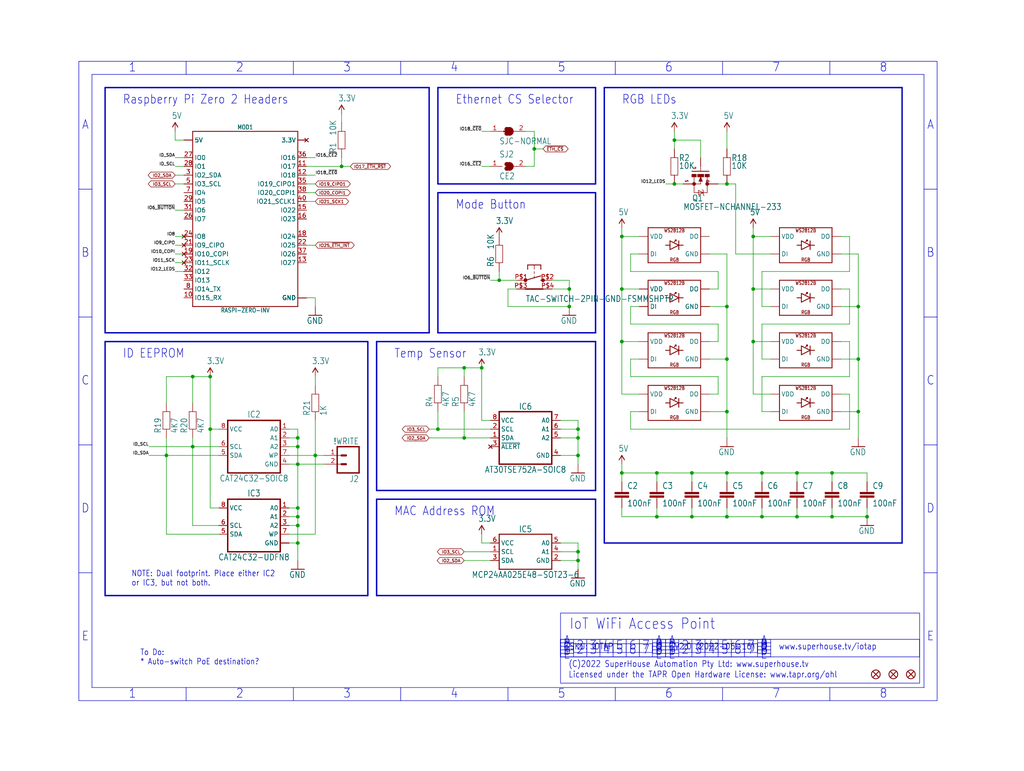
<source format=kicad_sch>
(kicad_sch (version 20230121) (generator eeschema)

  (uuid fa6e8071-84f9-4b86-bde3-1b7712b35bd8)

  (paper "User" 297.002 223.672)

  (lib_symbols
    (symbol "IOTAP-eagle-import:3.3V" (power) (in_bom yes) (on_board yes)
      (property "Reference" "#P+" (at 0 0 0)
        (effects (font (size 1.27 1.27)) hide)
      )
      (property "Value" "3.3V" (at -1.016 3.556 0)
        (effects (font (size 1.778 1.5113)) (justify left bottom))
      )
      (property "Footprint" "" (at 0 0 0)
        (effects (font (size 1.27 1.27)) hide)
      )
      (property "Datasheet" "" (at 0 0 0)
        (effects (font (size 1.27 1.27)) hide)
      )
      (property "ki_locked" "" (at 0 0 0)
        (effects (font (size 1.27 1.27)))
      )
      (symbol "3.3V_1_0"
        (polyline
          (pts
            (xy 0 2.54)
            (xy -0.762 1.27)
          )
          (stroke (width 0.254) (type solid))
          (fill (type none))
        )
        (polyline
          (pts
            (xy 0.762 1.27)
            (xy 0 2.54)
          )
          (stroke (width 0.254) (type solid))
          (fill (type none))
        )
        (pin power_in line (at 0 0 90) (length 2.54)
          (name "3.3V" (effects (font (size 0 0))))
          (number "1" (effects (font (size 0 0))))
        )
      )
    )
    (symbol "IOTAP-eagle-import:5V" (power) (in_bom yes) (on_board yes)
      (property "Reference" "#P+" (at 0 0 0)
        (effects (font (size 1.27 1.27)) hide)
      )
      (property "Value" "5V" (at -1.016 3.556 0)
        (effects (font (size 1.778 1.5113)) (justify left bottom))
      )
      (property "Footprint" "" (at 0 0 0)
        (effects (font (size 1.27 1.27)) hide)
      )
      (property "Datasheet" "" (at 0 0 0)
        (effects (font (size 1.27 1.27)) hide)
      )
      (property "ki_locked" "" (at 0 0 0)
        (effects (font (size 1.27 1.27)))
      )
      (symbol "5V_1_0"
        (polyline
          (pts
            (xy 0 2.54)
            (xy -0.762 1.27)
          )
          (stroke (width 0.254) (type solid))
          (fill (type none))
        )
        (polyline
          (pts
            (xy 0.762 1.27)
            (xy 0 2.54)
          )
          (stroke (width 0.254) (type solid))
          (fill (type none))
        )
        (pin power_in line (at 0 0 90) (length 2.54)
          (name "5V" (effects (font (size 0 0))))
          (number "1" (effects (font (size 0 0))))
        )
      )
    )
    (symbol "IOTAP-eagle-import:AT30TSE752A-SOIC8" (in_bom yes) (on_board yes)
      (property "Reference" "IC" (at 0 8.128 0)
        (effects (font (size 1.778 1.5113)) (justify bottom))
      )
      (property "Value" "" (at 0 -10.16 0)
        (effects (font (size 1.778 1.5113)) (justify bottom))
      )
      (property "Footprint" "IOTAP:SOIC8" (at 0 0 0)
        (effects (font (size 1.27 1.27)) hide)
      )
      (property "Datasheet" "" (at 0 0 0)
        (effects (font (size 1.27 1.27)) hide)
      )
      (property "ki_locked" "" (at 0 0 0)
        (effects (font (size 1.27 1.27)))
      )
      (symbol "AT30TSE752A-SOIC8_1_0"
        (polyline
          (pts
            (xy -7.62 -7.62)
            (xy 7.62 -7.62)
          )
          (stroke (width 0.4064) (type solid))
          (fill (type none))
        )
        (polyline
          (pts
            (xy -7.62 7.62)
            (xy -7.62 -7.62)
          )
          (stroke (width 0.4064) (type solid))
          (fill (type none))
        )
        (polyline
          (pts
            (xy 7.62 -7.62)
            (xy 7.62 7.62)
          )
          (stroke (width 0.4064) (type solid))
          (fill (type none))
        )
        (polyline
          (pts
            (xy 7.62 7.62)
            (xy -7.62 7.62)
          )
          (stroke (width 0.4064) (type solid))
          (fill (type none))
        )
        (pin bidirectional line (at -10.16 0 0) (length 2.54)
          (name "SDA" (effects (font (size 1.27 1.27))))
          (number "1" (effects (font (size 1.27 1.27))))
        )
        (pin bidirectional line (at -10.16 2.54 0) (length 2.54)
          (name "SCL" (effects (font (size 1.27 1.27))))
          (number "2" (effects (font (size 1.27 1.27))))
        )
        (pin bidirectional line (at -10.16 -2.54 0) (length 2.54)
          (name "~{ALERT}" (effects (font (size 1.27 1.27))))
          (number "3" (effects (font (size 1.27 1.27))))
        )
        (pin bidirectional line (at 10.16 -5.08 180) (length 2.54)
          (name "GND" (effects (font (size 1.27 1.27))))
          (number "4" (effects (font (size 1.27 1.27))))
        )
        (pin bidirectional line (at 10.16 0 180) (length 2.54)
          (name "A2" (effects (font (size 1.27 1.27))))
          (number "5" (effects (font (size 1.27 1.27))))
        )
        (pin bidirectional line (at 10.16 2.54 180) (length 2.54)
          (name "A1" (effects (font (size 1.27 1.27))))
          (number "6" (effects (font (size 1.27 1.27))))
        )
        (pin bidirectional line (at 10.16 5.08 180) (length 2.54)
          (name "A0" (effects (font (size 1.27 1.27))))
          (number "7" (effects (font (size 1.27 1.27))))
        )
        (pin bidirectional line (at -10.16 5.08 0) (length 2.54)
          (name "VCC" (effects (font (size 1.27 1.27))))
          (number "8" (effects (font (size 1.27 1.27))))
        )
      )
    )
    (symbol "IOTAP-eagle-import:CAP0603" (in_bom yes) (on_board yes)
      (property "Reference" "C" (at 1.524 2.921 0)
        (effects (font (size 1.778 1.5113)) (justify left bottom))
      )
      (property "Value" "" (at 1.524 -2.159 0)
        (effects (font (size 1.778 1.5113)) (justify left bottom))
      )
      (property "Footprint" "IOTAP:C0603" (at 0 0 0)
        (effects (font (size 1.27 1.27)) hide)
      )
      (property "Datasheet" "" (at 0 0 0)
        (effects (font (size 1.27 1.27)) hide)
      )
      (property "ki_locked" "" (at 0 0 0)
        (effects (font (size 1.27 1.27)))
      )
      (symbol "CAP0603_1_0"
        (rectangle (start -2.032 0.508) (end 2.032 1.016)
          (stroke (width 0) (type default))
          (fill (type outline))
        )
        (rectangle (start -2.032 1.524) (end 2.032 2.032)
          (stroke (width 0) (type default))
          (fill (type outline))
        )
        (polyline
          (pts
            (xy 0 0)
            (xy 0 0.508)
          )
          (stroke (width 0.1524) (type solid))
          (fill (type none))
        )
        (polyline
          (pts
            (xy 0 2.54)
            (xy 0 2.032)
          )
          (stroke (width 0.1524) (type solid))
          (fill (type none))
        )
        (pin passive line (at 0 5.08 270) (length 2.54)
          (name "1" (effects (font (size 0 0))))
          (number "1" (effects (font (size 0 0))))
        )
        (pin passive line (at 0 -2.54 90) (length 2.54)
          (name "2" (effects (font (size 0 0))))
          (number "2" (effects (font (size 0 0))))
        )
      )
    )
    (symbol "IOTAP-eagle-import:CAT24C32-SOIC8" (in_bom yes) (on_board yes)
      (property "Reference" "IC" (at 0 8.382 0)
        (effects (font (size 1.778 1.5113)) (justify bottom))
      )
      (property "Value" "" (at 0 -10.16 0)
        (effects (font (size 1.778 1.5113)) (justify bottom))
      )
      (property "Footprint" "IOTAP:SOIC8" (at 0 0 0)
        (effects (font (size 1.27 1.27)) hide)
      )
      (property "Datasheet" "" (at 0 0 0)
        (effects (font (size 1.27 1.27)) hide)
      )
      (property "ki_locked" "" (at 0 0 0)
        (effects (font (size 1.27 1.27)))
      )
      (symbol "CAT24C32-SOIC8_1_0"
        (polyline
          (pts
            (xy -7.62 -7.62)
            (xy 7.62 -7.62)
          )
          (stroke (width 0.4064) (type solid))
          (fill (type none))
        )
        (polyline
          (pts
            (xy -7.62 7.62)
            (xy -7.62 -7.62)
          )
          (stroke (width 0.4064) (type solid))
          (fill (type none))
        )
        (polyline
          (pts
            (xy 7.62 -7.62)
            (xy 7.62 7.62)
          )
          (stroke (width 0.4064) (type solid))
          (fill (type none))
        )
        (polyline
          (pts
            (xy 7.62 7.62)
            (xy -7.62 7.62)
          )
          (stroke (width 0.4064) (type solid))
          (fill (type none))
        )
        (pin input line (at 10.16 5.08 180) (length 2.54)
          (name "A0" (effects (font (size 1.27 1.27))))
          (number "1" (effects (font (size 1.27 1.27))))
        )
        (pin input line (at 10.16 2.54 180) (length 2.54)
          (name "A1" (effects (font (size 1.27 1.27))))
          (number "2" (effects (font (size 1.27 1.27))))
        )
        (pin input line (at 10.16 0 180) (length 2.54)
          (name "A2" (effects (font (size 1.27 1.27))))
          (number "3" (effects (font (size 1.27 1.27))))
        )
        (pin power_in line (at 10.16 -5.08 180) (length 2.54)
          (name "GND" (effects (font (size 1.27 1.27))))
          (number "4" (effects (font (size 1.27 1.27))))
        )
        (pin bidirectional line (at -10.16 -2.54 0) (length 2.54)
          (name "SDA" (effects (font (size 1.27 1.27))))
          (number "5" (effects (font (size 1.27 1.27))))
        )
        (pin bidirectional line (at -10.16 0 0) (length 2.54)
          (name "SCL" (effects (font (size 1.27 1.27))))
          (number "6" (effects (font (size 1.27 1.27))))
        )
        (pin bidirectional line (at 10.16 -2.54 180) (length 2.54)
          (name "WP" (effects (font (size 1.27 1.27))))
          (number "7" (effects (font (size 1.27 1.27))))
        )
        (pin power_in line (at -10.16 5.08 0) (length 2.54)
          (name "VCC" (effects (font (size 1.27 1.27))))
          (number "8" (effects (font (size 1.27 1.27))))
        )
      )
    )
    (symbol "IOTAP-eagle-import:CAT24C32-UDFN8" (in_bom yes) (on_board yes)
      (property "Reference" "IC" (at 0 8.382 0)
        (effects (font (size 1.778 1.5113)) (justify bottom))
      )
      (property "Value" "" (at 0 -10.16 0)
        (effects (font (size 1.778 1.5113)) (justify bottom))
      )
      (property "Footprint" "IOTAP:UDFN8" (at 0 0 0)
        (effects (font (size 1.27 1.27)) hide)
      )
      (property "Datasheet" "" (at 0 0 0)
        (effects (font (size 1.27 1.27)) hide)
      )
      (property "ki_locked" "" (at 0 0 0)
        (effects (font (size 1.27 1.27)))
      )
      (symbol "CAT24C32-UDFN8_1_0"
        (polyline
          (pts
            (xy -7.62 -7.62)
            (xy 7.62 -7.62)
          )
          (stroke (width 0.4064) (type solid))
          (fill (type none))
        )
        (polyline
          (pts
            (xy -7.62 7.62)
            (xy -7.62 -7.62)
          )
          (stroke (width 0.4064) (type solid))
          (fill (type none))
        )
        (polyline
          (pts
            (xy 7.62 -7.62)
            (xy 7.62 7.62)
          )
          (stroke (width 0.4064) (type solid))
          (fill (type none))
        )
        (polyline
          (pts
            (xy 7.62 7.62)
            (xy -7.62 7.62)
          )
          (stroke (width 0.4064) (type solid))
          (fill (type none))
        )
        (pin input line (at 10.16 5.08 180) (length 2.54)
          (name "A0" (effects (font (size 1.27 1.27))))
          (number "1" (effects (font (size 1.27 1.27))))
        )
        (pin input line (at 10.16 2.54 180) (length 2.54)
          (name "A1" (effects (font (size 1.27 1.27))))
          (number "2" (effects (font (size 1.27 1.27))))
        )
        (pin input line (at 10.16 0 180) (length 2.54)
          (name "A2" (effects (font (size 1.27 1.27))))
          (number "3" (effects (font (size 1.27 1.27))))
        )
        (pin power_in line (at 10.16 -5.08 180) (length 2.54)
          (name "GND" (effects (font (size 1.27 1.27))))
          (number "4" (effects (font (size 0 0))))
        )
        (pin bidirectional line (at -10.16 -2.54 0) (length 2.54)
          (name "SDA" (effects (font (size 1.27 1.27))))
          (number "5" (effects (font (size 1.27 1.27))))
        )
        (pin bidirectional line (at -10.16 0 0) (length 2.54)
          (name "SCL" (effects (font (size 1.27 1.27))))
          (number "6" (effects (font (size 1.27 1.27))))
        )
        (pin bidirectional line (at 10.16 -2.54 180) (length 2.54)
          (name "WP" (effects (font (size 1.27 1.27))))
          (number "7" (effects (font (size 1.27 1.27))))
        )
        (pin power_in line (at -10.16 5.08 0) (length 2.54)
          (name "VCC" (effects (font (size 1.27 1.27))))
          (number "8" (effects (font (size 1.27 1.27))))
        )
        (pin power_in line (at 10.16 -5.08 180) (length 2.54)
          (name "GND" (effects (font (size 1.27 1.27))))
          (number "PAD" (effects (font (size 0 0))))
        )
      )
    )
    (symbol "IOTAP-eagle-import:FIDUCIAL1X2.5" (in_bom yes) (on_board yes)
      (property "Reference" "" (at 0 0 0)
        (effects (font (size 1.27 1.27)) hide)
      )
      (property "Value" "" (at 0 0 0)
        (effects (font (size 1.27 1.27)) hide)
      )
      (property "Footprint" "IOTAP:FIDUCIAL-1X2.5" (at 0 0 0)
        (effects (font (size 1.27 1.27)) hide)
      )
      (property "Datasheet" "" (at 0 0 0)
        (effects (font (size 1.27 1.27)) hide)
      )
      (property "ki_locked" "" (at 0 0 0)
        (effects (font (size 1.27 1.27)))
      )
      (symbol "FIDUCIAL1X2.5_1_0"
        (polyline
          (pts
            (xy -0.762 0.762)
            (xy 0.762 -0.762)
          )
          (stroke (width 0.254) (type solid))
          (fill (type none))
        )
        (polyline
          (pts
            (xy 0.762 0.762)
            (xy -0.762 -0.762)
          )
          (stroke (width 0.254) (type solid))
          (fill (type none))
        )
        (circle (center 0 0) (radius 1.27)
          (stroke (width 0.254) (type solid))
          (fill (type none))
        )
      )
    )
    (symbol "IOTAP-eagle-import:GND" (power) (in_bom yes) (on_board yes)
      (property "Reference" "#GND" (at 0 0 0)
        (effects (font (size 1.27 1.27)) hide)
      )
      (property "Value" "GND" (at -2.54 -2.54 0)
        (effects (font (size 1.778 1.5113)) (justify left bottom))
      )
      (property "Footprint" "" (at 0 0 0)
        (effects (font (size 1.27 1.27)) hide)
      )
      (property "Datasheet" "" (at 0 0 0)
        (effects (font (size 1.27 1.27)) hide)
      )
      (property "ki_locked" "" (at 0 0 0)
        (effects (font (size 1.27 1.27)))
      )
      (symbol "GND_1_0"
        (polyline
          (pts
            (xy -1.905 0)
            (xy 1.905 0)
          )
          (stroke (width 0.254) (type solid))
          (fill (type none))
        )
        (pin power_in line (at 0 2.54 270) (length 2.54)
          (name "GND" (effects (font (size 0 0))))
          (number "1" (effects (font (size 0 0))))
        )
      )
    )
    (symbol "IOTAP-eagle-import:M02-PLAIN" (in_bom yes) (on_board yes)
      (property "Reference" "J" (at -2.54 5.842 0)
        (effects (font (size 1.778 1.5113)) (justify left bottom))
      )
      (property "Value" "" (at -2.54 -5.08 0)
        (effects (font (size 1.778 1.5113)) (justify left bottom))
      )
      (property "Footprint" "IOTAP:1X02" (at 0 0 0)
        (effects (font (size 1.27 1.27)) hide)
      )
      (property "Datasheet" "" (at 0 0 0)
        (effects (font (size 1.27 1.27)) hide)
      )
      (property "ki_locked" "" (at 0 0 0)
        (effects (font (size 1.27 1.27)))
      )
      (symbol "M02-PLAIN_1_0"
        (polyline
          (pts
            (xy -2.54 5.08)
            (xy -2.54 -2.54)
          )
          (stroke (width 0.4064) (type solid))
          (fill (type none))
        )
        (polyline
          (pts
            (xy -2.54 5.08)
            (xy 3.81 5.08)
          )
          (stroke (width 0.4064) (type solid))
          (fill (type none))
        )
        (polyline
          (pts
            (xy 1.27 0)
            (xy 2.54 0)
          )
          (stroke (width 0.6096) (type solid))
          (fill (type none))
        )
        (polyline
          (pts
            (xy 1.27 2.54)
            (xy 2.54 2.54)
          )
          (stroke (width 0.6096) (type solid))
          (fill (type none))
        )
        (polyline
          (pts
            (xy 3.81 -2.54)
            (xy -2.54 -2.54)
          )
          (stroke (width 0.4064) (type solid))
          (fill (type none))
        )
        (polyline
          (pts
            (xy 3.81 -2.54)
            (xy 3.81 5.08)
          )
          (stroke (width 0.4064) (type solid))
          (fill (type none))
        )
        (pin passive line (at 7.62 0 180) (length 5.08)
          (name "1" (effects (font (size 0 0))))
          (number "1" (effects (font (size 1.27 1.27))))
        )
        (pin passive line (at 7.62 2.54 180) (length 5.08)
          (name "2" (effects (font (size 0 0))))
          (number "2" (effects (font (size 1.27 1.27))))
        )
      )
    )
    (symbol "IOTAP-eagle-import:MCP24AA025E48-SOT23-6" (in_bom yes) (on_board yes)
      (property "Reference" "IC" (at 0 5.588 0)
        (effects (font (size 1.778 1.5113)) (justify bottom))
      )
      (property "Value" "" (at 0 -7.62 0)
        (effects (font (size 1.778 1.5113)) (justify bottom))
      )
      (property "Footprint" "IOTAP:SOT23-6" (at 0 0 0)
        (effects (font (size 1.27 1.27)) hide)
      )
      (property "Datasheet" "" (at 0 0 0)
        (effects (font (size 1.27 1.27)) hide)
      )
      (property "ki_locked" "" (at 0 0 0)
        (effects (font (size 1.27 1.27)))
      )
      (symbol "MCP24AA025E48-SOT23-6_1_0"
        (polyline
          (pts
            (xy -7.62 -5.08)
            (xy 7.62 -5.08)
          )
          (stroke (width 0.3048) (type solid))
          (fill (type none))
        )
        (polyline
          (pts
            (xy -7.62 5.08)
            (xy -7.62 -5.08)
          )
          (stroke (width 0.3048) (type solid))
          (fill (type none))
        )
        (polyline
          (pts
            (xy 7.62 -5.08)
            (xy 7.62 5.08)
          )
          (stroke (width 0.3048) (type solid))
          (fill (type none))
        )
        (polyline
          (pts
            (xy 7.62 5.08)
            (xy -7.62 5.08)
          )
          (stroke (width 0.3048) (type solid))
          (fill (type none))
        )
        (pin bidirectional line (at -10.16 0 0) (length 2.54)
          (name "SCL" (effects (font (size 1.27 1.27))))
          (number "1" (effects (font (size 1.27 1.27))))
        )
        (pin power_in line (at 10.16 -2.54 180) (length 2.54)
          (name "GND" (effects (font (size 1.27 1.27))))
          (number "2" (effects (font (size 1.27 1.27))))
        )
        (pin bidirectional line (at -10.16 -2.54 0) (length 2.54)
          (name "SDA" (effects (font (size 1.27 1.27))))
          (number "3" (effects (font (size 1.27 1.27))))
        )
        (pin input line (at 10.16 0 180) (length 2.54)
          (name "A1" (effects (font (size 1.27 1.27))))
          (number "4" (effects (font (size 1.27 1.27))))
        )
        (pin input line (at 10.16 2.54 180) (length 2.54)
          (name "A0" (effects (font (size 1.27 1.27))))
          (number "5" (effects (font (size 1.27 1.27))))
        )
        (pin power_in line (at -10.16 2.54 0) (length 2.54)
          (name "VCC" (effects (font (size 1.27 1.27))))
          (number "6" (effects (font (size 1.27 1.27))))
        )
      )
    )
    (symbol "IOTAP-eagle-import:MOSFET-NCHANNEL-233" (in_bom yes) (on_board yes)
      (property "Reference" "Q" (at 5.08 2.54 0)
        (effects (font (size 1.778 1.5113)) (justify left bottom))
      )
      (property "Value" "" (at 5.08 0 0)
        (effects (font (size 1.778 1.5113)) (justify left bottom))
      )
      (property "Footprint" "IOTAP:SOT23-3" (at 0 0 0)
        (effects (font (size 1.27 1.27)) hide)
      )
      (property "Datasheet" "" (at 0 0 0)
        (effects (font (size 1.27 1.27)) hide)
      )
      (property "ki_locked" "" (at 0 0 0)
        (effects (font (size 1.27 1.27)))
      )
      (symbol "MOSFET-NCHANNEL-233_1_0"
        (rectangle (start -2.794 -2.54) (end -2.032 -1.27)
          (stroke (width 0) (type default))
          (fill (type outline))
        )
        (rectangle (start -2.794 -0.889) (end -2.032 0.889)
          (stroke (width 0) (type default))
          (fill (type outline))
        )
        (rectangle (start -2.794 1.27) (end -2.032 2.54)
          (stroke (width 0) (type default))
          (fill (type outline))
        )
        (circle (center 0 -1.905) (radius 0.127)
          (stroke (width 0.4064) (type solid))
          (fill (type none))
        )
        (polyline
          (pts
            (xy -3.81 0)
            (xy -5.08 0)
          )
          (stroke (width 0.1524) (type solid))
          (fill (type none))
        )
        (polyline
          (pts
            (xy -3.6576 2.413)
            (xy -3.6576 -2.54)
          )
          (stroke (width 0.254) (type solid))
          (fill (type none))
        )
        (polyline
          (pts
            (xy -2.032 -1.905)
            (xy 0 -1.905)
          )
          (stroke (width 0.1524) (type solid))
          (fill (type none))
        )
        (polyline
          (pts
            (xy -2.032 0)
            (xy -0.762 -0.508)
          )
          (stroke (width 0.1524) (type solid))
          (fill (type none))
        )
        (polyline
          (pts
            (xy -1.778 0)
            (xy -0.889 -0.254)
          )
          (stroke (width 0.3048) (type solid))
          (fill (type none))
        )
        (polyline
          (pts
            (xy -0.889 -0.254)
            (xy -0.889 0)
          )
          (stroke (width 0.3048) (type solid))
          (fill (type none))
        )
        (polyline
          (pts
            (xy -0.889 0)
            (xy -1.143 0)
          )
          (stroke (width 0.3048) (type solid))
          (fill (type none))
        )
        (polyline
          (pts
            (xy -0.889 0)
            (xy 0 0)
          )
          (stroke (width 0.1524) (type solid))
          (fill (type none))
        )
        (polyline
          (pts
            (xy -0.889 0.254)
            (xy -1.778 0)
          )
          (stroke (width 0.3048) (type solid))
          (fill (type none))
        )
        (polyline
          (pts
            (xy -0.762 -0.508)
            (xy -0.762 0.508)
          )
          (stroke (width 0.1524) (type solid))
          (fill (type none))
        )
        (polyline
          (pts
            (xy -0.762 0.508)
            (xy -2.032 0)
          )
          (stroke (width 0.1524) (type solid))
          (fill (type none))
        )
        (polyline
          (pts
            (xy 0 -1.905)
            (xy 0 -2.54)
          )
          (stroke (width 0.1524) (type solid))
          (fill (type none))
        )
        (polyline
          (pts
            (xy 0 0)
            (xy 0 -1.905)
          )
          (stroke (width 0.1524) (type solid))
          (fill (type none))
        )
        (polyline
          (pts
            (xy 0 1.905)
            (xy -2.0066 1.905)
          )
          (stroke (width 0.1524) (type solid))
          (fill (type none))
        )
        (polyline
          (pts
            (xy 0 1.905)
            (xy 2.54 1.905)
          )
          (stroke (width 0.1524) (type solid))
          (fill (type none))
        )
        (polyline
          (pts
            (xy 0 2.54)
            (xy 0 1.905)
          )
          (stroke (width 0.1524) (type solid))
          (fill (type none))
        )
        (polyline
          (pts
            (xy 1.905 -0.635)
            (xy 3.175 -0.635)
          )
          (stroke (width 0.1524) (type solid))
          (fill (type none))
        )
        (polyline
          (pts
            (xy 1.905 0.762)
            (xy 1.651 0.508)
          )
          (stroke (width 0.1524) (type solid))
          (fill (type none))
        )
        (polyline
          (pts
            (xy 1.905 0.762)
            (xy 2.54 0.762)
          )
          (stroke (width 0.1524) (type solid))
          (fill (type none))
        )
        (polyline
          (pts
            (xy 2.54 -1.905)
            (xy 0 -1.905)
          )
          (stroke (width 0.1524) (type solid))
          (fill (type none))
        )
        (polyline
          (pts
            (xy 2.54 0.762)
            (xy 1.905 -0.635)
          )
          (stroke (width 0.1524) (type solid))
          (fill (type none))
        )
        (polyline
          (pts
            (xy 2.54 0.762)
            (xy 2.54 -1.905)
          )
          (stroke (width 0.1524) (type solid))
          (fill (type none))
        )
        (polyline
          (pts
            (xy 2.54 0.762)
            (xy 3.175 0.762)
          )
          (stroke (width 0.1524) (type solid))
          (fill (type none))
        )
        (polyline
          (pts
            (xy 2.54 1.905)
            (xy 2.54 0.762)
          )
          (stroke (width 0.1524) (type solid))
          (fill (type none))
        )
        (polyline
          (pts
            (xy 3.175 -0.635)
            (xy 2.54 0.762)
          )
          (stroke (width 0.1524) (type solid))
          (fill (type none))
        )
        (polyline
          (pts
            (xy 3.175 0.762)
            (xy 3.429 1.016)
          )
          (stroke (width 0.1524) (type solid))
          (fill (type none))
        )
        (circle (center 0 1.905) (radius 0.127)
          (stroke (width 0.4064) (type solid))
          (fill (type none))
        )
        (text "D" (at -1.27 2.54 0)
          (effects (font (size 0.8128 0.6908)) (justify left bottom))
        )
        (text "G" (at -5.08 -1.27 0)
          (effects (font (size 0.8128 0.6908)) (justify left bottom))
        )
        (text "S" (at -1.27 -3.556 0)
          (effects (font (size 0.8128 0.6908)) (justify left bottom))
        )
        (pin passive line (at -7.62 0 0) (length 2.54)
          (name "G" (effects (font (size 0 0))))
          (number "1" (effects (font (size 0 0))))
        )
        (pin passive line (at 0 -5.08 90) (length 2.54)
          (name "S" (effects (font (size 0 0))))
          (number "2" (effects (font (size 0 0))))
        )
        (pin passive line (at 0 5.08 270) (length 2.54)
          (name "D" (effects (font (size 0 0))))
          (number "3" (effects (font (size 0 0))))
        )
      )
    )
    (symbol "IOTAP-eagle-import:NC" (in_bom yes) (on_board yes)
      (property "Reference" "#NC" (at 0 0 0)
        (effects (font (size 1.27 1.27)) hide)
      )
      (property "Value" "" (at 0 0 0)
        (effects (font (size 1.27 1.27)) hide)
      )
      (property "Footprint" "" (at 0 0 0)
        (effects (font (size 1.27 1.27)) hide)
      )
      (property "Datasheet" "" (at 0 0 0)
        (effects (font (size 1.27 1.27)) hide)
      )
      (property "ki_locked" "" (at 0 0 0)
        (effects (font (size 1.27 1.27)))
      )
      (symbol "NC_1_0"
        (polyline
          (pts
            (xy -0.508 0.508)
            (xy 0.508 -0.508)
          )
          (stroke (width 0.254) (type solid))
          (fill (type none))
        )
        (polyline
          (pts
            (xy 0.508 0.508)
            (xy -0.508 -0.508)
          )
          (stroke (width 0.254) (type solid))
          (fill (type none))
        )
      )
    )
    (symbol "IOTAP-eagle-import:RASPI-ZERO-INV" (in_bom yes) (on_board yes)
      (property "Reference" "MOD" (at 0 25.908 0)
        (effects (font (size 1.27 1.0795)) (justify bottom))
      )
      (property "Value" "" (at 0 -27.178 0)
        (effects (font (size 1.27 1.0795)) (justify bottom))
      )
      (property "Footprint" "IOTAP:RPI-ZERO-INV" (at 0 0 0)
        (effects (font (size 1.27 1.27)) hide)
      )
      (property "Datasheet" "" (at 0 0 0)
        (effects (font (size 1.27 1.27)) hide)
      )
      (property "ki_locked" "" (at 0 0 0)
        (effects (font (size 1.27 1.27)))
      )
      (symbol "RASPI-ZERO-INV_1_0"
        (polyline
          (pts
            (xy -15.24 -25.4)
            (xy 15.24 -25.4)
          )
          (stroke (width 0.254) (type solid))
          (fill (type none))
        )
        (polyline
          (pts
            (xy -15.24 25.4)
            (xy -15.24 -25.4)
          )
          (stroke (width 0.254) (type solid))
          (fill (type none))
        )
        (polyline
          (pts
            (xy 15.24 -25.4)
            (xy 15.24 25.4)
          )
          (stroke (width 0.254) (type solid))
          (fill (type none))
        )
        (polyline
          (pts
            (xy 15.24 25.4)
            (xy -15.24 25.4)
          )
          (stroke (width 0.254) (type solid))
          (fill (type none))
        )
        (pin power_in line (at 17.78 22.86 180) (length 2.54)
          (name "3.3V" (effects (font (size 1.27 1.27))))
          (number "1" (effects (font (size 0 0))))
        )
        (pin bidirectional line (at -17.78 -22.86 0) (length 2.54)
          (name "IO15_RX" (effects (font (size 1.27 1.27))))
          (number "10" (effects (font (size 1.27 1.27))))
        )
        (pin bidirectional line (at 17.78 15.24 180) (length 2.54)
          (name "IO17" (effects (font (size 1.27 1.27))))
          (number "11" (effects (font (size 1.27 1.27))))
        )
        (pin bidirectional line (at 17.78 12.7 180) (length 2.54)
          (name "IO18" (effects (font (size 1.27 1.27))))
          (number "12" (effects (font (size 1.27 1.27))))
        )
        (pin bidirectional line (at 17.78 -12.7 180) (length 2.54)
          (name "IO27" (effects (font (size 1.27 1.27))))
          (number "13" (effects (font (size 1.27 1.27))))
        )
        (pin power_in line (at 17.78 -22.86 180) (length 2.54)
          (name "GND" (effects (font (size 1.27 1.27))))
          (number "14" (effects (font (size 0 0))))
        )
        (pin bidirectional line (at 17.78 2.54 180) (length 2.54)
          (name "IO22" (effects (font (size 1.27 1.27))))
          (number "15" (effects (font (size 1.27 1.27))))
        )
        (pin bidirectional line (at 17.78 0 180) (length 2.54)
          (name "IO23" (effects (font (size 1.27 1.27))))
          (number "16" (effects (font (size 1.27 1.27))))
        )
        (pin power_in line (at 17.78 22.86 180) (length 2.54)
          (name "3.3V" (effects (font (size 1.27 1.27))))
          (number "17" (effects (font (size 0 0))))
        )
        (pin bidirectional line (at 17.78 -5.08 180) (length 2.54)
          (name "IO24" (effects (font (size 1.27 1.27))))
          (number "18" (effects (font (size 1.27 1.27))))
        )
        (pin bidirectional line (at -17.78 -10.16 0) (length 2.54)
          (name "IO10_COPI" (effects (font (size 1.27 1.27))))
          (number "19" (effects (font (size 1.27 1.27))))
        )
        (pin power_in line (at -17.78 22.86 0) (length 2.54)
          (name "5V" (effects (font (size 1.27 1.27))))
          (number "2" (effects (font (size 0 0))))
        )
        (pin power_in line (at 17.78 -22.86 180) (length 2.54)
          (name "GND" (effects (font (size 1.27 1.27))))
          (number "20" (effects (font (size 0 0))))
        )
        (pin bidirectional line (at -17.78 -7.62 0) (length 2.54)
          (name "IO9_CIPO" (effects (font (size 1.27 1.27))))
          (number "21" (effects (font (size 1.27 1.27))))
        )
        (pin bidirectional line (at 17.78 -7.62 180) (length 2.54)
          (name "IO25" (effects (font (size 1.27 1.27))))
          (number "22" (effects (font (size 1.27 1.27))))
        )
        (pin bidirectional line (at -17.78 -12.7 0) (length 2.54)
          (name "IO11_SCLK" (effects (font (size 1.27 1.27))))
          (number "23" (effects (font (size 1.27 1.27))))
        )
        (pin bidirectional line (at -17.78 -5.08 0) (length 2.54)
          (name "IO8" (effects (font (size 1.27 1.27))))
          (number "24" (effects (font (size 1.27 1.27))))
        )
        (pin power_in line (at 17.78 -22.86 180) (length 2.54)
          (name "GND" (effects (font (size 1.27 1.27))))
          (number "25" (effects (font (size 0 0))))
        )
        (pin bidirectional line (at -17.78 0 0) (length 2.54)
          (name "IO7" (effects (font (size 1.27 1.27))))
          (number "26" (effects (font (size 1.27 1.27))))
        )
        (pin bidirectional line (at -17.78 17.78 0) (length 2.54)
          (name "IO0" (effects (font (size 1.27 1.27))))
          (number "27" (effects (font (size 1.27 1.27))))
        )
        (pin bidirectional line (at -17.78 15.24 0) (length 2.54)
          (name "IO1" (effects (font (size 1.27 1.27))))
          (number "28" (effects (font (size 1.27 1.27))))
        )
        (pin bidirectional line (at -17.78 5.08 0) (length 2.54)
          (name "IO5" (effects (font (size 1.27 1.27))))
          (number "29" (effects (font (size 1.27 1.27))))
        )
        (pin bidirectional line (at -17.78 12.7 0) (length 2.54)
          (name "IO2_SDA" (effects (font (size 1.27 1.27))))
          (number "3" (effects (font (size 1.27 1.27))))
        )
        (pin power_in line (at 17.78 -22.86 180) (length 2.54)
          (name "GND" (effects (font (size 1.27 1.27))))
          (number "30" (effects (font (size 0 0))))
        )
        (pin bidirectional line (at -17.78 2.54 0) (length 2.54)
          (name "IO6" (effects (font (size 1.27 1.27))))
          (number "31" (effects (font (size 1.27 1.27))))
        )
        (pin bidirectional line (at -17.78 -15.24 0) (length 2.54)
          (name "IO12" (effects (font (size 1.27 1.27))))
          (number "32" (effects (font (size 1.27 1.27))))
        )
        (pin bidirectional line (at -17.78 -17.78 0) (length 2.54)
          (name "IO13" (effects (font (size 1.27 1.27))))
          (number "33" (effects (font (size 1.27 1.27))))
        )
        (pin power_in line (at 17.78 -22.86 180) (length 2.54)
          (name "GND" (effects (font (size 1.27 1.27))))
          (number "34" (effects (font (size 0 0))))
        )
        (pin bidirectional line (at 17.78 10.16 180) (length 2.54)
          (name "IO19_CIPO1" (effects (font (size 1.27 1.27))))
          (number "35" (effects (font (size 1.27 1.27))))
        )
        (pin bidirectional line (at 17.78 17.78 180) (length 2.54)
          (name "IO16" (effects (font (size 1.27 1.27))))
          (number "36" (effects (font (size 1.27 1.27))))
        )
        (pin bidirectional line (at 17.78 -10.16 180) (length 2.54)
          (name "IO26" (effects (font (size 1.27 1.27))))
          (number "37" (effects (font (size 1.27 1.27))))
        )
        (pin bidirectional line (at 17.78 7.62 180) (length 2.54)
          (name "IO20_COPI1" (effects (font (size 1.27 1.27))))
          (number "38" (effects (font (size 1.27 1.27))))
        )
        (pin power_in line (at 17.78 -22.86 180) (length 2.54)
          (name "GND" (effects (font (size 1.27 1.27))))
          (number "39" (effects (font (size 0 0))))
        )
        (pin power_in line (at -17.78 22.86 0) (length 2.54)
          (name "5V" (effects (font (size 1.27 1.27))))
          (number "4" (effects (font (size 0 0))))
        )
        (pin bidirectional line (at 17.78 5.08 180) (length 2.54)
          (name "IO21_SCLK1" (effects (font (size 1.27 1.27))))
          (number "40" (effects (font (size 1.27 1.27))))
        )
        (pin bidirectional line (at -17.78 10.16 0) (length 2.54)
          (name "IO3_SCL" (effects (font (size 1.27 1.27))))
          (number "5" (effects (font (size 1.27 1.27))))
        )
        (pin power_in line (at 17.78 -22.86 180) (length 2.54)
          (name "GND" (effects (font (size 1.27 1.27))))
          (number "6" (effects (font (size 0 0))))
        )
        (pin bidirectional line (at -17.78 7.62 0) (length 2.54)
          (name "IO4" (effects (font (size 1.27 1.27))))
          (number "7" (effects (font (size 1.27 1.27))))
        )
        (pin bidirectional line (at -17.78 -20.32 0) (length 2.54)
          (name "IO14_TX" (effects (font (size 1.27 1.27))))
          (number "8" (effects (font (size 1.27 1.27))))
        )
        (pin power_in line (at 17.78 -22.86 180) (length 2.54)
          (name "GND" (effects (font (size 1.27 1.27))))
          (number "9" (effects (font (size 0 0))))
        )
      )
    )
    (symbol "IOTAP-eagle-import:RESISTOR0603" (in_bom yes) (on_board yes)
      (property "Reference" "R" (at 0 1.4986 0)
        (effects (font (size 1.778 1.5113)) (justify bottom))
      )
      (property "Value" "" (at 0 -3.302 0)
        (effects (font (size 1.778 1.5113)) (justify bottom))
      )
      (property "Footprint" "IOTAP:R0603" (at 0 0 0)
        (effects (font (size 1.27 1.27)) hide)
      )
      (property "Datasheet" "" (at 0 0 0)
        (effects (font (size 1.27 1.27)) hide)
      )
      (property "ki_locked" "" (at 0 0 0)
        (effects (font (size 1.27 1.27)))
      )
      (symbol "RESISTOR0603_1_0"
        (polyline
          (pts
            (xy -2.54 -1.016)
            (xy -2.54 1.016)
          )
          (stroke (width 0.1524) (type solid))
          (fill (type none))
        )
        (polyline
          (pts
            (xy -2.54 -1.016)
            (xy 2.54 -1.016)
          )
          (stroke (width 0.1524) (type solid))
          (fill (type none))
        )
        (polyline
          (pts
            (xy -2.54 1.016)
            (xy 2.54 1.016)
          )
          (stroke (width 0.1524) (type solid))
          (fill (type none))
        )
        (polyline
          (pts
            (xy 2.54 -1.016)
            (xy 2.54 1.016)
          )
          (stroke (width 0.1524) (type solid))
          (fill (type none))
        )
        (pin passive line (at -5.08 0 0) (length 2.54)
          (name "1" (effects (font (size 0 0))))
          (number "1" (effects (font (size 0 0))))
        )
        (pin passive line (at 5.08 0 180) (length 2.54)
          (name "2" (effects (font (size 0 0))))
          (number "2" (effects (font (size 0 0))))
        )
      )
    )
    (symbol "IOTAP-eagle-import:SJ-NORMAL" (in_bom yes) (on_board yes)
      (property "Reference" "SJ" (at -2.54 2.54 0)
        (effects (font (size 1.778 1.5113)) (justify left bottom))
      )
      (property "Value" "" (at -2.54 -3.81 0)
        (effects (font (size 1.778 1.5113)) (justify left bottom))
      )
      (property "Footprint" "IOTAP:SJ" (at 0 0 0)
        (effects (font (size 1.27 1.27)) hide)
      )
      (property "Datasheet" "" (at 0 0 0)
        (effects (font (size 1.27 1.27)) hide)
      )
      (property "ki_locked" "" (at 0 0 0)
        (effects (font (size 1.27 1.27)))
      )
      (symbol "SJ-NORMAL_1_0"
        (arc (start -0.381 -0.635) (mid 0.2541 -0.0001) (end -0.3808 0.635)
          (stroke (width 1.27) (type solid))
          (fill (type none))
        )
        (polyline
          (pts
            (xy -2.54 0)
            (xy -1.651 0)
          )
          (stroke (width 0.1524) (type solid))
          (fill (type none))
        )
        (polyline
          (pts
            (xy 2.54 0)
            (xy 1.651 0)
          )
          (stroke (width 0.1524) (type solid))
          (fill (type none))
        )
        (arc (start 0.3808 -0.635) (mid 1.0132 -0.0001) (end 0.381 0.635)
          (stroke (width 1.27) (type solid))
          (fill (type none))
        )
        (pin passive line (at -5.08 0 0) (length 2.54)
          (name "1" (effects (font (size 0 0))))
          (number "1" (effects (font (size 1.27 1.27))))
        )
        (pin passive line (at 5.08 0 180) (length 2.54)
          (name "2" (effects (font (size 0 0))))
          (number "2" (effects (font (size 1.27 1.27))))
        )
      )
    )
    (symbol "IOTAP-eagle-import:SJC-NORMAL" (in_bom yes) (on_board yes)
      (property "Reference" "" (at -2.54 2.54 0)
        (effects (font (size 1.778 1.5113)) (justify left bottom) hide)
      )
      (property "Value" "" (at -2.54 -3.81 0)
        (effects (font (size 1.778 1.5113)) (justify left bottom))
      )
      (property "Footprint" "IOTAP:SJC" (at 0 0 0)
        (effects (font (size 1.27 1.27)) hide)
      )
      (property "Datasheet" "" (at 0 0 0)
        (effects (font (size 1.27 1.27)) hide)
      )
      (property "ki_locked" "" (at 0 0 0)
        (effects (font (size 1.27 1.27)))
      )
      (symbol "SJC-NORMAL_1_0"
        (arc (start -0.381 -0.635) (mid 0.2541 -0.0001) (end -0.3808 0.635)
          (stroke (width 1.27) (type solid))
          (fill (type none))
        )
        (polyline
          (pts
            (xy -2.54 0)
            (xy -1.651 0)
          )
          (stroke (width 0.1524) (type solid))
          (fill (type none))
        )
        (polyline
          (pts
            (xy -1.27 0)
            (xy 1.27 0)
          )
          (stroke (width 0.4064) (type solid))
          (fill (type none))
        )
        (polyline
          (pts
            (xy 2.54 0)
            (xy 1.651 0)
          )
          (stroke (width 0.1524) (type solid))
          (fill (type none))
        )
        (arc (start 0.3808 -0.635) (mid 1.0132 -0.0001) (end 0.381 0.635)
          (stroke (width 1.27) (type solid))
          (fill (type none))
        )
        (pin passive line (at -5.08 0 0) (length 2.54)
          (name "1" (effects (font (size 0 0))))
          (number "1" (effects (font (size 1.27 1.27))))
        )
        (pin passive line (at 5.08 0 180) (length 2.54)
          (name "2" (effects (font (size 0 0))))
          (number "2" (effects (font (size 1.27 1.27))))
        )
      )
    )
    (symbol "IOTAP-eagle-import:TAC-SWITCH-2PIN-GND-FSMMSHPTR" (in_bom yes) (on_board yes)
      (property "Reference" "" (at -2.54 6.35 0)
        (effects (font (size 1.778 1.5113)) (justify left bottom) hide)
      )
      (property "Value" "" (at -2.54 -6.35 0)
        (effects (font (size 1.778 1.5113)) (justify left bottom))
      )
      (property "Footprint" "IOTAP:TC-120V" (at 0 0 0)
        (effects (font (size 1.27 1.27)) hide)
      )
      (property "Datasheet" "" (at 0 0 0)
        (effects (font (size 1.27 1.27)) hide)
      )
      (property "ki_locked" "" (at 0 0 0)
        (effects (font (size 1.27 1.27)))
      )
      (symbol "TAC-SWITCH-2PIN-GND-FSMMSHPTR_1_0"
        (circle (center -2.54 0) (radius 0.127)
          (stroke (width 0.4064) (type solid))
          (fill (type none))
        )
        (polyline
          (pts
            (xy -2.54 -2.54)
            (xy 2.54 -2.54)
          )
          (stroke (width 0.4064) (type solid))
          (fill (type none))
        )
        (polyline
          (pts
            (xy -2.54 0)
            (xy 1.905 1.27)
          )
          (stroke (width 0.254) (type solid))
          (fill (type none))
        )
        (polyline
          (pts
            (xy -1.905 4.445)
            (xy -1.905 3.175)
          )
          (stroke (width 0.254) (type solid))
          (fill (type none))
        )
        (polyline
          (pts
            (xy 0 1.27)
            (xy 0 0.635)
          )
          (stroke (width 0.1524) (type solid))
          (fill (type none))
        )
        (polyline
          (pts
            (xy 0 2.54)
            (xy 0 1.905)
          )
          (stroke (width 0.1524) (type solid))
          (fill (type none))
        )
        (polyline
          (pts
            (xy 0 4.445)
            (xy -1.905 4.445)
          )
          (stroke (width 0.254) (type solid))
          (fill (type none))
        )
        (polyline
          (pts
            (xy 0 4.445)
            (xy 0 3.175)
          )
          (stroke (width 0.1524) (type solid))
          (fill (type none))
        )
        (polyline
          (pts
            (xy 1.905 0)
            (xy 2.54 0)
          )
          (stroke (width 0.254) (type solid))
          (fill (type none))
        )
        (polyline
          (pts
            (xy 1.905 4.445)
            (xy 0 4.445)
          )
          (stroke (width 0.254) (type solid))
          (fill (type none))
        )
        (polyline
          (pts
            (xy 1.905 4.445)
            (xy 1.905 3.175)
          )
          (stroke (width 0.254) (type solid))
          (fill (type none))
        )
        (circle (center 2.54 0) (radius 0.127)
          (stroke (width 0.4064) (type solid))
          (fill (type none))
        )
        (pin passive line (at -5.08 0 0) (length 2.54)
          (name "1" (effects (font (size 0 0))))
          (number "P$1" (effects (font (size 1.27 1.27))))
        )
        (pin passive line (at 5.08 0 180) (length 2.54)
          (name "2" (effects (font (size 0 0))))
          (number "P$2" (effects (font (size 1.27 1.27))))
        )
        (pin passive line (at -5.16 -2.54 0) (length 2.54)
          (name "TAB1" (effects (font (size 0 0))))
          (number "P$3" (effects (font (size 1.27 1.27))))
        )
        (pin passive line (at 5.16 -2.54 180) (length 2.54)
          (name "TAB2" (effects (font (size 0 0))))
          (number "P$4" (effects (font (size 1.27 1.27))))
        )
      )
    )
    (symbol "IOTAP-eagle-import:WS2812B5050" (in_bom yes) (on_board yes)
      (property "Reference" "LED" (at 0 0 0)
        (effects (font (size 1.27 1.27)) hide)
      )
      (property "Value" "" (at 0 0 0)
        (effects (font (size 1.27 1.27)) hide)
      )
      (property "Footprint" "IOTAP:WS2812B" (at 0 0 0)
        (effects (font (size 1.27 1.27)) hide)
      )
      (property "Datasheet" "" (at 0 0 0)
        (effects (font (size 1.27 1.27)) hide)
      )
      (property "ki_locked" "" (at 0 0 0)
        (effects (font (size 1.27 1.27)))
      )
      (symbol "WS2812B5050_1_0"
        (polyline
          (pts
            (xy -7.62 -5.08)
            (xy 7.62 -5.08)
          )
          (stroke (width 0.254) (type solid))
          (fill (type none))
        )
        (polyline
          (pts
            (xy -7.62 5.08)
            (xy -7.62 -5.08)
          )
          (stroke (width 0.254) (type solid))
          (fill (type none))
        )
        (polyline
          (pts
            (xy -1.27 -1.27)
            (xy -1.27 0)
          )
          (stroke (width 0.254) (type solid))
          (fill (type none))
        )
        (polyline
          (pts
            (xy -1.27 0)
            (xy -2.54 0)
          )
          (stroke (width 0.254) (type solid))
          (fill (type none))
        )
        (polyline
          (pts
            (xy -1.27 0)
            (xy -1.27 1.27)
          )
          (stroke (width 0.254) (type solid))
          (fill (type none))
        )
        (polyline
          (pts
            (xy -1.27 1.27)
            (xy 1.27 0)
          )
          (stroke (width 0.254) (type solid))
          (fill (type none))
        )
        (polyline
          (pts
            (xy 0 1.016)
            (xy 0.508 1.524)
          )
          (stroke (width 0.254) (type solid))
          (fill (type none))
        )
        (polyline
          (pts
            (xy 0.254 1.524)
            (xy 0.508 1.524)
          )
          (stroke (width 0.254) (type solid))
          (fill (type none))
        )
        (polyline
          (pts
            (xy 0.508 1.27)
            (xy 0.254 1.524)
          )
          (stroke (width 0.254) (type solid))
          (fill (type none))
        )
        (polyline
          (pts
            (xy 0.508 1.524)
            (xy 0.508 1.27)
          )
          (stroke (width 0.254) (type solid))
          (fill (type none))
        )
        (polyline
          (pts
            (xy 1.27 -1.27)
            (xy 1.27 0)
          )
          (stroke (width 0.254) (type solid))
          (fill (type none))
        )
        (polyline
          (pts
            (xy 1.27 0)
            (xy -1.27 -1.27)
          )
          (stroke (width 0.254) (type solid))
          (fill (type none))
        )
        (polyline
          (pts
            (xy 1.27 0)
            (xy 1.27 1.27)
          )
          (stroke (width 0.254) (type solid))
          (fill (type none))
        )
        (polyline
          (pts
            (xy 1.27 0)
            (xy 2.54 0)
          )
          (stroke (width 0.254) (type solid))
          (fill (type none))
        )
        (polyline
          (pts
            (xy 7.62 -5.08)
            (xy 7.62 5.08)
          )
          (stroke (width 0.254) (type solid))
          (fill (type none))
        )
        (polyline
          (pts
            (xy 7.62 5.08)
            (xy -7.62 5.08)
          )
          (stroke (width 0.254) (type solid))
          (fill (type none))
        )
        (text "RGB" (at 0 -4.826 0)
          (effects (font (size 1.016 0.8636)) (justify bottom))
        )
        (text "WS2812B" (at 0 3.683 0)
          (effects (font (size 1.016 0.8636)) (justify bottom))
        )
        (pin power_in line (at -10.16 2.54 0) (length 2.54)
          (name "VDD" (effects (font (size 1.27 1.27))))
          (number "1-VDD" (effects (font (size 0 0))))
        )
        (pin output line (at 10.16 2.54 180) (length 2.54)
          (name "DO" (effects (font (size 1.27 1.27))))
          (number "2-DOUT" (effects (font (size 0 0))))
        )
        (pin power_in line (at 10.16 -2.54 180) (length 2.54)
          (name "GND" (effects (font (size 1.27 1.27))))
          (number "3-GND" (effects (font (size 0 0))))
        )
        (pin input line (at -10.16 -2.54 0) (length 2.54)
          (name "DI" (effects (font (size 1.27 1.27))))
          (number "4-DIN" (effects (font (size 0 0))))
        )
      )
    )
  )

  (junction (at 210.82 149.86) (diameter 0) (color 0 0 0 0)
    (uuid 0084f0c7-2e57-45a3-9307-14b0aa9b340b)
  )
  (junction (at 167.64 124.46) (diameter 0) (color 0 0 0 0)
    (uuid 041ef48e-7b0b-4aa6-8161-ad8b66c0026e)
  )
  (junction (at 86.36 157.48) (diameter 0) (color 0 0 0 0)
    (uuid 0788a375-0605-4060-8299-929cda105345)
  )
  (junction (at 167.64 160.02) (diameter 0) (color 0 0 0 0)
    (uuid 08e4758d-3aef-421c-a1b2-905791d85158)
  )
  (junction (at 190.5 149.86) (diameter 0) (color 0 0 0 0)
    (uuid 099ef9b7-5b0e-4bda-8962-deed9f0bb4b5)
  )
  (junction (at 231.14 137.16) (diameter 0) (color 0 0 0 0)
    (uuid 103de83b-4f9c-4ddf-85b9-efc5ce729118)
  )
  (junction (at 218.44 68.58) (diameter 0) (color 0 0 0 0)
    (uuid 10c1f647-b54d-48e2-83eb-8a890015d3cd)
  )
  (junction (at 180.34 83.82) (diameter 0) (color 0 0 0 0)
    (uuid 18383493-090d-402f-b65d-a78425761971)
  )
  (junction (at 139.7 106.68) (diameter 0) (color 0 0 0 0)
    (uuid 19b45684-bb22-4c66-913a-32ea7a5a19f9)
  )
  (junction (at 99.06 48.26) (diameter 0) (color 0 0 0 0)
    (uuid 23662487-bba0-4ae2-b272-ae2ef1e857ce)
  )
  (junction (at 86.36 147.32) (diameter 0) (color 0 0 0 0)
    (uuid 2487b152-2438-41e8-912b-d82ca496a4ab)
  )
  (junction (at 134.62 106.68) (diameter 0) (color 0 0 0 0)
    (uuid 274dae23-2f9e-432a-b67b-a3ac4b6f0eec)
  )
  (junction (at 241.3 149.86) (diameter 0) (color 0 0 0 0)
    (uuid 3a2a9103-7913-4693-ac90-4e435d904bf1)
  )
  (junction (at 167.64 162.56) (diameter 0) (color 0 0 0 0)
    (uuid 3c7ca2fe-874a-4d42-95ec-8fa689299910)
  )
  (junction (at 210.82 119.38) (diameter 0) (color 0 0 0 0)
    (uuid 3d4b4c5b-c35d-421d-b2c5-a79b0ed97eeb)
  )
  (junction (at 167.64 127) (diameter 0) (color 0 0 0 0)
    (uuid 3e6f908c-fa62-4336-9047-ad113ea39c94)
  )
  (junction (at 154.94 43.18) (diameter 0) (color 0 0 0 0)
    (uuid 3fe6099e-d1df-4de9-bb00-c3215e7cadcc)
  )
  (junction (at 180.34 68.58) (diameter 0) (color 0 0 0 0)
    (uuid 4751cdbd-5a73-470c-b7dd-fe4129797a95)
  )
  (junction (at 86.36 152.4) (diameter 0) (color 0 0 0 0)
    (uuid 47d9d9f1-21c1-4826-84a8-f1827c065f53)
  )
  (junction (at 190.5 137.16) (diameter 0) (color 0 0 0 0)
    (uuid 5ca632f2-2ccb-4422-b821-8373654c7920)
  )
  (junction (at 248.92 104.14) (diameter 0) (color 0 0 0 0)
    (uuid 5cbb20e8-d5fb-4f3c-b318-c9b8b13e08f0)
  )
  (junction (at 165.1 83.82) (diameter 0) (color 0 0 0 0)
    (uuid 5d33fe51-63e7-4f98-a6a4-5be271d8e596)
  )
  (junction (at 48.26 132.08) (diameter 0) (color 0 0 0 0)
    (uuid 6031b306-2ff4-480f-924b-887da8780b77)
  )
  (junction (at 180.34 99.06) (diameter 0) (color 0 0 0 0)
    (uuid 6492f4c3-e400-411b-8f8c-d6543d6fe266)
  )
  (junction (at 55.88 129.54) (diameter 0) (color 0 0 0 0)
    (uuid 65555d69-2748-4a30-a9fe-e312dcfda8b6)
  )
  (junction (at 60.96 109.22) (diameter 0) (color 0 0 0 0)
    (uuid 6c358369-42d9-4b7e-8bfa-a3b793e694c1)
  )
  (junction (at 248.92 88.9) (diameter 0) (color 0 0 0 0)
    (uuid 6f5a0833-78d8-4fff-9d38-75f3fece1685)
  )
  (junction (at 231.14 149.86) (diameter 0) (color 0 0 0 0)
    (uuid 78551f9e-eea4-4ba7-af01-c1f3c5876a53)
  )
  (junction (at 241.3 137.16) (diameter 0) (color 0 0 0 0)
    (uuid 795dd955-9c19-4c07-879d-46c109398397)
  )
  (junction (at 248.92 119.38) (diameter 0) (color 0 0 0 0)
    (uuid 849c9a81-caf5-4d24-b760-a975c389c620)
  )
  (junction (at 210.82 104.14) (diameter 0) (color 0 0 0 0)
    (uuid 8b1d3273-79d6-499d-bbce-c3b8b67a7792)
  )
  (junction (at 86.36 127) (diameter 0) (color 0 0 0 0)
    (uuid 90a5f966-e947-4247-b51f-9687715f4106)
  )
  (junction (at 218.44 99.06) (diameter 0) (color 0 0 0 0)
    (uuid 9538a3a1-2579-42ab-a058-9bfcc4890367)
  )
  (junction (at 167.64 132.08) (diameter 0) (color 0 0 0 0)
    (uuid 9734e85b-9fe4-424a-86e4-765ff71e159a)
  )
  (junction (at 220.98 137.16) (diameter 0) (color 0 0 0 0)
    (uuid 9cfc6ead-1f9a-420c-b669-5886eba1dbbd)
  )
  (junction (at 220.98 149.86) (diameter 0) (color 0 0 0 0)
    (uuid 9e8c135f-de30-44c8-9bac-7c1ced2571c7)
  )
  (junction (at 165.1 88.9) (diameter 0) (color 0 0 0 0)
    (uuid a3214f5d-7fa2-4095-81d4-f3b3e390811a)
  )
  (junction (at 251.46 149.86) (diameter 0) (color 0 0 0 0)
    (uuid b11550e6-e96d-4bf7-bba0-b0de18f752b4)
  )
  (junction (at 86.36 149.86) (diameter 0) (color 0 0 0 0)
    (uuid b1e42453-da6b-4cd0-b52b-eb57934b9519)
  )
  (junction (at 195.58 40.64) (diameter 0) (color 0 0 0 0)
    (uuid b259c981-db12-4b88-b488-3cb1a186c93f)
  )
  (junction (at 127 124.46) (diameter 0) (color 0 0 0 0)
    (uuid b63b2041-6c94-4afc-890c-87e47d180252)
  )
  (junction (at 86.36 129.54) (diameter 0) (color 0 0 0 0)
    (uuid b76bcff6-5666-4bd1-b9b4-b559c2b4fd93)
  )
  (junction (at 210.82 137.16) (diameter 0) (color 0 0 0 0)
    (uuid b7b1e864-79f0-4e7e-a053-5ddd5a86ce94)
  )
  (junction (at 144.78 81.28) (diameter 0) (color 0 0 0 0)
    (uuid bf74e511-0a91-4b6d-b26f-f52c45111113)
  )
  (junction (at 180.34 137.16) (diameter 0) (color 0 0 0 0)
    (uuid cc8fa421-0a55-4706-9466-e4d14b9ad5e8)
  )
  (junction (at 195.58 53.34) (diameter 0) (color 0 0 0 0)
    (uuid cf04a2da-6c5e-46cf-9727-bdcb31d7ebeb)
  )
  (junction (at 60.96 124.46) (diameter 0) (color 0 0 0 0)
    (uuid d38ded6e-14bf-464c-8aa5-05503a92933a)
  )
  (junction (at 200.66 149.86) (diameter 0) (color 0 0 0 0)
    (uuid da4e209a-6d0d-4f4b-b8ae-82959bc12e48)
  )
  (junction (at 55.88 109.22) (diameter 0) (color 0 0 0 0)
    (uuid daef4f6b-413d-41a5-96ce-6cd50d709051)
  )
  (junction (at 134.62 127) (diameter 0) (color 0 0 0 0)
    (uuid dc882340-ada9-4e53-add0-e1344f2a042b)
  )
  (junction (at 210.82 53.34) (diameter 0) (color 0 0 0 0)
    (uuid dff5c97a-c4ad-46b2-b75b-b946a8da564c)
  )
  (junction (at 200.66 137.16) (diameter 0) (color 0 0 0 0)
    (uuid e18f60b0-4420-44e9-a424-2bb8496a109b)
  )
  (junction (at 86.36 134.62) (diameter 0) (color 0 0 0 0)
    (uuid e8d77123-5789-4dca-8111-18d861572703)
  )
  (junction (at 91.44 132.08) (diameter 0) (color 0 0 0 0)
    (uuid ec98446a-bf64-4b9e-8db5-01c197d93122)
  )
  (junction (at 218.44 83.82) (diameter 0) (color 0 0 0 0)
    (uuid f21f3f65-b6b3-416e-a723-ebe499f13913)
  )
  (junction (at 210.82 88.9) (diameter 0) (color 0 0 0 0)
    (uuid f8cef700-b908-4a83-bd35-714ca01a71b5)
  )

  (wire (pts (xy 154.94 48.26) (xy 152.4 48.26))
    (stroke (width 0.1524) (type solid))
    (uuid 0125e10b-5dfc-47e0-87c0-9d4f5b674ab0)
  )
  (wire (pts (xy 241.3 147.32) (xy 241.3 149.86))
    (stroke (width 0.1524) (type solid))
    (uuid 030fd83a-1a56-4db3-bdc1-69c249ddc14f)
  )
  (wire (pts (xy 205.74 88.9) (xy 210.82 88.9))
    (stroke (width 0.1524) (type solid))
    (uuid 04d3c704-ff82-4e74-a58d-c5a8bb386011)
  )
  (wire (pts (xy 147.32 88.9) (xy 165.1 88.9))
    (stroke (width 0.1524) (type solid))
    (uuid 053d5cb0-72fc-4b3c-a2f2-cd71f8472b51)
  )
  (wire (pts (xy 91.44 154.94) (xy 91.44 132.08))
    (stroke (width 0.1524) (type solid))
    (uuid 080eb7a6-1dc2-4176-b5f7-c7fc86908782)
  )
  (wire (pts (xy 53.34 60.96) (xy 50.8 60.96))
    (stroke (width 0.1524) (type solid))
    (uuid 09e95c90-f20e-4590-bbe7-d0f3d4b4a26b)
  )
  (wire (pts (xy 99.06 35.56) (xy 99.06 33.02))
    (stroke (width 0.1524) (type solid))
    (uuid 0ae18f3d-a322-46d3-be76-4ff389f8f234)
  )
  (wire (pts (xy 83.82 152.4) (xy 86.36 152.4))
    (stroke (width 0.1524) (type solid))
    (uuid 0b0f42fa-3a44-4442-8cbb-09c597a10620)
  )
  (wire (pts (xy 88.9 53.34) (xy 91.44 53.34))
    (stroke (width 0.1524) (type solid))
    (uuid 0b4a6140-016d-4b57-9dfe-b3faefe914e7)
  )
  (wire (pts (xy 83.82 147.32) (xy 86.36 147.32))
    (stroke (width 0.1524) (type solid))
    (uuid 0bb5ddbf-9f40-4f72-b7a2-2d3e64772666)
  )
  (wire (pts (xy 210.82 139.7) (xy 210.82 137.16))
    (stroke (width 0.1524) (type solid))
    (uuid 0bd7c310-62ba-4cf2-81a1-ede00e260580)
  )
  (wire (pts (xy 139.7 121.92) (xy 139.7 106.68))
    (stroke (width 0.1524) (type solid))
    (uuid 0c3e98dc-a040-4e50-b49f-4f3f71afea73)
  )
  (wire (pts (xy 86.36 147.32) (xy 86.36 149.86))
    (stroke (width 0.1524) (type solid))
    (uuid 0e42433c-d42c-497b-a206-2b8dd95acc13)
  )
  (wire (pts (xy 246.38 68.58) (xy 246.38 78.74))
    (stroke (width 0.1524) (type solid))
    (uuid 0f1cac03-1b2f-4964-b158-366dc66b53a8)
  )
  (wire (pts (xy 190.5 139.7) (xy 190.5 137.16))
    (stroke (width 0.1524) (type solid))
    (uuid 0f2d0a64-e574-4ec8-9e6b-10a7305ca01a)
  )
  (wire (pts (xy 134.62 106.68) (xy 139.7 106.68))
    (stroke (width 0.1524) (type solid))
    (uuid 109f2e26-54ce-4a00-a12e-c5a515b6b81b)
  )
  (wire (pts (xy 93.98 132.08) (xy 91.44 132.08))
    (stroke (width 0.1524) (type solid))
    (uuid 10c7d4fb-6b32-4a42-929c-6d48eb7c82e8)
  )
  (wire (pts (xy 220.98 149.86) (xy 231.14 149.86))
    (stroke (width 0.1524) (type solid))
    (uuid 144b35b3-e1ba-4e4a-8686-8b98390cfcbb)
  )
  (wire (pts (xy 63.5 124.46) (xy 60.96 124.46))
    (stroke (width 0.1524) (type solid))
    (uuid 15ab1f62-a29f-44b7-bcc3-c4744a590449)
  )
  (wire (pts (xy 195.58 40.64) (xy 195.58 43.18))
    (stroke (width 0.1524) (type solid))
    (uuid 19211a42-9bc2-4f92-ada0-1e69fe0a2752)
  )
  (wire (pts (xy 246.38 109.22) (xy 220.98 109.22))
    (stroke (width 0.1524) (type solid))
    (uuid 1a0de47e-498d-4826-8c85-1da869e4e2d7)
  )
  (wire (pts (xy 220.98 109.22) (xy 220.98 119.38))
    (stroke (width 0.1524) (type solid))
    (uuid 1b415a7d-bb99-4699-9265-5b644d7a01f0)
  )
  (wire (pts (xy 48.26 154.94) (xy 48.26 132.08))
    (stroke (width 0.1524) (type solid))
    (uuid 1b8ede24-cbfa-418a-9d98-cf16be0fb92e)
  )
  (wire (pts (xy 162.56 127) (xy 167.64 127))
    (stroke (width 0.1524) (type solid))
    (uuid 1bdafebf-2ff0-4d7b-9931-0c24be414b53)
  )
  (wire (pts (xy 246.38 124.46) (xy 182.88 124.46))
    (stroke (width 0.1524) (type solid))
    (uuid 1bffb39b-0ad0-4bb2-898e-fe772c0d54de)
  )
  (wire (pts (xy 218.44 66.04) (xy 218.44 68.58))
    (stroke (width 0.1524) (type solid))
    (uuid 1d95a6bc-0d67-4752-a4b3-65d417529667)
  )
  (wire (pts (xy 190.5 137.16) (xy 200.66 137.16))
    (stroke (width 0.1524) (type solid))
    (uuid 1de1b04f-90c6-434c-aad8-f3b671661b33)
  )
  (wire (pts (xy 218.44 68.58) (xy 218.44 83.82))
    (stroke (width 0.1524) (type solid))
    (uuid 203063ff-c158-4a8b-b9a3-35f8371b5bac)
  )
  (wire (pts (xy 162.56 157.48) (xy 167.64 157.48))
    (stroke (width 0.1524) (type solid))
    (uuid 2048adce-e029-4860-a4cb-0e3e405239a7)
  )
  (wire (pts (xy 55.88 129.54) (xy 43.18 129.54))
    (stroke (width 0.1524) (type solid))
    (uuid 208faaec-5c62-4adf-965c-4d650ba2f0fd)
  )
  (wire (pts (xy 190.5 149.86) (xy 200.66 149.86))
    (stroke (width 0.1524) (type solid))
    (uuid 2154c4b4-695c-4a6a-8b09-634732b79106)
  )
  (wire (pts (xy 86.36 124.46) (xy 86.36 127))
    (stroke (width 0.1524) (type solid))
    (uuid 21d51332-9525-4b77-9ef6-be52796b5ae5)
  )
  (wire (pts (xy 182.88 124.46) (xy 182.88 119.38))
    (stroke (width 0.1524) (type solid))
    (uuid 22f62cf0-cfd2-43c3-ade6-cc3edfea24d6)
  )
  (polyline (pts (xy 109.22 172.72) (xy 109.22 144.78))
    (stroke (width 0.4064) (type solid))
    (uuid 240d00ea-5d30-44a0-b103-85884eb80247)
  )

  (wire (pts (xy 152.4 38.1) (xy 154.94 38.1))
    (stroke (width 0.1524) (type solid))
    (uuid 2624c5ca-fff7-4384-95e3-2e90e1715639)
  )
  (wire (pts (xy 167.64 124.46) (xy 167.64 127))
    (stroke (width 0.1524) (type solid))
    (uuid 287654d6-b928-4b2d-ad20-11fd1fe86e2a)
  )
  (wire (pts (xy 127 124.46) (xy 124.46 124.46))
    (stroke (width 0.1524) (type solid))
    (uuid 28f8056c-f9a8-4bc2-b526-28aba00665ee)
  )
  (wire (pts (xy 180.34 134.62) (xy 180.34 137.16))
    (stroke (width 0.1524) (type solid))
    (uuid 29b0eaec-6075-4e69-9ea5-10776a31390b)
  )
  (wire (pts (xy 53.34 68.58) (xy 50.8 68.58))
    (stroke (width 0.1524) (type solid))
    (uuid 2ada3616-cdf8-4b7c-a9bc-4dedd262f89d)
  )
  (wire (pts (xy 182.88 109.22) (xy 182.88 104.14))
    (stroke (width 0.1524) (type solid))
    (uuid 2b03b92b-4a36-4812-aa55-a6d9550142bf)
  )
  (wire (pts (xy 180.34 99.06) (xy 180.34 114.3))
    (stroke (width 0.1524) (type solid))
    (uuid 2ce83ead-97bf-4566-bb0d-431dc88c9b13)
  )
  (wire (pts (xy 208.28 109.22) (xy 182.88 109.22))
    (stroke (width 0.1524) (type solid))
    (uuid 2f63f7dc-fac9-432d-bef4-975f935c2135)
  )
  (wire (pts (xy 60.96 147.32) (xy 60.96 124.46))
    (stroke (width 0.1524) (type solid))
    (uuid 304aa782-16be-4263-8bb9-68a4e51f4aa6)
  )
  (wire (pts (xy 88.9 45.72) (xy 91.44 45.72))
    (stroke (width 0.1524) (type solid))
    (uuid 31010a5f-01bd-484f-bd35-a51dc13e7bdb)
  )
  (wire (pts (xy 63.5 152.4) (xy 55.88 152.4))
    (stroke (width 0.1524) (type solid))
    (uuid 320f5d89-7463-495e-b3a6-29a38bae86f8)
  )
  (wire (pts (xy 167.64 121.92) (xy 167.64 124.46))
    (stroke (width 0.1524) (type solid))
    (uuid 32df75e6-f015-4c69-b404-85d5c184ab6e)
  )
  (wire (pts (xy 162.56 160.02) (xy 167.64 160.02))
    (stroke (width 0.1524) (type solid))
    (uuid 3375e777-c667-40c2-ae6c-a5786dc71146)
  )
  (wire (pts (xy 53.34 71.12) (xy 50.8 71.12))
    (stroke (width 0.1524) (type solid))
    (uuid 33e911c0-6760-4700-b174-f894f3a17f47)
  )
  (wire (pts (xy 218.44 83.82) (xy 218.44 99.06))
    (stroke (width 0.1524) (type solid))
    (uuid 361d3637-3cb6-415f-ba0f-c2ec9d1a424f)
  )
  (wire (pts (xy 182.88 93.98) (xy 182.88 88.9))
    (stroke (width 0.1524) (type solid))
    (uuid 371c4e03-a227-4744-a557-7ed7ed4f8f79)
  )
  (polyline (pts (xy 175.26 157.48) (xy 175.26 25.4))
    (stroke (width 0.4064) (type solid))
    (uuid 38e33b14-1679-4f86-9a2d-dea97a0be857)
  )

  (wire (pts (xy 231.14 139.7) (xy 231.14 137.16))
    (stroke (width 0.1524) (type solid))
    (uuid 3b1767a3-1d82-49bb-bb53-bdfa9d656f19)
  )
  (wire (pts (xy 83.82 129.54) (xy 86.36 129.54))
    (stroke (width 0.1524) (type solid))
    (uuid 3e1445e0-a27e-4e68-a56b-255e5710a2df)
  )
  (wire (pts (xy 210.82 149.86) (xy 220.98 149.86))
    (stroke (width 0.1524) (type solid))
    (uuid 3e9adbd3-a97b-434d-9499-bbb6891ece3d)
  )
  (wire (pts (xy 88.9 86.36) (xy 91.44 86.36))
    (stroke (width 0.1524) (type solid))
    (uuid 3f3313e3-7631-46e7-a19f-40c232ee34da)
  )
  (wire (pts (xy 83.82 127) (xy 86.36 127))
    (stroke (width 0.1524) (type solid))
    (uuid 40a6e8db-798e-4494-a547-c294f7f6b037)
  )
  (wire (pts (xy 241.3 139.7) (xy 241.3 137.16))
    (stroke (width 0.1524) (type solid))
    (uuid 40e114c7-7fc8-45d9-97b2-2206abe6496f)
  )
  (wire (pts (xy 86.36 152.4) (xy 86.36 157.48))
    (stroke (width 0.1524) (type solid))
    (uuid 40e2ba63-1b92-4f56-904f-52fbdc9bc4b6)
  )
  (wire (pts (xy 144.78 78.74) (xy 144.78 81.28))
    (stroke (width 0.1524) (type solid))
    (uuid 411eba28-db26-442b-a15a-b41a20c7d156)
  )
  (wire (pts (xy 248.92 127) (xy 248.92 119.38))
    (stroke (width 0.1524) (type solid))
    (uuid 414f2d6a-3a16-480d-ad81-c81a73659d66)
  )
  (wire (pts (xy 208.28 78.74) (xy 182.88 78.74))
    (stroke (width 0.1524) (type solid))
    (uuid 434895c5-2264-4e11-b657-99bf95b7de4c)
  )
  (wire (pts (xy 182.88 73.66) (xy 185.42 73.66))
    (stroke (width 0.1524) (type solid))
    (uuid 441d8be2-36e9-4e4d-b98b-8a5b8c36caae)
  )
  (wire (pts (xy 246.38 78.74) (xy 220.98 78.74))
    (stroke (width 0.1524) (type solid))
    (uuid 457ba81c-0a3c-4974-ad24-8ab19f3ab393)
  )
  (polyline (pts (xy 106.68 172.72) (xy 106.68 99.06))
    (stroke (width 0.4064) (type solid))
    (uuid 45d3ec8f-3e1b-4740-8751-f76f040eecf9)
  )

  (wire (pts (xy 142.24 124.46) (xy 127 124.46))
    (stroke (width 0.1524) (type solid))
    (uuid 47ac9ec5-8c73-4995-b730-cdf30c49766d)
  )
  (wire (pts (xy 248.92 104.14) (xy 248.92 88.9))
    (stroke (width 0.1524) (type solid))
    (uuid 48f27278-f863-46ea-9e9b-354a9b9d74db)
  )
  (polyline (pts (xy 30.48 96.52) (xy 30.48 25.4))
    (stroke (width 0.4064) (type solid))
    (uuid 490e97e3-82ae-48c2-b5d1-daa3435e0ae7)
  )

  (wire (pts (xy 167.64 132.08) (xy 167.64 134.62))
    (stroke (width 0.1524) (type solid))
    (uuid 495698f3-2b44-4e86-91ae-051e03cce3ab)
  )
  (polyline (pts (xy 30.48 25.4) (xy 124.46 25.4))
    (stroke (width 0.4064) (type solid))
    (uuid 4adf2fb7-8330-473d-bfaa-0166cd00a4fe)
  )

  (wire (pts (xy 127 109.22) (xy 127 106.68))
    (stroke (width 0.1524) (type solid))
    (uuid 4e108852-33a9-4138-82ae-cf6fab7715b8)
  )
  (wire (pts (xy 246.38 83.82) (xy 246.38 93.98))
    (stroke (width 0.1524) (type solid))
    (uuid 4f82c1ea-a5a1-415d-9a7c-6175f155f20f)
  )
  (wire (pts (xy 205.74 119.38) (xy 210.82 119.38))
    (stroke (width 0.1524) (type solid))
    (uuid 4fc1d68b-589d-4615-a0e5-f7c994bf2766)
  )
  (wire (pts (xy 210.82 137.16) (xy 220.98 137.16))
    (stroke (width 0.1524) (type solid))
    (uuid 4ff8120a-ecbb-4c4c-b106-39daed6c7319)
  )
  (polyline (pts (xy 261.62 157.48) (xy 261.62 25.4))
    (stroke (width 0.4064) (type solid))
    (uuid 5021e295-498d-4cb4-bcca-6f569f3d3217)
  )

  (wire (pts (xy 83.82 149.86) (xy 86.36 149.86))
    (stroke (width 0.1524) (type solid))
    (uuid 51cf7c01-07dd-48e2-8ddd-00049e0e04eb)
  )
  (wire (pts (xy 208.28 93.98) (xy 182.88 93.98))
    (stroke (width 0.1524) (type solid))
    (uuid 52a433b9-d621-4bc7-98cc-1c63a05380ee)
  )
  (wire (pts (xy 86.36 134.62) (xy 86.36 147.32))
    (stroke (width 0.1524) (type solid))
    (uuid 52ee68a1-4899-444d-9d8b-dc7cc9bf374c)
  )
  (wire (pts (xy 142.24 48.26) (xy 139.7 48.26))
    (stroke (width 0.1524) (type solid))
    (uuid 545873ff-a2dc-49b5-8ee5-3aa0d9016e1a)
  )
  (polyline (pts (xy 30.48 99.06) (xy 106.68 99.06))
    (stroke (width 0.4064) (type solid))
    (uuid 54701544-2868-46b7-8df2-90aa46cf8d6c)
  )

  (wire (pts (xy 167.64 157.48) (xy 167.64 160.02))
    (stroke (width 0.1524) (type solid))
    (uuid 558e9367-75dc-4ea6-8249-5d903d4beaf2)
  )
  (polyline (pts (xy 127 53.34) (xy 172.72 53.34))
    (stroke (width 0.4064) (type solid))
    (uuid 589c84b6-f70e-44eb-81c9-f2cca767af3d)
  )

  (wire (pts (xy 167.64 160.02) (xy 167.64 162.56))
    (stroke (width 0.1524) (type solid))
    (uuid 59cbd427-2deb-41ae-be93-1459f9ad271f)
  )
  (wire (pts (xy 248.92 119.38) (xy 243.84 119.38))
    (stroke (width 0.1524) (type solid))
    (uuid 59ebf12c-6c20-41dd-aaa9-30386b7ffb51)
  )
  (wire (pts (xy 50.8 40.64) (xy 50.8 38.1))
    (stroke (width 0.1524) (type solid))
    (uuid 5a046713-1c71-4232-9b62-d6c8614426a7)
  )
  (wire (pts (xy 162.56 124.46) (xy 167.64 124.46))
    (stroke (width 0.1524) (type solid))
    (uuid 5a9ca244-7919-4112-b9df-fcadbae59855)
  )
  (wire (pts (xy 241.3 137.16) (xy 251.46 137.16))
    (stroke (width 0.1524) (type solid))
    (uuid 5b2c080a-d880-491d-8393-16d36a6c9b8d)
  )
  (wire (pts (xy 223.52 68.58) (xy 218.44 68.58))
    (stroke (width 0.1524) (type solid))
    (uuid 5d0e9937-41a9-4abe-9a15-35c84c90fc05)
  )
  (polyline (pts (xy 109.22 172.72) (xy 172.72 172.72))
    (stroke (width 0.4064) (type solid))
    (uuid 5e25be61-9b21-4894-9d63-4aa458aeba17)
  )

  (wire (pts (xy 180.34 137.16) (xy 190.5 137.16))
    (stroke (width 0.1524) (type solid))
    (uuid 5f0f3b74-58c0-48da-849b-b663b2392ab5)
  )
  (wire (pts (xy 180.34 83.82) (xy 180.34 99.06))
    (stroke (width 0.1524) (type solid))
    (uuid 5f362a04-4826-4afd-bb3e-ad33126b08c1)
  )
  (wire (pts (xy 208.28 99.06) (xy 208.28 93.98))
    (stroke (width 0.1524) (type solid))
    (uuid 6023aef8-cc4c-4aa7-bcea-c6d161259af6)
  )
  (polyline (pts (xy 30.48 172.72) (xy 30.48 99.06))
    (stroke (width 0.4064) (type solid))
    (uuid 607c9914-5fdf-4d25-92bc-666eb84da093)
  )

  (wire (pts (xy 55.88 109.22) (xy 60.96 109.22))
    (stroke (width 0.1524) (type solid))
    (uuid 60d75072-bdda-40d6-b8aa-f0a53db10e49)
  )
  (wire (pts (xy 243.84 88.9) (xy 248.92 88.9))
    (stroke (width 0.1524) (type solid))
    (uuid 60ec50c9-b69a-4c5c-8e56-02a31dc49c63)
  )
  (wire (pts (xy 251.46 149.86) (xy 251.46 147.32))
    (stroke (width 0.1524) (type solid))
    (uuid 620dfeac-46be-4644-8747-c812abe5f363)
  )
  (wire (pts (xy 88.9 50.8) (xy 91.44 50.8))
    (stroke (width 0.1524) (type solid))
    (uuid 621c7d0b-9952-4cd4-9b62-1853f84fd0a1)
  )
  (polyline (pts (xy 175.26 25.4) (xy 261.62 25.4))
    (stroke (width 0.4064) (type solid))
    (uuid 62c828c7-a833-44b5-8163-326de7ee1a48)
  )

  (wire (pts (xy 63.5 132.08) (xy 48.26 132.08))
    (stroke (width 0.1524) (type solid))
    (uuid 6395e75e-73ec-4c9c-ab52-65debb32fb9e)
  )
  (polyline (pts (xy 30.48 96.52) (xy 124.46 96.52))
    (stroke (width 0.4064) (type solid))
    (uuid 63b6e958-1ccc-4082-aa70-b504ebc94253)
  )

  (wire (pts (xy 86.36 157.48) (xy 86.36 162.56))
    (stroke (width 0.1524) (type solid))
    (uuid 65c4c401-2705-4e56-b61c-e33a41542ed1)
  )
  (wire (pts (xy 200.66 139.7) (xy 200.66 137.16))
    (stroke (width 0.1524) (type solid))
    (uuid 6640599b-539e-427d-8834-cfebe5d4d49b)
  )
  (wire (pts (xy 48.26 109.22) (xy 55.88 109.22))
    (stroke (width 0.1524) (type solid))
    (uuid 67c8e450-f15d-45ff-9ef2-926de57dd118)
  )
  (polyline (pts (xy 127 96.52) (xy 127 55.88))
    (stroke (width 0.4064) (type solid))
    (uuid 68641941-c91b-4c04-9ff7-782eb81bbc71)
  )

  (wire (pts (xy 248.92 73.66) (xy 243.84 73.66))
    (stroke (width 0.1524) (type solid))
    (uuid 6913701f-f544-46e6-af69-4c47809bcdb9)
  )
  (wire (pts (xy 154.94 43.18) (xy 157.48 43.18))
    (stroke (width 0.1524) (type solid))
    (uuid 692ad587-2f43-4d46-9db1-10baca8b2c34)
  )
  (wire (pts (xy 220.98 104.14) (xy 223.52 104.14))
    (stroke (width 0.1524) (type solid))
    (uuid 69ebdd5c-06cf-4607-96d4-bb5dac35fb7e)
  )
  (wire (pts (xy 99.06 45.72) (xy 99.06 48.26))
    (stroke (width 0.1524) (type solid))
    (uuid 6b21dda4-1bfb-4bfc-8ccd-56e8caa43702)
  )
  (wire (pts (xy 48.26 116.84) (xy 48.26 109.22))
    (stroke (width 0.1524) (type solid))
    (uuid 6bc22a3a-e866-407a-84ac-15941eef1c07)
  )
  (wire (pts (xy 63.5 154.94) (xy 48.26 154.94))
    (stroke (width 0.1524) (type solid))
    (uuid 6c0e3940-af61-41fe-85db-fd2d07cecf81)
  )
  (wire (pts (xy 88.9 58.42) (xy 91.44 58.42))
    (stroke (width 0.1524) (type solid))
    (uuid 6cb05cbd-e263-4560-8d58-470831bead6e)
  )
  (wire (pts (xy 198.12 53.34) (xy 195.58 53.34))
    (stroke (width 0.1524) (type solid))
    (uuid 6df748a4-4fa3-42a5-b535-1726d50377cc)
  )
  (polyline (pts (xy 109.22 99.06) (xy 172.72 99.06))
    (stroke (width 0.4064) (type solid))
    (uuid 70919b9b-5696-40c5-a010-a65995908696)
  )

  (wire (pts (xy 248.92 88.9) (xy 248.92 73.66))
    (stroke (width 0.1524) (type solid))
    (uuid 70e3ea42-b602-4e93-ac66-683d32fe6cc0)
  )
  (wire (pts (xy 48.26 127) (xy 48.26 132.08))
    (stroke (width 0.1524) (type solid))
    (uuid 72402a56-3e42-4402-85dc-8ef9d61e9375)
  )
  (wire (pts (xy 139.7 157.48) (xy 139.7 154.94))
    (stroke (width 0.1524) (type solid))
    (uuid 7275399d-1ee6-43bd-9073-ed5d4bf668bd)
  )
  (wire (pts (xy 83.82 124.46) (xy 86.36 124.46))
    (stroke (width 0.1524) (type solid))
    (uuid 72aef38f-beae-43c2-9f53-bb3a86e77615)
  )
  (wire (pts (xy 55.88 116.84) (xy 55.88 109.22))
    (stroke (width 0.1524) (type solid))
    (uuid 7476af25-51bf-4c50-bb23-73dc42b1a39b)
  )
  (wire (pts (xy 88.9 55.88) (xy 91.44 55.88))
    (stroke (width 0.1524) (type solid))
    (uuid 7680ac39-f317-4e36-bca0-b7b378ffabe6)
  )
  (wire (pts (xy 182.88 88.9) (xy 185.42 88.9))
    (stroke (width 0.1524) (type solid))
    (uuid 77371f69-5cfd-4b15-92d1-cb0e948d95bf)
  )
  (polyline (pts (xy 109.22 144.78) (xy 172.72 144.78))
    (stroke (width 0.4064) (type solid))
    (uuid 7875c2bd-4b32-46d6-b015-a05ecdbfe3dd)
  )

  (wire (pts (xy 93.98 134.62) (xy 86.36 134.62))
    (stroke (width 0.1524) (type solid))
    (uuid 790a9262-2b57-497e-8317-688eef0340aa)
  )
  (wire (pts (xy 83.82 134.62) (xy 86.36 134.62))
    (stroke (width 0.1524) (type solid))
    (uuid 7b8032dc-222d-47c9-a02d-733d3df66677)
  )
  (wire (pts (xy 210.82 119.38) (xy 210.82 104.14))
    (stroke (width 0.1524) (type solid))
    (uuid 7ba830cc-814f-46f0-960d-2861108a8ee4)
  )
  (wire (pts (xy 205.74 104.14) (xy 210.82 104.14))
    (stroke (width 0.1524) (type solid))
    (uuid 7bb2135f-888c-4772-a7e2-30339d2f1515)
  )
  (wire (pts (xy 162.56 132.08) (xy 167.64 132.08))
    (stroke (width 0.1524) (type solid))
    (uuid 7c3224df-ba1f-4214-81ac-2de5ab7899b9)
  )
  (wire (pts (xy 162.56 121.92) (xy 167.64 121.92))
    (stroke (width 0.1524) (type solid))
    (uuid 7cacc79c-efb9-4f36-b7a6-7109352b0220)
  )
  (wire (pts (xy 165.1 83.82) (xy 165.1 88.9))
    (stroke (width 0.1524) (type solid))
    (uuid 7cbe9f01-f463-443b-9b5a-976504e1e2ee)
  )
  (wire (pts (xy 144.78 81.28) (xy 142.24 81.28))
    (stroke (width 0.1524) (type solid))
    (uuid 7e08fefa-1f81-47a9-a700-bfbdcfaa6d52)
  )
  (wire (pts (xy 223.52 83.82) (xy 218.44 83.82))
    (stroke (width 0.1524) (type solid))
    (uuid 7e9abde7-b79f-4460-9a07-9b29de97fea9)
  )
  (wire (pts (xy 246.38 114.3) (xy 246.38 124.46))
    (stroke (width 0.1524) (type solid))
    (uuid 7f163129-0d45-4b1b-a7c9-531e0709a61e)
  )
  (wire (pts (xy 134.62 127) (xy 124.46 127))
    (stroke (width 0.1524) (type solid))
    (uuid 7f6e76de-f444-4049-9bd5-efbc895a7dd4)
  )
  (wire (pts (xy 127 106.68) (xy 134.62 106.68))
    (stroke (width 0.1524) (type solid))
    (uuid 7facb501-5e13-4021-9adc-3af4d922c9ee)
  )
  (wire (pts (xy 83.82 154.94) (xy 91.44 154.94))
    (stroke (width 0.1524) (type solid))
    (uuid 7ff48e2f-d58f-4eb6-afc9-1971ae891cd8)
  )
  (wire (pts (xy 86.36 127) (xy 86.36 129.54))
    (stroke (width 0.1524) (type solid))
    (uuid 80102760-253f-4379-ad4a-a3279199222b)
  )
  (wire (pts (xy 134.62 119.38) (xy 134.62 127))
    (stroke (width 0.1524) (type solid))
    (uuid 81dbc779-3a7d-4563-b911-b53ba5911d5f)
  )
  (wire (pts (xy 208.28 83.82) (xy 208.28 78.74))
    (stroke (width 0.1524) (type solid))
    (uuid 82430420-1a64-46fd-9e02-3492df3764a2)
  )
  (polyline (pts (xy 124.46 96.52) (xy 124.46 25.4))
    (stroke (width 0.4064) (type solid))
    (uuid 8276ee54-5211-4b1e-927f-f4995d85debd)
  )

  (wire (pts (xy 53.34 73.66) (xy 50.8 73.66))
    (stroke (width 0.1524) (type solid))
    (uuid 836d1d6b-0c4f-4a25-87d0-17eb3b05e077)
  )
  (wire (pts (xy 48.26 132.08) (xy 43.18 132.08))
    (stroke (width 0.1524) (type solid))
    (uuid 846415bd-dbeb-4c92-a2b9-18a56cdf96dd)
  )
  (wire (pts (xy 142.24 38.1) (xy 139.7 38.1))
    (stroke (width 0.1524) (type solid))
    (uuid 84bc3948-a539-43fd-a23e-27306327abd1)
  )
  (wire (pts (xy 127 119.38) (xy 127 124.46))
    (stroke (width 0.1524) (type solid))
    (uuid 84cd3ad3-ab6b-4c23-93ec-ca568aaaaa62)
  )
  (wire (pts (xy 251.46 137.16) (xy 251.46 139.7))
    (stroke (width 0.1524) (type solid))
    (uuid 84dd282a-c4cd-459e-acae-cca29d786098)
  )
  (wire (pts (xy 55.88 152.4) (xy 55.88 129.54))
    (stroke (width 0.1524) (type solid))
    (uuid 854409a7-6d15-4792-93c1-29796a3432a9)
  )
  (wire (pts (xy 210.82 43.18) (xy 210.82 38.1))
    (stroke (width 0.1524) (type solid))
    (uuid 8575774c-95c7-4213-8361-31cda21e61fb)
  )
  (wire (pts (xy 208.28 114.3) (xy 208.28 109.22))
    (stroke (width 0.1524) (type solid))
    (uuid 85e4bbbc-b646-490a-9882-8f619fcc5552)
  )
  (wire (pts (xy 53.34 53.34) (xy 50.8 53.34))
    (stroke (width 0.1524) (type solid))
    (uuid 866fc0e5-f736-4a17-b5d7-302aab00dbeb)
  )
  (polyline (pts (xy 109.22 142.24) (xy 172.72 142.24))
    (stroke (width 0.4064) (type solid))
    (uuid 871f5669-5d04-4a88-af2f-4d316c422598)
  )

  (wire (pts (xy 142.24 157.48) (xy 139.7 157.48))
    (stroke (width 0.1524) (type solid))
    (uuid 8a5b915a-3694-4595-a49f-33fdfe91bd8c)
  )
  (wire (pts (xy 205.74 114.3) (xy 208.28 114.3))
    (stroke (width 0.1524) (type solid))
    (uuid 8c87dd9a-ce3c-4a08-bf84-553da5b6c8e1)
  )
  (wire (pts (xy 223.52 99.06) (xy 218.44 99.06))
    (stroke (width 0.1524) (type solid))
    (uuid 8c95f722-0d5c-4de7-b0c3-e5eae46be3e1)
  )
  (wire (pts (xy 88.9 71.12) (xy 91.44 71.12))
    (stroke (width 0.1524) (type solid))
    (uuid 8dc40ba9-971d-440b-978b-7087370e1065)
  )
  (polyline (pts (xy 127 53.34) (xy 127 25.4))
    (stroke (width 0.4064) (type solid))
    (uuid 8e49b945-f0d0-4577-bc8b-61a9fa117975)
  )
  (polyline (pts (xy 127 25.4) (xy 172.72 25.4))
    (stroke (width 0.4064) (type solid))
    (uuid 8e90b0ca-7344-421b-a013-bf02b3cfb581)
  )

  (wire (pts (xy 243.84 104.14) (xy 248.92 104.14))
    (stroke (width 0.1524) (type solid))
    (uuid 8e986421-b91c-4b56-987c-8878a5f12be1)
  )
  (wire (pts (xy 195.58 40.64) (xy 195.58 38.1))
    (stroke (width 0.1524) (type solid))
    (uuid 915b1e6a-4d2f-4fd3-8271-e3d442946235)
  )
  (wire (pts (xy 149.78 83.82) (xy 147.32 83.82))
    (stroke (width 0.1524) (type solid))
    (uuid 93490c0b-4271-41e4-bdc8-92af412f46ce)
  )
  (wire (pts (xy 160.02 81.28) (xy 165.1 81.28))
    (stroke (width 0.1524) (type solid))
    (uuid 94a8a37f-921d-4795-bcf3-2ab278075d8d)
  )
  (wire (pts (xy 231.14 137.16) (xy 241.3 137.16))
    (stroke (width 0.1524) (type solid))
    (uuid 9739b9ef-5d95-449a-8f94-d490f0db9dab)
  )
  (polyline (pts (xy 127 96.52) (xy 172.72 96.52))
    (stroke (width 0.4064) (type solid))
    (uuid 98230f7b-27f9-4f1d-9090-2a38267b3950)
  )

  (wire (pts (xy 243.84 114.3) (xy 246.38 114.3))
    (stroke (width 0.1524) (type solid))
    (uuid 9a24d136-8a77-40b0-9bcd-027a6ae085e9)
  )
  (wire (pts (xy 203.2 40.64) (xy 195.58 40.64))
    (stroke (width 0.1524) (type solid))
    (uuid 9a859c6f-b90b-4a95-a548-97fbff5259a2)
  )
  (wire (pts (xy 167.64 162.56) (xy 167.64 165.1))
    (stroke (width 0.1524) (type solid))
    (uuid 9c1688f3-0c7f-45ba-bfbd-904146e58967)
  )
  (wire (pts (xy 83.82 132.08) (xy 91.44 132.08))
    (stroke (width 0.1524) (type solid))
    (uuid 9d24ccff-e06b-48f4-b942-91fd9805f3e7)
  )
  (wire (pts (xy 182.88 119.38) (xy 185.42 119.38))
    (stroke (width 0.1524) (type solid))
    (uuid 9e78e3b0-c0ea-47d0-a53b-d0ce75488905)
  )
  (wire (pts (xy 53.34 45.72) (xy 50.8 45.72))
    (stroke (width 0.1524) (type solid))
    (uuid 9ece8861-4be4-4793-9013-9fbbbd62eae0)
  )
  (wire (pts (xy 200.66 149.86) (xy 210.82 149.86))
    (stroke (width 0.1524) (type solid))
    (uuid a123963e-e4b4-4ec5-90c2-bba42ac67882)
  )
  (wire (pts (xy 162.56 162.56) (xy 167.64 162.56))
    (stroke (width 0.1524) (type solid))
    (uuid a1c3f169-cc81-462e-ba76-1fcb3c8a305d)
  )
  (wire (pts (xy 55.88 127) (xy 55.88 129.54))
    (stroke (width 0.1524) (type solid))
    (uuid a1eb0a78-1c60-4cb4-945e-396a3beaffcd)
  )
  (wire (pts (xy 231.14 147.32) (xy 231.14 149.86))
    (stroke (width 0.1524) (type solid))
    (uuid a37c8251-3d7a-4cdd-8a2f-2fc77ae136d9)
  )
  (wire (pts (xy 182.88 78.74) (xy 182.88 73.66))
    (stroke (width 0.1524) (type solid))
    (uuid a9573c82-5a05-410f-9430-e519d97159a1)
  )
  (wire (pts (xy 220.98 137.16) (xy 231.14 137.16))
    (stroke (width 0.1524) (type solid))
    (uuid a9626bd3-e445-4a67-83c5-79186ed45a6f)
  )
  (wire (pts (xy 149.86 81.28) (xy 144.78 81.28))
    (stroke (width 0.1524) (type solid))
    (uuid a9885a8c-f070-4c5b-91e8-d81c956e7c62)
  )
  (wire (pts (xy 53.34 48.26) (xy 50.8 48.26))
    (stroke (width 0.1524) (type solid))
    (uuid ac63b196-36e1-40b5-b2ec-d43ad0cfbd54)
  )
  (wire (pts (xy 86.36 129.54) (xy 86.36 134.62))
    (stroke (width 0.1524) (type solid))
    (uuid ae0f1bad-6e95-4b80-bbf3-027ffa331320)
  )
  (wire (pts (xy 223.52 73.66) (xy 213.36 73.66))
    (stroke (width 0.1524) (type solid))
    (uuid ae48b66c-7c16-4241-b8f4-1da96de6fff5)
  )
  (wire (pts (xy 63.5 129.54) (xy 55.88 129.54))
    (stroke (width 0.1524) (type solid))
    (uuid ae4db04d-0f74-40ae-afe5-040416625867)
  )
  (wire (pts (xy 246.38 99.06) (xy 246.38 109.22))
    (stroke (width 0.1524) (type solid))
    (uuid afdd8a55-b345-463c-942f-542b3bb9d0eb)
  )
  (wire (pts (xy 243.84 83.82) (xy 246.38 83.82))
    (stroke (width 0.1524) (type solid))
    (uuid b3449ef0-a6dd-49ae-92a1-9562b5234f22)
  )
  (wire (pts (xy 180.34 114.3) (xy 185.42 114.3))
    (stroke (width 0.1524) (type solid))
    (uuid b3ff29a0-191f-4709-bf89-6a93f00790ba)
  )
  (wire (pts (xy 154.94 38.1) (xy 154.94 43.18))
    (stroke (width 0.1524) (type solid))
    (uuid b57de8d2-d941-46d3-a6cc-40221b45c3a4)
  )
  (wire (pts (xy 134.62 109.22) (xy 134.62 106.68))
    (stroke (width 0.1524) (type solid))
    (uuid b5ba77af-9ce6-4ef7-a64e-2539cca6ea43)
  )
  (wire (pts (xy 91.44 86.36) (xy 91.44 88.9))
    (stroke (width 0.1524) (type solid))
    (uuid b5ff19b2-da8d-4720-9596-eda0b5feea25)
  )
  (wire (pts (xy 88.9 48.26) (xy 99.06 48.26))
    (stroke (width 0.1524) (type solid))
    (uuid b92bd39b-606f-4825-a484-de37837710fd)
  )
  (wire (pts (xy 180.34 66.04) (xy 180.34 68.58))
    (stroke (width 0.1524) (type solid))
    (uuid b94508e8-0d0d-4cfa-8fbf-4447576ead5b)
  )
  (wire (pts (xy 147.32 83.82) (xy 147.32 88.9))
    (stroke (width 0.1524) (type solid))
    (uuid b997a0b4-23fc-4a0a-a7b0-9d1e79b00cfd)
  )
  (wire (pts (xy 220.98 147.32) (xy 220.98 149.86))
    (stroke (width 0.1524) (type solid))
    (uuid ba181b17-ca92-4c87-ad93-a54356b51a5c)
  )
  (wire (pts (xy 208.28 53.34) (xy 210.82 53.34))
    (stroke (width 0.1524) (type solid))
    (uuid bb94304c-4951-49a6-a401-487fde3e7faf)
  )
  (wire (pts (xy 160.1 83.82) (xy 165.1 83.82))
    (stroke (width 0.1524) (type solid))
    (uuid bbe94f71-c4f0-4cd7-b91e-2d401cbaf91a)
  )
  (wire (pts (xy 218.44 99.06) (xy 218.44 114.3))
    (stroke (width 0.1524) (type solid))
    (uuid bcc67ae2-9d8b-4b5f-bd30-1ece57464d9e)
  )
  (wire (pts (xy 180.34 149.86) (xy 190.5 149.86))
    (stroke (width 0.1524) (type solid))
    (uuid bdab5b13-7ff4-4f32-a608-27eff2b7f009)
  )
  (wire (pts (xy 180.34 137.16) (xy 180.34 139.7))
    (stroke (width 0.1524) (type solid))
    (uuid bdfc99a1-93db-4ed1-b3a3-6ae3c9a78593)
  )
  (wire (pts (xy 180.34 147.32) (xy 180.34 149.86))
    (stroke (width 0.1524) (type solid))
    (uuid bed716ff-bad5-4280-bb36-12ce16d7f76e)
  )
  (wire (pts (xy 210.82 119.38) (xy 210.82 127))
    (stroke (width 0.1524) (type solid))
    (uuid bee6d8c2-50f6-46f3-b843-124324ff56cd)
  )
  (wire (pts (xy 248.92 119.38) (xy 248.92 104.14))
    (stroke (width 0.1524) (type solid))
    (uuid bee92459-2678-4f90-9f95-4b6338545d28)
  )
  (wire (pts (xy 220.98 139.7) (xy 220.98 137.16))
    (stroke (width 0.1524) (type solid))
    (uuid bfb5cd1d-0d91-47b4-a3db-1d867d3fdd1f)
  )
  (wire (pts (xy 60.96 124.46) (xy 60.96 109.22))
    (stroke (width 0.1524) (type solid))
    (uuid c015b283-a668-4830-97af-3e10259e1666)
  )
  (wire (pts (xy 210.82 73.66) (xy 205.74 73.66))
    (stroke (width 0.1524) (type solid))
    (uuid c03aae44-8f64-49ed-9077-5ed5b5698981)
  )
  (wire (pts (xy 231.14 149.86) (xy 241.3 149.86))
    (stroke (width 0.1524) (type solid))
    (uuid c0811a03-f213-44fe-b7cd-e0cfa6472ec6)
  )
  (polyline (pts (xy 175.26 157.48) (xy 261.62 157.48))
    (stroke (width 0.4064) (type solid))
    (uuid c0f92b41-9219-47fa-ac41-2e9fdb74413a)
  )

  (wire (pts (xy 210.82 104.14) (xy 210.82 88.9))
    (stroke (width 0.1524) (type solid))
    (uuid c1e5df51-9cd9-4658-9ec2-b161e02b31e1)
  )
  (polyline (pts (xy 127 55.88) (xy 172.72 55.88))
    (stroke (width 0.4064) (type solid))
    (uuid c42ee2f8-0af4-4766-96b5-c8a0cf0fcc45)
  )

  (wire (pts (xy 203.2 45.72) (xy 203.2 40.64))
    (stroke (width 0.1524) (type solid))
    (uuid c4a58e83-c6ca-43c2-bd38-423eb9372e9e)
  )
  (wire (pts (xy 91.44 132.08) (xy 91.44 121.92))
    (stroke (width 0.1524) (type solid))
    (uuid c7a09753-645d-4abb-a639-52ebfad986ce)
  )
  (wire (pts (xy 205.74 99.06) (xy 208.28 99.06))
    (stroke (width 0.1524) (type solid))
    (uuid c81397e5-fa9d-42d5-a6ee-8ddc3943c10e)
  )
  (wire (pts (xy 53.34 50.8) (xy 50.8 50.8))
    (stroke (width 0.1524) (type solid))
    (uuid c89d26a3-42c4-4882-bf24-cf7ac96a96e4)
  )
  (wire (pts (xy 200.66 147.32) (xy 200.66 149.86))
    (stroke (width 0.1524) (type solid))
    (uuid c95f5397-df29-4926-8f48-fe90d11a7ea1)
  )
  (wire (pts (xy 185.42 99.06) (xy 180.34 99.06))
    (stroke (width 0.1524) (type solid))
    (uuid cdc9830b-5025-4ab7-a366-935190c63609)
  )
  (wire (pts (xy 91.44 111.76) (xy 91.44 109.22))
    (stroke (width 0.1524) (type solid))
    (uuid cdfce2e3-b646-4744-852a-7cc41383cfcc)
  )
  (wire (pts (xy 86.36 149.86) (xy 86.36 152.4))
    (stroke (width 0.1524) (type solid))
    (uuid ce567cfb-62b7-42ae-9a63-56182e11be67)
  )
  (wire (pts (xy 142.24 160.02) (xy 134.62 160.02))
    (stroke (width 0.1524) (type solid))
    (uuid ce698a00-918c-4803-a517-00b25319dcad)
  )
  (wire (pts (xy 210.82 53.34) (xy 213.36 53.34))
    (stroke (width 0.1524) (type solid))
    (uuid d01d1ec7-f383-4620-a3e5-3cb3ca848d99)
  )
  (wire (pts (xy 243.84 99.06) (xy 246.38 99.06))
    (stroke (width 0.1524) (type solid))
    (uuid d05f6379-6257-4516-9143-a6d52d6479c5)
  )
  (wire (pts (xy 220.98 78.74) (xy 220.98 88.9))
    (stroke (width 0.1524) (type solid))
    (uuid d3defe4c-53b8-4a2f-bdcf-2a9520694706)
  )
  (wire (pts (xy 210.82 147.32) (xy 210.82 149.86))
    (stroke (width 0.1524) (type solid))
    (uuid d5f3d515-d3de-4d82-b88b-a16c8aeac300)
  )
  (wire (pts (xy 83.82 157.48) (xy 86.36 157.48))
    (stroke (width 0.1524) (type solid))
    (uuid d6009392-492e-4a24-bb06-0895f87f7350)
  )
  (wire (pts (xy 246.38 93.98) (xy 220.98 93.98))
    (stroke (width 0.1524) (type solid))
    (uuid d616bf78-67b7-4191-a913-c36f18c287d6)
  )
  (wire (pts (xy 53.34 76.2) (xy 50.8 76.2))
    (stroke (width 0.1524) (type solid))
    (uuid d844bf74-fe1d-45fc-8e98-4d3590b22f21)
  )
  (wire (pts (xy 243.84 68.58) (xy 246.38 68.58))
    (stroke (width 0.1524) (type solid))
    (uuid d979d72d-cdec-4272-9810-b7ea277d2c75)
  )
  (wire (pts (xy 185.42 68.58) (xy 180.34 68.58))
    (stroke (width 0.1524) (type solid))
    (uuid db71ec06-bc13-441f-8fb1-5f51bd976d03)
  )
  (wire (pts (xy 53.34 40.64) (xy 50.8 40.64))
    (stroke (width 0.1524) (type solid))
    (uuid dbb54611-c396-46d9-af46-a36bb5fd99e2)
  )
  (polyline (pts (xy 30.48 172.72) (xy 106.68 172.72))
    (stroke (width 0.4064) (type solid))
    (uuid dc2f9cc8-4112-435a-8a28-b62b31beeef8)
  )
  (polyline (pts (xy 172.72 96.52) (xy 172.72 55.88))
    (stroke (width 0.4064) (type solid))
    (uuid dc75d00b-8261-41ab-8e64-667a4a208e6c)
  )

  (wire (pts (xy 142.24 162.56) (xy 134.62 162.56))
    (stroke (width 0.1524) (type solid))
    (uuid dfe3a479-fd76-4c3e-92ad-f9215eb8fc06)
  )
  (polyline (pts (xy 109.22 142.24) (xy 109.22 99.06))
    (stroke (width 0.4064) (type solid))
    (uuid e020e2da-bad6-49d3-96b4-a51a836e30e4)
  )

  (wire (pts (xy 205.74 83.82) (xy 208.28 83.82))
    (stroke (width 0.1524) (type solid))
    (uuid e1c5e320-3b44-44d8-8187-c08d7214df30)
  )
  (wire (pts (xy 142.24 121.92) (xy 139.7 121.92))
    (stroke (width 0.1524) (type solid))
    (uuid e3f9131b-f224-4a65-9c26-b926c69ddedf)
  )
  (wire (pts (xy 210.82 88.9) (xy 210.82 73.66))
    (stroke (width 0.1524) (type solid))
    (uuid e450990a-d4c4-4c5f-96f0-077f17f4d44d)
  )
  (wire (pts (xy 195.58 53.34) (xy 193.04 53.34))
    (stroke (width 0.1524) (type solid))
    (uuid e55c9497-2297-42b1-baf1-83a8f8e8334e)
  )
  (wire (pts (xy 218.44 114.3) (xy 223.52 114.3))
    (stroke (width 0.1524) (type solid))
    (uuid e6fa076e-1c79-4d73-8418-4c371efd826a)
  )
  (polyline (pts (xy 172.72 53.34) (xy 172.72 25.4))
    (stroke (width 0.4064) (type solid))
    (uuid e95e33f7-0e31-459b-8a87-c9252693cff4)
  )

  (wire (pts (xy 142.24 127) (xy 134.62 127))
    (stroke (width 0.1524) (type solid))
    (uuid ec1a6b48-9ad3-4301-979e-389af1248ae6)
  )
  (wire (pts (xy 241.3 149.86) (xy 251.46 149.86))
    (stroke (width 0.1524) (type solid))
    (uuid eddbc7d2-b420-4f85-953d-e3b83a8f7ccb)
  )
  (wire (pts (xy 154.94 43.18) (xy 154.94 48.26))
    (stroke (width 0.1524) (type solid))
    (uuid eef8aabe-8489-4cd6-9115-3c4568599272)
  )
  (wire (pts (xy 220.98 93.98) (xy 220.98 104.14))
    (stroke (width 0.1524) (type solid))
    (uuid ef1910fa-6efe-4783-9e26-993144d6149f)
  )
  (wire (pts (xy 167.64 127) (xy 167.64 132.08))
    (stroke (width 0.1524) (type solid))
    (uuid f18dfb04-9519-4dd9-befe-3667940c0882)
  )
  (wire (pts (xy 220.98 88.9) (xy 223.52 88.9))
    (stroke (width 0.1524) (type solid))
    (uuid f1eafec7-6e92-47ed-bacf-cd2b28d2a9d7)
  )
  (wire (pts (xy 190.5 147.32) (xy 190.5 149.86))
    (stroke (width 0.1524) (type solid))
    (uuid f2351e6a-3748-4448-ad2d-2778be54d52c)
  )
  (wire (pts (xy 185.42 83.82) (xy 180.34 83.82))
    (stroke (width 0.1524) (type solid))
    (uuid f273fd9f-c9d0-4b59-9fa6-2d89b7f4487c)
  )
  (wire (pts (xy 182.88 104.14) (xy 185.42 104.14))
    (stroke (width 0.1524) (type solid))
    (uuid f71cdb55-d592-4c3f-a416-21d49f6f3ec6)
  )
  (wire (pts (xy 213.36 73.66) (xy 213.36 53.34))
    (stroke (width 0.1524) (type solid))
    (uuid f7fc6994-0a54-4bf6-8975-18c63c6a3c0f)
  )
  (wire (pts (xy 220.98 119.38) (xy 223.52 119.38))
    (stroke (width 0.1524) (type solid))
    (uuid fa108c47-03ae-41a9-9575-68dba7876913)
  )
  (wire (pts (xy 180.34 68.58) (xy 180.34 83.82))
    (stroke (width 0.1524) (type solid))
    (uuid faefa710-b17b-4a9c-a7dd-15987d3ee55e)
  )
  (polyline (pts (xy 172.72 172.72) (xy 172.72 144.78))
    (stroke (width 0.4064) (type solid))
    (uuid fb32db49-98d1-4a47-b730-006ec277f72d)
  )

  (wire (pts (xy 53.34 78.74) (xy 50.8 78.74))
    (stroke (width 0.1524) (type solid))
    (uuid fc211684-aa35-43dd-a8b9-5059cc498c46)
  )
  (wire (pts (xy 200.66 137.16) (xy 210.82 137.16))
    (stroke (width 0.1524) (type solid))
    (uuid fd6c8eb7-835b-4461-88e3-485435849b13)
  )
  (wire (pts (xy 165.1 81.28) (xy 165.1 83.82))
    (stroke (width 0.1524) (type solid))
    (uuid fe1d718d-691a-4b78-bbd7-4c7589b63ca3)
  )
  (wire (pts (xy 63.5 147.32) (xy 60.96 147.32))
    (stroke (width 0.1524) (type solid))
    (uuid fefc590d-b079-458c-a655-26af739db93f)
  )
  (polyline (pts (xy 172.72 142.24) (xy 172.72 99.06))
    (stroke (width 0.4064) (type solid))
    (uuid ff024aef-2518-4156-9ac0-b5f14d0adcee)
  )

  (wire (pts (xy 99.06 48.26) (xy 101.6 48.26))
    (stroke (width 0.1524) (type solid))
    (uuid ffaeaa06-0884-4092-aea2-21bc9f3afbfb)
  )

  (polyline
    (pts
      (xy 173.99 185.42)
      (xy 173.99 189.23)
    )
    (stroke (width 0) (type default))
    (fill (type none))
    (uuid 010d22aa-9e9f-4086-9090-83dd054f089b)
  )
  (polyline
    (pts
      (xy 204.47 186.69)
      (xy 204.47 190.5)
    )
    (stroke (width 0) (type default))
    (fill (type none))
    (uuid 07c358f4-2abe-42b0-94fa-47e719ad7e07)
  )
  (polyline
    (pts
      (xy 147.32 199.39)
      (xy 147.32 203.2)
    )
    (stroke (width 0) (type default))
    (fill (type none))
    (uuid 07d2cb6f-4bc9-48e3-8b43-833b094e54b5)
  )
  (polyline
    (pts
      (xy 170.18 186.69)
      (xy 170.18 190.5)
    )
    (stroke (width 0) (type default))
    (fill (type none))
    (uuid 0c75d9aa-10c4-47fa-9862-c1f2f058f3f8)
  )
  (polyline
    (pts
      (xy 22.86 54.864)
      (xy 26.67 54.864)
    )
    (stroke (width 0) (type default))
    (fill (type none))
    (uuid 0fd4d210-91f2-48cb-9aa5-af58587bb1b0)
  )
  (polyline
    (pts
      (xy 193.04 189.484)
      (xy 196.85 189.484)
    )
    (stroke (width 0) (type default))
    (fill (type none))
    (uuid 1056a0ea-b97a-496f-b493-946973494364)
  )
  (polyline
    (pts
      (xy 209.55 199.39)
      (xy 209.55 203.2)
    )
    (stroke (width 0) (type default))
    (fill (type none))
    (uuid 11cf4446-f88d-4cf4-81ec-84630e19f6fc)
  )
  (polyline
    (pts
      (xy 162.56 177.8)
      (xy 266.7 177.8)
      (xy 266.7 190.5)
      (xy 162.56 190.5)
      (xy 162.56 177.8)
    )
    (stroke (width 0) (type default))
    (fill (type none))
    (uuid 13d03663-2a64-43d0-a315-67f6812a1d74)
  )
  (polyline
    (pts
      (xy 22.86 129.032)
      (xy 26.67 129.032)
    )
    (stroke (width 0) (type default))
    (fill (type none))
    (uuid 14385066-fd48-411a-b40c-a704bd9bbc95)
  )
  (polyline
    (pts
      (xy 162.56 186.436)
      (xy 166.37 186.436)
    )
    (stroke (width 0) (type default))
    (fill (type none))
    (uuid 15e4e391-aecb-4584-b123-bd623f3095fc)
  )
  (polyline
    (pts
      (xy 181.61 186.69)
      (xy 181.61 190.5)
    )
    (stroke (width 0) (type default))
    (fill (type none))
    (uuid 1779d66e-ddde-481b-8251-1c4c132f48d6)
  )
  (polyline
    (pts
      (xy 267.97 91.948)
      (xy 271.78 91.948)
    )
    (stroke (width 0) (type default))
    (fill (type none))
    (uuid 17f3951e-ecd9-4838-8a9c-d58a18b18ddd)
  )
  (polyline
    (pts
      (xy 196.85 189.23)
      (xy 196.85 186.69)
    )
    (stroke (width 0) (type default))
    (fill (type none))
    (uuid 18313f9a-4a84-4ffb-8c03-cdd76795feb0)
  )
  (polyline
    (pts
      (xy 26.67 21.59)
      (xy 26.67 199.39)
    )
    (stroke (width 0) (type default))
    (fill (type none))
    (uuid 18a24468-3343-4991-a333-e08378714f9d)
  )
  (polyline
    (pts
      (xy 212.09 185.42)
      (xy 212.09 189.23)
    )
    (stroke (width 0) (type default))
    (fill (type none))
    (uuid 1dd17a6c-f34b-4c27-9b58-15076feea5d8)
  )
  (polyline
    (pts
      (xy 219.71 187.452)
      (xy 223.52 187.452)
    )
    (stroke (width 0) (type default))
    (fill (type none))
    (uuid 2167f8cf-f545-4bb9-9b30-261a8e8c06ec)
  )
  (polyline
    (pts
      (xy 204.47 185.42)
      (xy 204.47 189.23)
    )
    (stroke (width 0) (type default))
    (fill (type none))
    (uuid 290dd8fe-3dd5-4967-a2e6-22c38aa9c474)
  )
  (polyline
    (pts
      (xy 162.56 188.468)
      (xy 166.37 188.468)
    )
    (stroke (width 0) (type default))
    (fill (type none))
    (uuid 2c8622cd-00f2-4d53-8b5d-8931ac5bbd55)
  )
  (polyline
    (pts
      (xy 219.71 189.23)
      (xy 196.85 189.23)
    )
    (stroke (width 0) (type default))
    (fill (type none))
    (uuid 2e5ae5a7-063b-4441-9149-c66c37e30545)
  )
  (polyline
    (pts
      (xy 189.23 187.452)
      (xy 193.04 187.452)
    )
    (stroke (width 0) (type default))
    (fill (type none))
    (uuid 32230d2f-fd78-4261-b63a-5e17668ed7e3)
  )
  (polyline
    (pts
      (xy 189.23 189.23)
      (xy 189.23 186.69)
    )
    (stroke (width 0) (type default))
    (fill (type none))
    (uuid 32cd047e-16f0-45c3-a862-313204c30edd)
  )
  (polyline
    (pts
      (xy 196.85 185.42)
      (xy 196.85 189.23)
    )
    (stroke (width 0) (type default))
    (fill (type none))
    (uuid 34b3f072-2caf-4d94-914f-47470b9a4d70)
  )
  (polyline
    (pts
      (xy 177.8 186.69)
      (xy 177.8 190.5)
    )
    (stroke (width 0) (type default))
    (fill (type none))
    (uuid 3692425f-fd21-4227-8c92-63289dad6650)
  )
  (polyline
    (pts
      (xy 178.435 17.78)
      (xy 178.435 21.59)
    )
    (stroke (width 0) (type default))
    (fill (type none))
    (uuid 37597639-4b51-40fc-a5fb-164be3f5d9ea)
  )
  (polyline
    (pts
      (xy 178.435 199.39)
      (xy 178.435 203.2)
    )
    (stroke (width 0) (type default))
    (fill (type none))
    (uuid 394e1f3c-d0eb-4a9b-a3f6-150b10ab762d)
  )
  (polyline
    (pts
      (xy 189.23 186.436)
      (xy 193.04 186.436)
    )
    (stroke (width 0) (type default))
    (fill (type none))
    (uuid 3a4814ff-5f2e-4271-83be-6dd6fd809bca)
  )
  (polyline
    (pts
      (xy 267.97 129.032)
      (xy 271.78 129.032)
    )
    (stroke (width 0) (type default))
    (fill (type none))
    (uuid 3a5b34f2-f796-4b6c-94b1-b0fea773c0ca)
  )
  (polyline
    (pts
      (xy 85.09 17.78)
      (xy 85.09 21.59)
    )
    (stroke (width 0) (type default))
    (fill (type none))
    (uuid 3eb1962f-6f5c-4708-ba14-ac8227016529)
  )
  (polyline
    (pts
      (xy 208.28 186.69)
      (xy 208.28 190.5)
    )
    (stroke (width 0) (type default))
    (fill (type none))
    (uuid 3fb644cb-3533-4a96-981c-267d7595c033)
  )
  (polyline
    (pts
      (xy 189.23 189.23)
      (xy 166.37 189.23)
    )
    (stroke (width 0) (type default))
    (fill (type none))
    (uuid 41619528-dcf4-482d-9bba-e5b75aafa88c)
  )
  (polyline
    (pts
      (xy 212.09 186.69)
      (xy 212.09 190.5)
    )
    (stroke (width 0) (type default))
    (fill (type none))
    (uuid 4e8091a0-f3fe-4ba8-af45-7019df0eda40)
  )
  (polyline
    (pts
      (xy 166.37 186.69)
      (xy 166.37 190.5)
    )
    (stroke (width 0) (type default))
    (fill (type none))
    (uuid 4ee3d71a-1e99-4ea3-b76a-62b5531a9303)
  )
  (polyline
    (pts
      (xy 267.97 166.116)
      (xy 271.78 166.116)
    )
    (stroke (width 0) (type default))
    (fill (type none))
    (uuid 50e0bf9a-00f5-4e29-88c6-54bd798070fb)
  )
  (polyline
    (pts
      (xy 189.23 185.42)
      (xy 189.23 189.23)
    )
    (stroke (width 0) (type default))
    (fill (type none))
    (uuid 51dd9f87-7117-4b4a-a60b-e35e0bfc954b)
  )
  (polyline
    (pts
      (xy 53.975 17.78)
      (xy 53.975 21.59)
    )
    (stroke (width 0) (type default))
    (fill (type none))
    (uuid 528b12ec-4075-4fb6-918d-2f78df3fe97e)
  )
  (polyline
    (pts
      (xy 193.04 187.452)
      (xy 196.85 187.452)
    )
    (stroke (width 0) (type default))
    (fill (type none))
    (uuid 55012813-860e-4081-b1be-7d3c1bd05d5d)
  )
  (polyline
    (pts
      (xy 240.665 199.39)
      (xy 240.665 203.2)
    )
    (stroke (width 0) (type default))
    (fill (type none))
    (uuid 55859d78-eee3-45b9-9772-a12e22bceb4b)
  )
  (polyline
    (pts
      (xy 147.32 17.78)
      (xy 147.32 21.59)
    )
    (stroke (width 0) (type default))
    (fill (type none))
    (uuid 6157df76-377a-4828-b96d-27c8f3092527)
  )
  (polyline
    (pts
      (xy 53.975 199.39)
      (xy 53.975 203.2)
    )
    (stroke (width 0) (type default))
    (fill (type none))
    (uuid 6a2cbc02-5a7a-465a-be8a-c66a2ddcf69d)
  )
  (polyline
    (pts
      (xy 22.86 91.948)
      (xy 26.67 91.948)
    )
    (stroke (width 0) (type default))
    (fill (type none))
    (uuid 6bcfba21-3bc2-4f48-9938-cfc1a385350a)
  )
  (polyline
    (pts
      (xy 200.66 185.42)
      (xy 200.66 189.23)
    )
    (stroke (width 0) (type default))
    (fill (type none))
    (uuid 707e8b39-55f8-48be-bb72-ba6c344301e7)
  )
  (polyline
    (pts
      (xy 219.71 186.69)
      (xy 196.85 186.69)
    )
    (stroke (width 0) (type default))
    (fill (type none))
    (uuid 72ef5942-91e2-4f7f-a869-4344bee354da)
  )
  (polyline
    (pts
      (xy 219.71 185.42)
      (xy 219.71 189.23)
    )
    (stroke (width 0) (type default))
    (fill (type none))
    (uuid 763f51ba-330b-4727-966d-9e865b29f0df)
  )
  (polyline
    (pts
      (xy 166.37 189.23)
      (xy 166.37 186.69)
    )
    (stroke (width 0) (type default))
    (fill (type none))
    (uuid 799b2a40-3751-4e4d-8eae-ec3103030735)
  )
  (polyline
    (pts
      (xy 22.86 166.116)
      (xy 26.67 166.116)
    )
    (stroke (width 0) (type default))
    (fill (type none))
    (uuid 7b65110c-f51a-427b-9ba3-e6077c50254d)
  )
  (polyline
    (pts
      (xy 189.23 186.69)
      (xy 189.23 190.5)
    )
    (stroke (width 0) (type default))
    (fill (type none))
    (uuid 80031e47-8a80-45a2-babd-30f86974f55e)
  )
  (polyline
    (pts
      (xy 267.97 54.864)
      (xy 271.78 54.864)
    )
    (stroke (width 0) (type default))
    (fill (type none))
    (uuid 84641a8f-f495-4fca-9898-be53d3855d42)
  )
  (polyline
    (pts
      (xy 193.04 185.42)
      (xy 223.52 185.42)
      (xy 223.52 190.5)
      (xy 193.04 190.5)
      (xy 193.04 185.42)
    )
    (stroke (width 0) (type default))
    (fill (type none))
    (uuid 8adcc3cb-ebe0-456b-8a02-e182adbdc999)
  )
  (polyline
    (pts
      (xy 219.71 189.484)
      (xy 223.52 189.484)
    )
    (stroke (width 0) (type default))
    (fill (type none))
    (uuid 8fa94612-9de3-44ff-8253-853d20e35bf4)
  )
  (polyline
    (pts
      (xy 219.71 188.468)
      (xy 223.52 188.468)
    )
    (stroke (width 0) (type default))
    (fill (type none))
    (uuid 927ba141-8f59-4805-b4a0-22c0b162d0de)
  )
  (polyline
    (pts
      (xy 196.85 186.69)
      (xy 196.85 190.5)
    )
    (stroke (width 0) (type default))
    (fill (type none))
    (uuid 9461e12a-54cd-4dc7-a050-7bed3a19d111)
  )
  (polyline
    (pts
      (xy 177.8 185.42)
      (xy 177.8 189.23)
    )
    (stroke (width 0) (type default))
    (fill (type none))
    (uuid 9867ddb2-9825-4fd6-84bc-0b5bbb7b09af)
  )
  (polyline
    (pts
      (xy 219.71 189.23)
      (xy 219.71 186.69)
    )
    (stroke (width 0) (type default))
    (fill (type none))
    (uuid 9935fa6f-3b22-4c75-9a28-fbc5b5622aa1)
  )
  (polyline
    (pts
      (xy 116.205 199.39)
      (xy 116.205 203.2)
    )
    (stroke (width 0) (type default))
    (fill (type none))
    (uuid 99fe874b-6ca8-4893-8533-a59cce8dd412)
  )
  (polyline
    (pts
      (xy 193.04 188.468)
      (xy 196.85 188.468)
    )
    (stroke (width 0) (type default))
    (fill (type none))
    (uuid 9a7760f6-9e9c-492e-969b-e77a1fc6ba5a)
  )
  (polyline
    (pts
      (xy 162.56 187.452)
      (xy 166.37 187.452)
    )
    (stroke (width 0) (type default))
    (fill (type none))
    (uuid a4ccc802-617b-4974-8a26-286573180a85)
  )
  (polyline
    (pts
      (xy 215.9 185.42)
      (xy 215.9 189.23)
    )
    (stroke (width 0) (type default))
    (fill (type none))
    (uuid a61e5090-2c1e-4ece-9737-6d0ed3a86ab1)
  )
  (polyline
    (pts
      (xy 162.56 185.42)
      (xy 193.04 185.42)
      (xy 193.04 190.5)
      (xy 162.56 190.5)
      (xy 162.56 185.42)
    )
    (stroke (width 0) (type default))
    (fill (type none))
    (uuid a7049e0e-4979-4cbe-b266-a9e056cacc6c)
  )
  (polyline
    (pts
      (xy 240.665 17.78)
      (xy 240.665 21.59)
    )
    (stroke (width 0) (type default))
    (fill (type none))
    (uuid a9223a21-6164-4a16-8271-ee43e1cdb772)
  )
  (polyline
    (pts
      (xy 181.61 185.42)
      (xy 181.61 189.23)
    )
    (stroke (width 0) (type default))
    (fill (type none))
    (uuid b28651e8-6bce-4dbf-a221-f7d94b0dc0d6)
  )
  (polyline
    (pts
      (xy 267.97 21.59)
      (xy 26.67 21.59)
    )
    (stroke (width 0) (type default))
    (fill (type none))
    (uuid b55a5f17-294b-4b51-b4ff-1561ef9402de)
  )
  (polyline
    (pts
      (xy 189.23 186.69)
      (xy 166.37 186.69)
    )
    (stroke (width 0) (type default))
    (fill (type none))
    (uuid b56d846f-3533-4745-81d8-02acc9340b4f)
  )
  (polyline
    (pts
      (xy 85.09 199.39)
      (xy 85.09 203.2)
    )
    (stroke (width 0) (type default))
    (fill (type none))
    (uuid b89c9d98-0700-4d30-86a7-a0fe9ec98e19)
  )
  (polyline
    (pts
      (xy 200.66 186.69)
      (xy 200.66 190.5)
    )
    (stroke (width 0) (type default))
    (fill (type none))
    (uuid ba97ac7b-f794-42eb-ab4e-049ca6d02afb)
  )
  (polyline
    (pts
      (xy 189.23 188.468)
      (xy 193.04 188.468)
    )
    (stroke (width 0) (type default))
    (fill (type none))
    (uuid c377e818-c61d-4aa8-9223-def9e399e035)
  )
  (polyline
    (pts
      (xy 162.56 185.42)
      (xy 266.7 185.42)
      (xy 266.7 198.12)
      (xy 162.56 198.12)
      (xy 162.56 185.42)
    )
    (stroke (width 0) (type default))
    (fill (type none))
    (uuid c3f807c3-dc88-4af9-9d1c-6750f56b2c2d)
  )
  (polyline
    (pts
      (xy 267.97 21.59)
      (xy 267.97 199.39)
    )
    (stroke (width 0) (type default))
    (fill (type none))
    (uuid c526b625-7de5-4872-8438-6aba27a5af83)
  )
  (polyline
    (pts
      (xy 166.37 185.42)
      (xy 166.37 189.23)
    )
    (stroke (width 0) (type default))
    (fill (type none))
    (uuid cb47b1ee-a57c-41cf-a2f8-2f16dc380e25)
  )
  (polyline
    (pts
      (xy 209.55 17.78)
      (xy 209.55 21.59)
    )
    (stroke (width 0) (type default))
    (fill (type none))
    (uuid cd4dee05-fb7d-4579-9c01-eff8cd4c2446)
  )
  (polyline
    (pts
      (xy 219.71 186.69)
      (xy 219.71 190.5)
    )
    (stroke (width 0) (type default))
    (fill (type none))
    (uuid d7b7f2e0-07a2-43a3-abc6-56d1a5bb301b)
  )
  (polyline
    (pts
      (xy 22.86 17.78)
      (xy 271.78 17.78)
      (xy 271.78 203.2)
      (xy 22.86 203.2)
      (xy 22.86 17.78)
    )
    (stroke (width 0) (type default))
    (fill (type none))
    (uuid d869c029-db73-41ba-8731-83ff456bb3b9)
  )
  (polyline
    (pts
      (xy 193.04 186.436)
      (xy 196.85 186.436)
    )
    (stroke (width 0) (type default))
    (fill (type none))
    (uuid ded12e70-ffb9-4ee7-be76-2ccf532227e5)
  )
  (polyline
    (pts
      (xy 170.18 185.42)
      (xy 170.18 189.23)
    )
    (stroke (width 0) (type default))
    (fill (type none))
    (uuid df98daf2-7704-4d71-80de-19c235fe3080)
  )
  (polyline
    (pts
      (xy 219.71 186.436)
      (xy 223.52 186.436)
    )
    (stroke (width 0) (type default))
    (fill (type none))
    (uuid e02ab581-3ce5-4999-afb0-9a73ce9435c0)
  )
  (polyline
    (pts
      (xy 208.28 185.42)
      (xy 208.28 189.23)
    )
    (stroke (width 0) (type default))
    (fill (type none))
    (uuid e12ed332-4d20-4183-842c-f09bceab2ac1)
  )
  (polyline
    (pts
      (xy 185.42 186.69)
      (xy 185.42 190.5)
    )
    (stroke (width 0) (type default))
    (fill (type none))
    (uuid e546fb5b-f585-4abc-95c5-49d051d32ee0)
  )
  (polyline
    (pts
      (xy 215.9 186.69)
      (xy 215.9 190.5)
    )
    (stroke (width 0) (type default))
    (fill (type none))
    (uuid e92a25ec-4081-4ed1-873d-400092cbbe8c)
  )
  (polyline
    (pts
      (xy 189.23 189.484)
      (xy 193.04 189.484)
    )
    (stroke (width 0) (type default))
    (fill (type none))
    (uuid eb06eedd-4126-43f4-b6b6-6af9278320ec)
  )
  (polyline
    (pts
      (xy 116.205 17.78)
      (xy 116.205 21.59)
    )
    (stroke (width 0) (type default))
    (fill (type none))
    (uuid eb691611-ac72-484a-a9a2-82277a6e4a04)
  )
  (polyline
    (pts
      (xy 267.97 199.39)
      (xy 26.67 199.39)
    )
    (stroke (width 0) (type default))
    (fill (type none))
    (uuid fd0e6986-21d4-4a95-a7ec-7aff217f799e)
  )
  (polyline
    (pts
      (xy 173.99 186.69)
      (xy 173.99 190.5)
    )
    (stroke (width 0) (type default))
    (fill (type none))
    (uuid fe26634c-df9f-4177-9d5e-328a2fcefb53)
  )
  (polyline
    (pts
      (xy 185.42 185.42)
      (xy 185.42 189.23)
    )
    (stroke (width 0) (type default))
    (fill (type none))
    (uuid feb6525e-bc42-4fc7-a080-2c9e1c49e09e)
  )
  (polyline
    (pts
      (xy 162.56 189.484)
      (xy 166.37 189.484)
    )
    (stroke (width 0) (type default))
    (fill (type none))
    (uuid fed2bcb3-c9ab-4d1f-90b9-57d60d9b2a6a)
  )

  (text "RGB LEDs" (at 180.34 30.48 0)
    (effects (font (size 2.54 2.159)) (justify left bottom))
    (uuid 01f23da6-0e4b-4ac4-8296-84dcee3a350f)
  )
  (text "3" (at 172.085 187.325 0)
    (effects (font (size 2.54 2.286)))
    (uuid 0c623fb2-2d3b-4501-9aa0-a605ad81b5eb)
  )
  (text "5" (at 210.185 188.595 0)
    (effects (font (size 2.54 2.286)))
    (uuid 118c5d82-ec99-49b4-8957-eb1cf3dd9619)
  )
  (text "1" (at 164.465 188.595 0)
    (effects (font (size 2.54 2.286)))
    (uuid 118ff7dd-828c-4988-b938-1388e76d2589)
  )
  (text "A" (at 221.615 185.928 0)
    (effects (font (size 2.54 2.286)))
    (uuid 18e7ee35-8fc4-4dcc-82fe-aae44fc31278)
  )
  (text "ID EEPROM" (at 35.56 104.14 0)
    (effects (font (size 2.54 2.159)) (justify left bottom))
    (uuid 19d1e5ae-0893-4df1-8c09-f261b95e989a)
  )
  (text "2" (at 168.275 187.325 0)
    (effects (font (size 2.54 2.286)))
    (uuid 202dad46-c765-457f-ade7-6760e307f616)
  )
  (text "(C)2022 SuperHouse Automation Pty Ltd: www.superhouse.tv"
    (at 164.846 193.802 0)
    (effects (font (size 1.778 1.5113)) (justify left bottom))
    (uuid 25d5a934-8556-465f-96df-f81652dbd400)
  )
  (text "6" (at 183.515 187.325 0)
    (effects (font (size 2.54 2.286)))
    (uuid 2718777e-72ce-4ba5-9aa4-10d6e41ddedd)
  )
  (text "A" (at 191.135 185.928 0)
    (effects (font (size 2.54 2.286)))
    (uuid 2f338350-6583-4659-a1aa-3e2fa89acc11)
  )
  (text "6" (at 183.515 188.595 0)
    (effects (font (size 2.54 2.286)))
    (uuid 370bfec0-5bb6-4ac1-b263-07404ef47047)
  )
  (text "MAC Address ROM" (at 114.3 149.86 0)
    (effects (font (size 2.54 2.159)) (justify left bottom))
    (uuid 3888f29f-c5ca-430d-ade1-aacfe4e3fe1d)
  )
  (text "D" (at 194.945 188.976 0)
    (effects (font (size 2.54 2.286)))
    (uuid 38e85c40-5341-4e0d-aae9-34ef2fd0df09)
  )
  (text "2" (at 198.755 188.595 0)
    (effects (font (size 2.54 2.286)))
    (uuid 3ba2e30a-47ca-4d23-8ceb-dec0bafe7a06)
  )
  (text "E" (at 164.465 189.992 0)
    (effects (font (size 2.54 2.286)))
    (uuid 3d454b41-faa8-48cd-a5c0-58ef2b508673)
  )
  (text "8" (at 221.615 188.595 0)
    (effects (font (size 2.54 2.286)))
    (uuid 3fe6b006-3d58-42f4-8751-426e6798a7f9)
  )
  (text "1" (at 38.4175 19.685 0)
    (effects (font (size 2.54 2.286)))
    (uuid 44108e74-e590-4bc5-a1d2-f7e48f850550)
  )
  (text "6" (at 193.9925 201.295 0)
    (effects (font (size 2.54 2.286)))
    (uuid 44350a06-70aa-4783-8123-646dacb0e82f)
  )
  (text "2" (at 69.5325 19.685 0)
    (effects (font (size 2.54 2.286)))
    (uuid 4632f2a1-4bf8-47b9-97a9-08df6da29ae8)
  )
  (text "E" (at 269.875 184.658 0)
    (effects (font (size 2.54 2.286)))
    (uuid 464a91d5-b06e-4833-97cf-a44cb6ed03ce)
  )
  (text "3" (at 100.6475 19.685 0)
    (effects (font (size 2.54 2.286)))
    (uuid 46b6a1f9-9dc2-4743-b312-f97793bf212a)
  )
  (text "3" (at 202.565 187.325 0)
    (effects (font (size 2.54 2.286)))
    (uuid 47e46834-0956-43cb-a880-f821f7fb42d5)
  )
  (text "SKU: IOTAP" (at 165.1 188.722 0)
    (effects (font (size 1.778 1.5113)) (justify left bottom))
    (uuid 485d5a9d-2d78-495e-893d-aaac8e691bfa)
  )
  (text "A" (at 194.945 185.928 0)
    (effects (font (size 2.54 2.286)))
    (uuid 4a7ae1fc-d34f-48af-ac43-a91efdee2461)
  )
  (text "NOTE: Dual footprint. Place either IC2\nor IC3, but not both."
    (at 38.1 170.18 0)
    (effects (font (size 1.6764 1.4249)) (justify left bottom))
    (uuid 4ca9c085-0797-431b-bc97-c580dc743eda)
  )
  (text "5" (at 162.8775 201.295 0)
    (effects (font (size 2.54 2.286)))
    (uuid 4f15f310-4f14-4198-9752-eab950853d12)
  )
  (text "1" (at 164.465 187.325 0)
    (effects (font (size 2.54 2.286)))
    (uuid 52d6a9aa-4448-481a-abf7-912313652f69)
  )
  (text "D" (at 221.615 188.976 0)
    (effects (font (size 2.54 2.286)))
    (uuid 55c53d6f-6949-4ac8-87b6-ae89aeb02925)
  )
  (text "C" (at 164.465 187.96 0)
    (effects (font (size 2.54 2.286)))
    (uuid 5807aa21-4a03-4928-a988-49be97b90798)
  )
  (text "D" (at 164.465 188.976 0)
    (effects (font (size 2.54 2.286)))
    (uuid 59af9a5e-2429-4741-a848-f4a5ed3a2366)
  )
  (text "3" (at 172.085 188.595 0)
    (effects (font (size 2.54 2.286)))
    (uuid 59ee191f-4e34-4b71-9318-cf3f06c6e50a)
  )
  (text "5" (at 179.705 188.595 0)
    (effects (font (size 2.54 2.286)))
    (uuid 61dfbf26-53b4-4bfd-a343-ae585441e788)
  )
  (text "5" (at 210.185 187.325 0)
    (effects (font (size 2.54 2.286)))
    (uuid 64fc85e5-bf1b-437c-8ec5-2b3f70d262a6)
  )
  (text "B" (at 221.615 186.944 0)
    (effects (font (size 2.54 2.286)))
    (uuid 662c2ff9-9c20-43f0-8a08-f06087969be6)
  )
  (text "C" (at 24.765 110.49 0)
    (effects (font (size 2.54 2.286)))
    (uuid 683b7c17-8a72-43c4-9319-92db6ec5293a)
  )
  (text "To Do:\n* Auto-switch PoE destination?" (at 40.64 193.04 0)
    (effects (font (size 1.6764 1.4249)) (justify left bottom))
    (uuid 69e355bf-32ae-4678-9978-5521fb13b8ec)
  )
  (text "A" (at 24.765 36.322 0)
    (effects (font (size 2.54 2.286)))
    (uuid 6bae9a8a-de26-4c89-ab8f-e27487748844)
  )
  (text "C" (at 194.945 187.96 0)
    (effects (font (size 2.54 2.286)))
    (uuid 6ccd6017-4607-480b-8dd8-8d59ebd0f66d)
  )
  (text "3" (at 100.6475 201.295 0)
    (effects (font (size 2.54 2.286)))
    (uuid 6ee2760c-cebf-423f-99a2-7b2b862ace2d)
  )
  (text "6" (at 213.995 187.325 0)
    (effects (font (size 2.54 2.286)))
    (uuid 7358687b-af90-4a44-8adf-3b39939c6abc)
  )
  (text "6" (at 213.995 188.595 0)
    (effects (font (size 2.54 2.286)))
    (uuid 78cc1db3-dd9d-4014-ba6d-5991679994d0)
  )
  (text "8" (at 191.135 187.325 0)
    (effects (font (size 2.54 2.286)))
    (uuid 78d46a83-7b4b-4182-99f7-79896d23d48a)
  )
  (text "Temp Sensor" (at 114.3 104.14 0)
    (effects (font (size 2.54 2.159)) (justify left bottom))
    (uuid 7c6d8f03-6465-4f25-a97d-61de823a4d73)
  )
  (text "C" (at 269.875 110.49 0)
    (effects (font (size 2.54 2.286)))
    (uuid 83799421-bbfa-4cc9-8841-04bfde739d84)
  )
  (text "4" (at 206.375 187.325 0)
    (effects (font (size 2.54 2.286)))
    (uuid 8385e04d-596a-4c94-ba42-d94563de8360)
  )
  (text "7" (at 187.325 188.595 0)
    (effects (font (size 2.54 2.286)))
    (uuid 83a0ed94-e23c-41ac-806c-ed6619ccbdaa)
  )
  (text "B" (at 269.875 73.406 0)
    (effects (font (size 2.54 2.286)))
    (uuid 851bff88-3337-4b38-8760-458df5fd22ee)
  )
  (text "8" (at 221.615 187.325 0)
    (effects (font (size 2.54 2.286)))
    (uuid 8c35f916-20d5-4179-b891-8c3787216626)
  )
  (text "B" (at 24.765 73.406 0)
    (effects (font (size 2.54 2.286)))
    (uuid 8d3dcf44-ad61-4665-ab56-350a8a27f734)
  )
  (text "4" (at 131.7625 201.295 0)
    (effects (font (size 2.54 2.286)))
    (uuid 8fe9ad7a-9034-4418-826d-0563f2e0a487)
  )
  (text "Licensed under the TAPR Open Hardware License: www.tapr.org/ohl"
    (at 164.846 196.85 0)
    (effects (font (size 1.778 1.5113)) (justify left bottom))
    (uuid 91d8b9f5-f59c-442e-ad9f-ba8b493f3bad)
  )
  (text "B" (at 194.945 186.944 0)
    (effects (font (size 2.54 2.286)))
    (uuid 92ef26b9-3138-4b03-83a5-756b49ba6157)
  )
  (text "7" (at 217.805 187.325 0)
    (effects (font (size 2.54 2.286)))
    (uuid 95d59837-974f-4d78-be06-340f4f05c3f0)
  )
  (text "5" (at 179.705 187.325 0)
    (effects (font (size 2.54 2.286)))
    (uuid 9975c326-b632-4a0f-8ee6-4fd7c4f63926)
  )
  (text "8" (at 191.135 188.595 0)
    (effects (font (size 2.54 2.286)))
    (uuid 9a75c316-9cf0-4135-a9a4-ef657feea63b)
  )
  (text "Mode Button" (at 132.08 60.96 0)
    (effects (font (size 2.54 2.159)) (justify left bottom))
    (uuid 9c28f378-15f9-4f1a-8490-540e4db88d6e)
  )
  (text "7" (at 217.805 188.595 0)
    (effects (font (size 2.54 2.286)))
    (uuid 9c57779d-1faa-4ce2-ad38-a0280b821ee7)
  )
  (text "2" (at 168.275 188.595 0)
    (effects (font (size 2.54 2.286)))
    (uuid 9d4019c8-ccf6-4337-b910-8302f6ec3e99)
  )
  (text "4" (at 131.7625 19.685 0)
    (effects (font (size 2.54 2.286)))
    (uuid 9e773706-0bb9-42a1-a347-c87df7fcd301)
  )
  (text "Ethernet CS Selector" (at 132.08 30.48 0)
    (effects (font (size 2.54 2.159)) (justify left bottom))
    (uuid a32a84c3-66ef-4b2f-9ffb-6c386400b201)
  )
  (text "B" (at 191.135 186.944 0)
    (effects (font (size 2.54 2.286)))
    (uuid a4ee2c0f-5b5e-4844-8a3c-35b168bd2a13)
  )
  (text "6" (at 193.9925 19.685 0)
    (effects (font (size 2.54 2.286)))
    (uuid a67aa891-be2b-487c-9d97-472b3b78c9b2)
  )
  (text "IoT WiFi Access Point" (at 165.1 182.88 0)
    (effects (font (size 3.048 2.5908)) (justify left bottom))
    (uuid a91f73b4-e044-4242-a0e4-b6edddfda847)
  )
  (text "3" (at 202.565 188.595 0)
    (effects (font (size 2.54 2.286)))
    (uuid a97edf6a-dd1c-49da-adb7-f5889b9fde78)
  )
  (text "E" (at 194.945 189.992 0)
    (effects (font (size 2.54 2.286)))
    (uuid aa03eaf6-8acc-478f-b9b8-ebacedd72be4)
  )
  (text "C" (at 221.615 187.96 0)
    (effects (font (size 2.54 2.286)))
    (uuid add6d152-143e-47aa-b4e0-c2600bb4b01a)
  )
  (text "E" (at 221.615 189.992 0)
    (effects (font (size 2.54 2.286)))
    (uuid b3395c3e-c002-4dec-b253-f99e2203836e)
  )
  (text "D" (at 269.875 147.574 0)
    (effects (font (size 2.54 2.286)))
    (uuid b54a1676-7806-4346-abf5-d53075b34cd2)
  )
  (text "A" (at 164.465 185.928 0)
    (effects (font (size 2.54 2.286)))
    (uuid b577ce21-fd51-4793-8fb0-a3f99565b2b0)
  )
  (text "1" (at 194.945 188.595 0)
    (effects (font (size 2.54 2.286)))
    (uuid b6df2832-724c-49ca-bc64-f3d85d86e1a4)
  )
  (text "D" (at 191.135 188.976 0)
    (effects (font (size 2.54 2.286)))
    (uuid b7176b48-f262-45fd-a956-e131c3571818)
  )
  (text "4" (at 175.895 188.595 0)
    (effects (font (size 2.54 2.286)))
    (uuid ba42f5bb-8d17-4274-a324-18a30ce23189)
  )
  (text "E" (at 191.135 189.992 0)
    (effects (font (size 2.54 2.286)))
    (uuid be05c8f6-417b-497d-8c10-1b614e3d7a05)
  )
  (text "7" (at 225.1075 201.295 0)
    (effects (font (size 2.54 2.286)))
    (uuid cc96a86a-c963-4dff-b729-003cb77638d0)
  )
  (text "www.superhouse.tv/iotap" (at 225.806 188.722 0)
    (effects (font (size 1.778 1.5113)) (justify left bottom))
    (uuid d07d1fc6-b0ef-44ca-ab90-fc1089728d71)
  )
  (text "C" (at 191.135 187.96 0)
    (effects (font (size 2.54 2.286)))
    (uuid d5e12acd-7a46-4638-9507-47a60d2626b0)
  )
  (text "8" (at 256.2225 19.685 0)
    (effects (font (size 2.54 2.286)))
    (uuid d9d5237a-41bf-4a2f-a669-adc1d48405f6)
  )
  (text "1" (at 194.945 187.325 0)
    (effects (font (size 2.54 2.286)))
    (uuid da5cce96-5372-4294-b1ff-28223fa3e301)
  )
  (text "B" (at 164.465 186.944 0)
    (effects (font (size 2.54 2.286)))
    (uuid ddaa035e-7cbe-4441-94ea-329772839f71)
  )
  (text "2" (at 198.755 187.325 0)
    (effects (font (size 2.54 2.286)))
    (uuid de6601f0-ab91-4b63-a49b-d9ee94e3ef61)
  )
  (text "E" (at 24.765 184.658 0)
    (effects (font (size 2.54 2.286)))
    (uuid de674f39-e340-4884-b91c-5f81002beaa3)
  )
  (text "D" (at 24.765 147.574 0)
    (effects (font (size 2.54 2.286)))
    (uuid dede8bf1-671c-484d-acea-dbbc1dc588cf)
  )
  (text "1" (at 38.4175 201.295 0)
    (effects (font (size 2.54 2.286)))
    (uuid e258e40e-6358-4419-b7ae-8cbc8ec04fb4)
  )
  (text "8" (at 256.2225 201.295 0)
    (effects (font (size 2.54 2.286)))
    (uuid e66f9381-48bb-454b-b11f-aa2218ef477f)
  )
  (text "4" (at 175.895 187.325 0)
    (effects (font (size 2.54 2.286)))
    (uuid e8ca3b62-53c6-43a5-93f4-c98f49f4a574)
  )
  (text "2" (at 69.5325 201.295 0)
    (effects (font (size 2.54 2.286)))
    (uuid eb595c5e-7e49-47ba-8bf4-3add37d536d3)
  )
  (text "V2.0 (2022-06-16)" (at 195.58 188.722 0)
    (effects (font (size 1.778 1.5113)) (justify left bottom))
    (uuid ee5f61f9-45d9-4249-8187-9e489ca143e5)
  )
  (text "A" (at 269.875 36.322 0)
    (effects (font (size 2.54 2.286)))
    (uuid f3ec610c-a101-4b8f-bf91-e85aeec6378d)
  )
  (text "7" (at 187.325 187.325 0)
    (effects (font (size 2.54 2.286)))
    (uuid f42e2058-8a68-4ae6-9ea4-21e22073bda5)
  )
  (text "4" (at 206.375 188.595 0)
    (effects (font (size 2.54 2.286)))
    (uuid f46d9a59-0ad2-4bbb-b7d4-59e335cd37b2)
  )
  (text "5" (at 162.8775 19.685 0)
    (effects (font (size 2.54 2.286)))
    (uuid f667c72a-817a-4f6a-83f9-ef53b5f1b87f)
  )
  (text "Raspberry Pi Zero 2 Headers" (at 35.56 30.48 0)
    (effects (font (size 2.54 2.159)) (justify left bottom))
    (uuid fb7d744e-bdbd-4ba6-8f61-51ea24606da7)
  )
  (text "7" (at 225.1075 19.685 0)
    (effects (font (size 2.54 2.286)))
    (uuid fd50e256-fa25-4835-af4e-fb34d66964b0)
  )

  (label "ID_SCL" (at 43.18 129.54 180) (fields_autoplaced)
    (effects (font (size 0.889 0.889)) (justify right bottom))
    (uuid 0f922606-f03e-4201-8b52-be2a24304277)
  )
  (label "IO6_~{BUTTON}" (at 50.8 60.96 180) (fields_autoplaced)
    (effects (font (size 0.889 0.889)) (justify right bottom))
    (uuid 145fe966-3fc1-4c35-a269-86902ca5692b)
  )
  (label "IO16_~{CE2}" (at 91.44 45.72 0) (fields_autoplaced)
    (effects (font (size 0.889 0.889)) (justify left bottom))
    (uuid 3753461c-648f-425f-8740-48bc0624ffd9)
  )
  (label "IO12_LEDS" (at 50.8 78.74 180) (fields_autoplaced)
    (effects (font (size 0.889 0.889)) (justify right bottom))
    (uuid 3a22eb1f-d8a2-4101-8cca-23bdd0bcb856)
  )
  (label "IO16_~{CE2}" (at 139.7 48.26 180) (fields_autoplaced)
    (effects (font (size 0.889 0.889)) (justify right bottom))
    (uuid 3ee39bae-9aaa-47e0-9d77-d152867c4c7e)
  )
  (label "ID_SCL" (at 50.8 48.26 180) (fields_autoplaced)
    (effects (font (size 0.889 0.889)) (justify right bottom))
    (uuid 5128022f-9aa9-4c86-ac02-f0e80d2225ba)
  )
  (label "IO18_~{CE0}" (at 139.7 38.1 180) (fields_autoplaced)
    (effects (font (size 0.889 0.889)) (justify right bottom))
    (uuid 5c88ba4d-36ce-491d-90ff-d1248db813ad)
  )
  (label "IO6_~{BUTTON}" (at 142.24 81.28 180) (fields_autoplaced)
    (effects (font (size 0.889 0.889)) (justify right bottom))
    (uuid 688bb0b8-f4d5-43aa-ae4f-3807102459d6)
  )
  (label "IO18_~{CE0}" (at 91.44 50.8 0) (fields_autoplaced)
    (effects (font (size 0.889 0.889)) (justify left bottom))
    (uuid 8794a80d-dfcf-4742-8662-dfd0165f10d1)
  )
  (label "IO9_CIPO" (at 50.8 71.12 180) (fields_autoplaced)
    (effects (font (size 0.889 0.889)) (justify right bottom))
    (uuid 8ab6a550-0fba-43fa-8ba9-0a95fdd5a006)
  )
  (label "IO8" (at 50.8 68.58 180) (fields_autoplaced)
    (effects (font (size 0.889 0.889)) (justify right bottom))
    (uuid 8dad148d-a253-4b09-a9da-e98bd57f3151)
  )
  (label "IO11_SCK" (at 50.8 76.2 180) (fields_autoplaced)
    (effects (font (size 0.889 0.889)) (justify right bottom))
    (uuid 9b96001a-ba52-4a3c-8f07-0b2ecfc9eecb)
  )
  (label "ID_SDA" (at 43.18 132.08 180) (fields_autoplaced)
    (effects (font (size 0.889 0.889)) (justify right bottom))
    (uuid a6b3817d-dd18-4aed-9df0-3f9ce7599623)
  )
  (label "IO12_LEDS" (at 193.04 53.34 180) (fields_autoplaced)
    (effects (font (size 0.889 0.889)) (justify right bottom))
    (uuid ce4dffa3-2fa3-4364-b3d0-25c3ffc849a5)
  )
  (label "ID_SDA" (at 50.8 45.72 180) (fields_autoplaced)
    (effects (font (size 0.889 0.889)) (justify right bottom))
    (uuid de0868f6-a55d-456e-9bce-4cd137312e56)
  )
  (label "IO10_COPI" (at 50.8 73.66 180) (fields_autoplaced)
    (effects (font (size 0.889 0.889)) (justify right bottom))
    (uuid e54738f3-0a99-4221-95ff-aef8d44e4f77)
  )

  (global_label "IO2_SDA" (shape bidirectional) (at 124.46 127 180) (fields_autoplaced)
    (effects (font (size 0.889 0.889)) (justify right))
    (uuid 183876de-3de9-4e3c-8305-5a51c52a174f)
    (property "Intersheetrefs" "${INTERSHEET_REFS}" (at 116.2163 127 0)
      (effects (font (size 1.27 1.27)) (justify right) hide)
    )
  )
  (global_label "~{ETH_CS}" (shape bidirectional) (at 157.48 43.18 0) (fields_autoplaced)
    (effects (font (size 0.889 0.889)) (justify left))
    (uuid 271c4e05-a11f-48f8-87cc-9df3f0964dac)
    (property "Intersheetrefs" "${INTERSHEET_REFS}" (at 165.1733 43.18 0)
      (effects (font (size 1.27 1.27)) (justify left) hide)
    )
  )
  (global_label "IO2_SDA" (shape bidirectional) (at 50.8 50.8 180) (fields_autoplaced)
    (effects (font (size 0.889 0.889)) (justify right))
    (uuid 2a83374c-c3e9-4d04-a282-7835873789a7)
    (property "Intersheetrefs" "${INTERSHEET_REFS}" (at 42.5563 50.8 0)
      (effects (font (size 1.27 1.27)) (justify right) hide)
    )
  )
  (global_label "IO3_SCL" (shape bidirectional) (at 124.46 124.46 180) (fields_autoplaced)
    (effects (font (size 0.889 0.889)) (justify right))
    (uuid 3456754a-1ec2-478a-92a2-90c31240088f)
    (property "Intersheetrefs" "${INTERSHEET_REFS}" (at 116.2586 124.46 0)
      (effects (font (size 1.27 1.27)) (justify right) hide)
    )
  )
  (global_label "IO20_COPI1" (shape bidirectional) (at 91.44 55.88 0) (fields_autoplaced)
    (effects (font (size 0.889 0.889)) (justify left))
    (uuid 514b7328-6664-474e-89c3-2ebf37f73107)
    (property "Intersheetrefs" "${INTERSHEET_REFS}" (at 102.012 55.88 0)
      (effects (font (size 1.27 1.27)) (justify left) hide)
    )
  )
  (global_label "IO21_SCK1" (shape bidirectional) (at 91.44 58.42 0) (fields_autoplaced)
    (effects (font (size 0.889 0.889)) (justify left))
    (uuid 69ab78db-8028-4bf1-801b-cc0aab616d0d)
    (property "Intersheetrefs" "${INTERSHEET_REFS}" (at 101.5041 58.42 0)
      (effects (font (size 1.27 1.27)) (justify left) hide)
    )
  )
  (global_label "IO17_~{ETH_RST}" (shape bidirectional) (at 101.6 48.26 0) (fields_autoplaced)
    (effects (font (size 0.889 0.889)) (justify left))
    (uuid 75f68879-4f03-47c3-9158-1ac57ca535b8)
    (property "Intersheetrefs" "${INTERSHEET_REFS}" (at 113.6959 48.26 0)
      (effects (font (size 1.27 1.27)) (justify left) hide)
    )
  )
  (global_label "IO3_SCL" (shape bidirectional) (at 50.8 53.34 180) (fields_autoplaced)
    (effects (font (size 0.889 0.889)) (justify right))
    (uuid 9242fb9c-e79f-4a75-857c-27b0bd57655a)
    (property "Intersheetrefs" "${INTERSHEET_REFS}" (at 42.5986 53.34 0)
      (effects (font (size 1.27 1.27)) (justify right) hide)
    )
  )
  (global_label "IO25_~{ETH_INT}" (shape bidirectional) (at 91.44 71.12 0) (fields_autoplaced)
    (effects (font (size 0.889 0.889)) (justify left))
    (uuid 9418d34d-0726-4ee2-aba2-0618f3a67b7e)
    (property "Intersheetrefs" "${INTERSHEET_REFS}" (at 103.1548 71.12 0)
      (effects (font (size 1.27 1.27)) (justify left) hide)
    )
  )
  (global_label "IO2_SDA" (shape bidirectional) (at 134.62 162.56 180) (fields_autoplaced)
    (effects (font (size 0.889 0.889)) (justify right))
    (uuid 9d16e5c6-1b62-40ca-8f5d-86ee2038e8e0)
    (property "Intersheetrefs" "${INTERSHEET_REFS}" (at 126.3763 162.56 0)
      (effects (font (size 1.27 1.27)) (justify right) hide)
    )
  )
  (global_label "IO19_CIPO1" (shape bidirectional) (at 91.44 53.34 0) (fields_autoplaced)
    (effects (font (size 0.889 0.889)) (justify left))
    (uuid b2458c8c-8ffb-4425-85fc-0bcc13a9ae1a)
    (property "Intersheetrefs" "${INTERSHEET_REFS}" (at 102.012 53.34 0)
      (effects (font (size 1.27 1.27)) (justify left) hide)
    )
  )
  (global_label "IO3_SCL" (shape bidirectional) (at 134.62 160.02 180) (fields_autoplaced)
    (effects (font (size 0.889 0.889)) (justify right))
    (uuid e586da4d-8dc1-4a74-8abc-f881afd88f16)
    (property "Intersheetrefs" "${INTERSHEET_REFS}" (at 126.4186 160.02 0)
      (effects (font (size 1.27 1.27)) (justify right) hide)
    )
  )

  (symbol (lib_id "IOTAP-eagle-import:3.3V") (at 139.7 154.94 0) (unit 1)
    (in_bom yes) (on_board yes) (dnp no)
    (uuid 006a2a13-3e39-4d43-8a9e-fda52b926f7a)
    (property "Reference" "#P+22" (at 139.7 154.94 0)
      (effects (font (size 1.27 1.27)) hide)
    )
    (property "Value" "3.3V" (at 138.684 151.384 0)
      (effects (font (size 1.778 1.5113)) (justify left bottom))
    )
    (property "Footprint" "" (at 139.7 154.94 0)
      (effects (font (size 1.27 1.27)) hide)
    )
    (property "Datasheet" "" (at 139.7 154.94 0)
      (effects (font (size 1.27 1.27)) hide)
    )
    (pin "1" (uuid a9ea366a-1c68-4a1c-96df-3b2061e9f360))
    (instances
      (project "IOTAP"
        (path "/67e8d81c-fc9e-464b-897a-6a319c37749a/75a1fbb5-eeda-4845-8135-07c29b75e48f"
          (reference "#P+22") (unit 1)
        )
      )
    )
  )

  (symbol (lib_id "IOTAP-eagle-import:GND") (at 167.64 167.64 0) (unit 1)
    (in_bom yes) (on_board yes) (dnp no)
    (uuid 02709a52-f540-469a-a5e4-4f82588d6497)
    (property "Reference" "#GND24" (at 167.64 167.64 0)
      (effects (font (size 1.27 1.27)) hide)
    )
    (property "Value" "GND" (at 165.1 170.18 0)
      (effects (font (size 1.778 1.5113)) (justify left bottom))
    )
    (property "Footprint" "" (at 167.64 167.64 0)
      (effects (font (size 1.27 1.27)) hide)
    )
    (property "Datasheet" "" (at 167.64 167.64 0)
      (effects (font (size 1.27 1.27)) hide)
    )
    (pin "1" (uuid 65b47662-4031-41d5-a697-3269b5efd033))
    (instances
      (project "IOTAP"
        (path "/67e8d81c-fc9e-464b-897a-6a319c37749a/75a1fbb5-eeda-4845-8135-07c29b75e48f"
          (reference "#GND24") (unit 1)
        )
      )
    )
  )

  (symbol (lib_id "IOTAP-eagle-import:GND") (at 91.44 91.44 0) (unit 1)
    (in_bom yes) (on_board yes) (dnp no)
    (uuid 0270c726-7553-4913-b9fe-14bc061067ef)
    (property "Reference" "#GND2" (at 91.44 91.44 0)
      (effects (font (size 1.27 1.27)) hide)
    )
    (property "Value" "GND" (at 88.9 93.98 0)
      (effects (font (size 1.778 1.5113)) (justify left bottom))
    )
    (property "Footprint" "" (at 91.44 91.44 0)
      (effects (font (size 1.27 1.27)) hide)
    )
    (property "Datasheet" "" (at 91.44 91.44 0)
      (effects (font (size 1.27 1.27)) hide)
    )
    (pin "1" (uuid ed6241bb-6b13-43d8-b598-334d14fd9d1b))
    (instances
      (project "IOTAP"
        (path "/67e8d81c-fc9e-464b-897a-6a319c37749a/75a1fbb5-eeda-4845-8135-07c29b75e48f"
          (reference "#GND2") (unit 1)
        )
      )
    )
  )

  (symbol (lib_id "IOTAP-eagle-import:3.3V") (at 60.96 109.22 0) (unit 1)
    (in_bom yes) (on_board yes) (dnp no)
    (uuid 0413fa5e-901f-409b-b9cf-232b6d311f81)
    (property "Reference" "#P+20" (at 60.96 109.22 0)
      (effects (font (size 1.27 1.27)) hide)
    )
    (property "Value" "3.3V" (at 59.944 105.664 0)
      (effects (font (size 1.778 1.5113)) (justify left bottom))
    )
    (property "Footprint" "" (at 60.96 109.22 0)
      (effects (font (size 1.27 1.27)) hide)
    )
    (property "Datasheet" "" (at 60.96 109.22 0)
      (effects (font (size 1.27 1.27)) hide)
    )
    (pin "1" (uuid a054d7ac-67a0-4506-a286-f2ae7efa31c4))
    (instances
      (project "IOTAP"
        (path "/67e8d81c-fc9e-464b-897a-6a319c37749a/75a1fbb5-eeda-4845-8135-07c29b75e48f"
          (reference "#P+20") (unit 1)
        )
      )
    )
  )

  (symbol (lib_id "IOTAP-eagle-import:RESISTOR0603") (at 195.58 48.26 90) (unit 1)
    (in_bom yes) (on_board yes) (dnp no)
    (uuid 059d4c78-8bcb-451c-aa28-8189522e7687)
    (property "Reference" "R2" (at 196.85 46.7614 90)
      (effects (font (size 1.778 1.5113)) (justify right top))
    )
    (property "Value" "10K" (at 196.85 49.022 90)
      (effects (font (size 1.778 1.5113)) (justify right top))
    )
    (property "Footprint" "IOTAP:R0603" (at 195.58 48.26 0)
      (effects (font (size 1.27 1.27)) hide)
    )
    (property "Datasheet" "" (at 195.58 48.26 0)
      (effects (font (size 1.27 1.27)) hide)
    )
    (pin "1" (uuid e3a2c3d5-6216-40fd-a4eb-efc5dcacf113))
    (pin "2" (uuid 6a4fe7a1-f533-4eb4-9678-a0ed6058c936))
    (instances
      (project "IOTAP"
        (path "/67e8d81c-fc9e-464b-897a-6a319c37749a/75a1fbb5-eeda-4845-8135-07c29b75e48f"
          (reference "R2") (unit 1)
        )
      )
    )
  )

  (symbol (lib_id "IOTAP-eagle-import:GND") (at 167.64 137.16 0) (unit 1)
    (in_bom yes) (on_board yes) (dnp no)
    (uuid 09380974-9d3d-4d70-a4f4-a59b56d83bbc)
    (property "Reference" "#GND6" (at 167.64 137.16 0)
      (effects (font (size 1.27 1.27)) hide)
    )
    (property "Value" "GND" (at 165.1 139.7 0)
      (effects (font (size 1.778 1.5113)) (justify left bottom))
    )
    (property "Footprint" "" (at 167.64 137.16 0)
      (effects (font (size 1.27 1.27)) hide)
    )
    (property "Datasheet" "" (at 167.64 137.16 0)
      (effects (font (size 1.27 1.27)) hide)
    )
    (pin "1" (uuid b80d4891-2d9d-4bb4-a0be-646beb93953f))
    (instances
      (project "IOTAP"
        (path "/67e8d81c-fc9e-464b-897a-6a319c37749a/75a1fbb5-eeda-4845-8135-07c29b75e48f"
          (reference "#GND6") (unit 1)
        )
      )
    )
  )

  (symbol (lib_id "IOTAP-eagle-import:GND") (at 251.46 152.4 0) (unit 1)
    (in_bom yes) (on_board yes) (dnp no)
    (uuid 0e9d450d-ce22-4efc-9c46-c4b9ed5350e6)
    (property "Reference" "#GND12" (at 251.46 152.4 0)
      (effects (font (size 1.27 1.27)) hide)
    )
    (property "Value" "GND" (at 248.92 154.94 0)
      (effects (font (size 1.778 1.5113)) (justify left bottom))
    )
    (property "Footprint" "" (at 251.46 152.4 0)
      (effects (font (size 1.27 1.27)) hide)
    )
    (property "Datasheet" "" (at 251.46 152.4 0)
      (effects (font (size 1.27 1.27)) hide)
    )
    (pin "1" (uuid d920dd53-a360-4ce7-a1ba-57ad95155e7b))
    (instances
      (project "IOTAP"
        (path "/67e8d81c-fc9e-464b-897a-6a319c37749a/75a1fbb5-eeda-4845-8135-07c29b75e48f"
          (reference "#GND12") (unit 1)
        )
      )
    )
  )

  (symbol (lib_id "IOTAP-eagle-import:5V") (at 50.8 38.1 0) (unit 1)
    (in_bom yes) (on_board yes) (dnp no)
    (uuid 0ec2f265-b6a8-4788-8d78-c01db7e291e1)
    (property "Reference" "#U$1" (at 50.8 38.1 0)
      (effects (font (size 1.27 1.27)) hide)
    )
    (property "Value" "5V" (at 49.784 34.544 0)
      (effects (font (size 1.778 1.5113)) (justify left bottom))
    )
    (property "Footprint" "" (at 50.8 38.1 0)
      (effects (font (size 1.27 1.27)) hide)
    )
    (property "Datasheet" "" (at 50.8 38.1 0)
      (effects (font (size 1.27 1.27)) hide)
    )
    (pin "1" (uuid 3d4c1204-5cdb-48b5-a18e-e69297ab6f15))
    (instances
      (project "IOTAP"
        (path "/67e8d81c-fc9e-464b-897a-6a319c37749a/75a1fbb5-eeda-4845-8135-07c29b75e48f"
          (reference "#U$1") (unit 1)
        )
      )
    )
  )

  (symbol (lib_id "IOTAP-eagle-import:RESISTOR0603") (at 48.26 121.92 90) (unit 1)
    (in_bom yes) (on_board yes) (dnp no)
    (uuid 145ad250-d29c-4f75-9ab2-4cfeb499e7c5)
    (property "Reference" "R19" (at 46.7614 125.73 0)
      (effects (font (size 1.778 1.5113)) (justify left bottom))
    )
    (property "Value" "4K7" (at 51.562 125.73 0)
      (effects (font (size 1.778 1.5113)) (justify left bottom))
    )
    (property "Footprint" "IOTAP:R0603" (at 48.26 121.92 0)
      (effects (font (size 1.27 1.27)) hide)
    )
    (property "Datasheet" "" (at 48.26 121.92 0)
      (effects (font (size 1.27 1.27)) hide)
    )
    (pin "1" (uuid 0b6e33c8-8e78-4a86-b2ce-2bd7efa65425))
    (pin "2" (uuid 054719fc-0b1d-4873-a30c-edf36d46bce0))
    (instances
      (project "IOTAP"
        (path "/67e8d81c-fc9e-464b-897a-6a319c37749a/75a1fbb5-eeda-4845-8135-07c29b75e48f"
          (reference "R19") (unit 1)
        )
      )
    )
  )

  (symbol (lib_id "IOTAP-eagle-import:CAP0603") (at 231.14 144.78 0) (unit 1)
    (in_bom yes) (on_board yes) (dnp no)
    (uuid 190e9a74-b1b7-4fe4-8e3c-00d7ad489846)
    (property "Reference" "C7" (at 232.664 141.859 0)
      (effects (font (size 1.778 1.5113)) (justify left bottom))
    )
    (property "Value" "100nF" (at 232.664 146.939 0)
      (effects (font (size 1.778 1.5113)) (justify left bottom))
    )
    (property "Footprint" "IOTAP:C0603" (at 231.14 144.78 0)
      (effects (font (size 1.27 1.27)) hide)
    )
    (property "Datasheet" "" (at 231.14 144.78 0)
      (effects (font (size 1.27 1.27)) hide)
    )
    (pin "1" (uuid 15d388b9-8047-4a4c-a69a-6619c510ae63))
    (pin "2" (uuid 4a26f875-3ef4-4ab6-ae43-0a41db06abc1))
    (instances
      (project "IOTAP"
        (path "/67e8d81c-fc9e-464b-897a-6a319c37749a/75a1fbb5-eeda-4845-8135-07c29b75e48f"
          (reference "C7") (unit 1)
        )
      )
    )
  )

  (symbol (lib_id "IOTAP-eagle-import:CAP0603") (at 200.66 144.78 0) (unit 1)
    (in_bom yes) (on_board yes) (dnp no)
    (uuid 1f4cb920-4689-466a-a968-d972b8e6220f)
    (property "Reference" "C4" (at 202.184 141.859 0)
      (effects (font (size 1.778 1.5113)) (justify left bottom))
    )
    (property "Value" "100nF" (at 202.184 146.939 0)
      (effects (font (size 1.778 1.5113)) (justify left bottom))
    )
    (property "Footprint" "IOTAP:C0603" (at 200.66 144.78 0)
      (effects (font (size 1.27 1.27)) hide)
    )
    (property "Datasheet" "" (at 200.66 144.78 0)
      (effects (font (size 1.27 1.27)) hide)
    )
    (pin "1" (uuid 3336fbfa-ee18-40ab-bd5d-320e847240ef))
    (pin "2" (uuid 96b3af2e-30c6-4a71-9d75-73dd719122c5))
    (instances
      (project "IOTAP"
        (path "/67e8d81c-fc9e-464b-897a-6a319c37749a/75a1fbb5-eeda-4845-8135-07c29b75e48f"
          (reference "C4") (unit 1)
        )
      )
    )
  )

  (symbol (lib_id "IOTAP-eagle-import:MOSFET-NCHANNEL-233") (at 203.2 53.34 270) (unit 1)
    (in_bom yes) (on_board yes) (dnp no)
    (uuid 2663b2d5-df0e-4b63-b9eb-29a3ff2eae20)
    (property "Reference" "Q1" (at 200.66 58.42 90)
      (effects (font (size 1.778 1.5113)) (justify left bottom))
    )
    (property "Value" "MOSFET-NCHANNEL-233" (at 198.12 60.96 90)
      (effects (font (size 1.778 1.5113)) (justify left bottom))
    )
    (property "Footprint" "IOTAP:SOT23-3" (at 203.2 53.34 0)
      (effects (font (size 1.27 1.27)) hide)
    )
    (property "Datasheet" "" (at 203.2 53.34 0)
      (effects (font (size 1.27 1.27)) hide)
    )
    (pin "1" (uuid e7f5730d-3769-497d-a232-d938115ecdf5))
    (pin "2" (uuid ccbcbf34-129c-4001-bc7e-92a5453e697a))
    (pin "3" (uuid 98b8c8c9-e3ff-49c5-b41f-310d78306d30))
    (instances
      (project "IOTAP"
        (path "/67e8d81c-fc9e-464b-897a-6a319c37749a/75a1fbb5-eeda-4845-8135-07c29b75e48f"
          (reference "Q1") (unit 1)
        )
      )
    )
  )

  (symbol (lib_id "IOTAP-eagle-import:GND") (at 248.92 129.54 0) (unit 1)
    (in_bom yes) (on_board yes) (dnp no)
    (uuid 27bc28a9-c723-4317-bb60-842b64cec2a0)
    (property "Reference" "#GND3" (at 248.92 129.54 0)
      (effects (font (size 1.27 1.27)) hide)
    )
    (property "Value" "GND" (at 246.38 132.08 0)
      (effects (font (size 1.778 1.5113)) (justify left bottom))
    )
    (property "Footprint" "" (at 248.92 129.54 0)
      (effects (font (size 1.27 1.27)) hide)
    )
    (property "Datasheet" "" (at 248.92 129.54 0)
      (effects (font (size 1.27 1.27)) hide)
    )
    (pin "1" (uuid aa56af35-e5ee-4132-8dea-042c2215cdb7))
    (instances
      (project "IOTAP"
        (path "/67e8d81c-fc9e-464b-897a-6a319c37749a/75a1fbb5-eeda-4845-8135-07c29b75e48f"
          (reference "#GND3") (unit 1)
        )
      )
    )
  )

  (symbol (lib_id "IOTAP-eagle-import:TAC-SWITCH-2PIN-GND-FSMMSHPTR") (at 154.94 81.28 0) (unit 1)
    (in_bom yes) (on_board yes) (dnp no)
    (uuid 2f83b02d-2794-4518-98c3-c522f72c71b1)
    (property "Reference" "SW1" (at 152.4 74.93 0)
      (effects (font (size 1.778 1.5113)) (justify left bottom) hide)
    )
    (property "Value" "TAC-SWITCH-2PIN-GND-FSMMSHPTR" (at 152.4 87.63 0)
      (effects (font (size 1.778 1.5113)) (justify left bottom))
    )
    (property "Footprint" "IOTAP:TC-120V" (at 154.94 81.28 0)
      (effects (font (size 1.27 1.27)) hide)
    )
    (property "Datasheet" "" (at 154.94 81.28 0)
      (effects (font (size 1.27 1.27)) hide)
    )
    (pin "P$1" (uuid 5295213b-7a6c-4712-b207-8bfc074dae41))
    (pin "P$2" (uuid 67a884a4-ca7c-4158-a4e3-573b9552ec34))
    (pin "P$3" (uuid 9008b621-fcd0-4bf4-9267-1ce80d4715fd))
    (pin "P$4" (uuid 42d53df8-5777-4608-a379-bb8e4b1377d9))
    (instances
      (project "IOTAP"
        (path "/67e8d81c-fc9e-464b-897a-6a319c37749a/75a1fbb5-eeda-4845-8135-07c29b75e48f"
          (reference "SW1") (unit 1)
        )
      )
    )
  )

  (symbol (lib_id "IOTAP-eagle-import:3.3V") (at 99.06 33.02 0) (unit 1)
    (in_bom yes) (on_board yes) (dnp no)
    (uuid 3448e1e6-0c8f-4e8c-89af-99826b9b0571)
    (property "Reference" "#P+12" (at 99.06 33.02 0)
      (effects (font (size 1.27 1.27)) hide)
    )
    (property "Value" "3.3V" (at 98.044 29.464 0)
      (effects (font (size 1.778 1.5113)) (justify left bottom))
    )
    (property "Footprint" "" (at 99.06 33.02 0)
      (effects (font (size 1.27 1.27)) hide)
    )
    (property "Datasheet" "" (at 99.06 33.02 0)
      (effects (font (size 1.27 1.27)) hide)
    )
    (pin "1" (uuid deee14c0-b6cb-4fc5-a7f8-048d0216a3b3))
    (instances
      (project "IOTAP"
        (path "/67e8d81c-fc9e-464b-897a-6a319c37749a/75a1fbb5-eeda-4845-8135-07c29b75e48f"
          (reference "#P+12") (unit 1)
        )
      )
    )
  )

  (symbol (lib_id "IOTAP-eagle-import:NC") (at 53.34 73.66 0) (unit 1)
    (in_bom yes) (on_board yes) (dnp no)
    (uuid 38ff004d-4549-416e-a27d-2d6675675997)
    (property "Reference" "#NC3" (at 53.34 73.66 0)
      (effects (font (size 1.27 1.27)) hide)
    )
    (property "Value" "NC" (at 53.34 73.66 0)
      (effects (font (size 1.27 1.27)) hide)
    )
    (property "Footprint" "" (at 53.34 73.66 0)
      (effects (font (size 1.27 1.27)) hide)
    )
    (property "Datasheet" "" (at 53.34 73.66 0)
      (effects (font (size 1.27 1.27)) hide)
    )
    (instances
      (project "IOTAP"
        (path "/67e8d81c-fc9e-464b-897a-6a319c37749a/75a1fbb5-eeda-4845-8135-07c29b75e48f"
          (reference "#NC3") (unit 1)
        )
      )
    )
  )

  (symbol (lib_id "IOTAP-eagle-import:FIDUCIAL1X2.5") (at 254 195.58 0) (unit 1)
    (in_bom yes) (on_board yes) (dnp no)
    (uuid 3c078ee0-4820-4651-ac9a-b49884870d8f)
    (property "Reference" "FID3" (at 254 195.58 0)
      (effects (font (size 1.27 1.27)) hide)
    )
    (property "Value" "FIDUCIAL1X2.5" (at 254 195.58 0)
      (effects (font (size 1.27 1.27)) hide)
    )
    (property "Footprint" "IOTAP:FIDUCIAL-1X2.5" (at 254 195.58 0)
      (effects (font (size 1.27 1.27)) hide)
    )
    (property "Datasheet" "" (at 254 195.58 0)
      (effects (font (size 1.27 1.27)) hide)
    )
    (instances
      (project "IOTAP"
        (path "/67e8d81c-fc9e-464b-897a-6a319c37749a/75a1fbb5-eeda-4845-8135-07c29b75e48f"
          (reference "FID3") (unit 1)
        )
      )
    )
  )

  (symbol (lib_id "IOTAP-eagle-import:NC") (at 53.34 71.12 0) (unit 1)
    (in_bom yes) (on_board yes) (dnp no)
    (uuid 3f98ddc7-67a2-4ba5-8a07-42aac94713e7)
    (property "Reference" "#NC8" (at 53.34 71.12 0)
      (effects (font (size 1.27 1.27)) hide)
    )
    (property "Value" "NC" (at 53.34 71.12 0)
      (effects (font (size 1.27 1.27)) hide)
    )
    (property "Footprint" "" (at 53.34 71.12 0)
      (effects (font (size 1.27 1.27)) hide)
    )
    (property "Datasheet" "" (at 53.34 71.12 0)
      (effects (font (size 1.27 1.27)) hide)
    )
    (instances
      (project "IOTAP"
        (path "/67e8d81c-fc9e-464b-897a-6a319c37749a/75a1fbb5-eeda-4845-8135-07c29b75e48f"
          (reference "#NC8") (unit 1)
        )
      )
    )
  )

  (symbol (lib_id "IOTAP-eagle-import:RESISTOR0603") (at 127 114.3 90) (unit 1)
    (in_bom yes) (on_board yes) (dnp no)
    (uuid 40877f68-6901-494f-8802-81645dc6b635)
    (property "Reference" "R4" (at 125.5014 118.11 0)
      (effects (font (size 1.778 1.5113)) (justify left bottom))
    )
    (property "Value" "4K7" (at 130.302 118.11 0)
      (effects (font (size 1.778 1.5113)) (justify left bottom))
    )
    (property "Footprint" "IOTAP:R0603" (at 127 114.3 0)
      (effects (font (size 1.27 1.27)) hide)
    )
    (property "Datasheet" "" (at 127 114.3 0)
      (effects (font (size 1.27 1.27)) hide)
    )
    (pin "1" (uuid cf9a93ba-e3c0-4ce5-953b-f8548d58593e))
    (pin "2" (uuid 77d78dda-7022-4ed2-8280-5ab901daf61c))
    (instances
      (project "IOTAP"
        (path "/67e8d81c-fc9e-464b-897a-6a319c37749a/75a1fbb5-eeda-4845-8135-07c29b75e48f"
          (reference "R4") (unit 1)
        )
      )
    )
  )

  (symbol (lib_id "IOTAP-eagle-import:RESISTOR0603") (at 91.44 116.84 90) (unit 1)
    (in_bom yes) (on_board yes) (dnp no)
    (uuid 46ec641f-de92-48ab-92f1-fa215b27dc23)
    (property "Reference" "R21" (at 89.9414 120.65 0)
      (effects (font (size 1.778 1.5113)) (justify left bottom))
    )
    (property "Value" "1K" (at 94.742 120.65 0)
      (effects (font (size 1.778 1.5113)) (justify left bottom))
    )
    (property "Footprint" "IOTAP:R0603" (at 91.44 116.84 0)
      (effects (font (size 1.27 1.27)) hide)
    )
    (property "Datasheet" "" (at 91.44 116.84 0)
      (effects (font (size 1.27 1.27)) hide)
    )
    (pin "1" (uuid 3fb7a6a5-9171-4cfc-9195-c6e03e75ea00))
    (pin "2" (uuid 156e6473-2f50-4372-9538-3b230e62d842))
    (instances
      (project "IOTAP"
        (path "/67e8d81c-fc9e-464b-897a-6a319c37749a/75a1fbb5-eeda-4845-8135-07c29b75e48f"
          (reference "R21") (unit 1)
        )
      )
    )
  )

  (symbol (lib_id "IOTAP-eagle-import:RASPI-ZERO-INV") (at 71.12 63.5 0) (unit 1)
    (in_bom yes) (on_board yes) (dnp no)
    (uuid 49ebd7ad-4c5c-42de-ab62-d6c71c16a09a)
    (property "Reference" "MOD1" (at 71.12 37.592 0)
      (effects (font (size 1.27 1.0795)) (justify bottom))
    )
    (property "Value" "RASPI-ZERO-INV" (at 71.12 90.678 0)
      (effects (font (size 1.27 1.0795)) (justify bottom))
    )
    (property "Footprint" "IOTAP:RPI-ZERO-INV" (at 71.12 63.5 0)
      (effects (font (size 1.27 1.27)) hide)
    )
    (property "Datasheet" "" (at 71.12 63.5 0)
      (effects (font (size 1.27 1.27)) hide)
    )
    (pin "1" (uuid 853362b2-c82c-4022-93c7-7985925d74c4))
    (pin "10" (uuid 35ec7393-4c38-4696-89ad-445cf92c8f20))
    (pin "11" (uuid 6ebb2b46-bf09-4023-8fcf-626b5d6fd5ad))
    (pin "12" (uuid 7b74f919-6240-4fa9-a12e-9e1d17ebd0d5))
    (pin "13" (uuid 8be1ed2b-1a72-4950-b92a-aa8613de95fd))
    (pin "14" (uuid 8fcb020c-197d-4edb-a7ab-4ca401fd3fae))
    (pin "15" (uuid 0ee238fd-f24b-4cb2-80e5-b3b7b021fe9f))
    (pin "16" (uuid 8670fb6d-1ed4-459a-a34e-df113009b87d))
    (pin "17" (uuid 54a25932-ff34-4b10-8e07-621be386f423))
    (pin "18" (uuid 2cb9b78d-cb0b-4910-a3e2-7082852d0c41))
    (pin "19" (uuid d0643323-26da-42f3-84aa-68f47d33111d))
    (pin "2" (uuid d04614fd-b049-4f47-970f-b3e08a737fd9))
    (pin "20" (uuid f007778a-ef77-4f49-93c2-049a03dd6420))
    (pin "21" (uuid feba2524-1e21-4c83-8471-2ba67c782b7e))
    (pin "22" (uuid cb48152a-99b9-4b6f-866e-551f5716c6a4))
    (pin "23" (uuid d73988b3-f382-4827-b493-648797c66099))
    (pin "24" (uuid 6053c47b-e8c8-4554-a1ef-1035138181ce))
    (pin "25" (uuid 10bc662a-b8be-4790-aa48-4ed6805e6027))
    (pin "26" (uuid 0310b29e-a2cb-443d-8254-3871bbd84393))
    (pin "27" (uuid 36fd342d-e0e4-4517-9f61-8ac49f5d90ff))
    (pin "28" (uuid 7c72f6db-9702-40dd-a2e8-c6534b65a28f))
    (pin "29" (uuid ae64ca29-6aaf-4f3d-b5c1-8295e0f2166f))
    (pin "3" (uuid afcafe72-fdc6-4bb3-adb9-1d1a41c6d3f6))
    (pin "30" (uuid af571821-fc85-490c-a938-bb13a5c970db))
    (pin "31" (uuid 6dfaef44-51cf-4ffb-819a-ddc83e6ac350))
    (pin "32" (uuid 7f154240-75c4-4f4d-bbe6-fd4272deff40))
    (pin "33" (uuid 9b04302f-1a4a-4784-80e3-8f77ce1bf4b8))
    (pin "34" (uuid ec594460-6f4a-4001-87a3-5ea6fefe2e2a))
    (pin "35" (uuid b33c8d58-bd60-44b9-a9a1-ae248ccdac7b))
    (pin "36" (uuid ecae2b42-e259-4278-9e50-14b12e65b00c))
    (pin "37" (uuid 023182ac-d49b-44ce-a04c-c195bb807355))
    (pin "38" (uuid 02cacc87-119d-4608-ad5e-5a2e6d81e91a))
    (pin "39" (uuid 5734ecd7-efaa-4e64-a180-2fb2f981308b))
    (pin "4" (uuid 728dcef2-328d-45f8-9fad-f9b1498ebb7f))
    (pin "40" (uuid 4f53139d-0187-45a4-a494-a1d219f864f2))
    (pin "5" (uuid a8cb439d-8ca5-4162-945a-3557b29c80f7))
    (pin "6" (uuid fac45417-50d9-4701-9439-9044f2c03a67))
    (pin "7" (uuid 38ca58b8-4e17-4bcb-a2fa-b78747be0074))
    (pin "8" (uuid 8a66f1b1-73dc-434f-bb49-5e6dc05402a8))
    (pin "9" (uuid 8df5176f-feaa-40d5-8760-b335225e685c))
    (instances
      (project "IOTAP"
        (path "/67e8d81c-fc9e-464b-897a-6a319c37749a/75a1fbb5-eeda-4845-8135-07c29b75e48f"
          (reference "MOD1") (unit 1)
        )
      )
    )
  )

  (symbol (lib_id "IOTAP-eagle-import:GND") (at 86.36 165.1 0) (unit 1)
    (in_bom yes) (on_board yes) (dnp no)
    (uuid 4a8464d2-fbef-4293-a79a-649f1220d073)
    (property "Reference" "#GND23" (at 86.36 165.1 0)
      (effects (font (size 1.27 1.27)) hide)
    )
    (property "Value" "GND" (at 83.82 167.64 0)
      (effects (font (size 1.778 1.5113)) (justify left bottom))
    )
    (property "Footprint" "" (at 86.36 165.1 0)
      (effects (font (size 1.27 1.27)) hide)
    )
    (property "Datasheet" "" (at 86.36 165.1 0)
      (effects (font (size 1.27 1.27)) hide)
    )
    (pin "1" (uuid 49aa76bc-df90-42d6-ab7a-a5590520c90a))
    (instances
      (project "IOTAP"
        (path "/67e8d81c-fc9e-464b-897a-6a319c37749a/75a1fbb5-eeda-4845-8135-07c29b75e48f"
          (reference "#GND23") (unit 1)
        )
      )
    )
  )

  (symbol (lib_id "IOTAP-eagle-import:AT30TSE752A-SOIC8") (at 152.4 127 0) (unit 1)
    (in_bom yes) (on_board yes) (dnp no)
    (uuid 4d01ac77-91fc-404b-b4c5-482fa49cee73)
    (property "Reference" "IC6" (at 152.4 118.872 0)
      (effects (font (size 1.778 1.5113)) (justify bottom))
    )
    (property "Value" "AT30TSE752A-SOIC8" (at 152.4 137.16 0)
      (effects (font (size 1.778 1.5113)) (justify bottom))
    )
    (property "Footprint" "IOTAP:SOIC8" (at 152.4 127 0)
      (effects (font (size 1.27 1.27)) hide)
    )
    (property "Datasheet" "" (at 152.4 127 0)
      (effects (font (size 1.27 1.27)) hide)
    )
    (pin "1" (uuid f72455d6-f332-4b5c-bbed-1265c76852b6))
    (pin "2" (uuid 871db107-381b-45cb-a8a6-d906457ab3b2))
    (pin "3" (uuid 5d3dbeca-fa3f-4287-b90b-366ef2e3e9b5))
    (pin "4" (uuid 6898c2df-f11f-4d9b-9a92-0f13355e8c9f))
    (pin "5" (uuid 16bcb449-bce2-450c-b0c3-a7f21a27689d))
    (pin "6" (uuid ccaa449e-100b-49e3-8b11-54aee7e6fe00))
    (pin "7" (uuid d9cf13be-6cc6-46bc-a365-51ee400f517e))
    (pin "8" (uuid 573b4a4d-8579-4976-88ec-474b9dd4f521))
    (instances
      (project "IOTAP"
        (path "/67e8d81c-fc9e-464b-897a-6a319c37749a/75a1fbb5-eeda-4845-8135-07c29b75e48f"
          (reference "IC6") (unit 1)
        )
      )
    )
  )

  (symbol (lib_id "IOTAP-eagle-import:RESISTOR0603") (at 210.82 48.26 90) (unit 1)
    (in_bom yes) (on_board yes) (dnp no)
    (uuid 4f2b4745-bebe-450c-a73d-7ae95a636b6f)
    (property "Reference" "R18" (at 212.09 46.7614 90)
      (effects (font (size 1.778 1.5113)) (justify right top))
    )
    (property "Value" "10K" (at 212.09 49.022 90)
      (effects (font (size 1.778 1.5113)) (justify right top))
    )
    (property "Footprint" "IOTAP:R0603" (at 210.82 48.26 0)
      (effects (font (size 1.27 1.27)) hide)
    )
    (property "Datasheet" "" (at 210.82 48.26 0)
      (effects (font (size 1.27 1.27)) hide)
    )
    (pin "1" (uuid 9caebe1e-35fd-4d61-90fc-1a00090a4104))
    (pin "2" (uuid df542c92-2e74-4336-b32b-f00fbc98fb5a))
    (instances
      (project "IOTAP"
        (path "/67e8d81c-fc9e-464b-897a-6a319c37749a/75a1fbb5-eeda-4845-8135-07c29b75e48f"
          (reference "R18") (unit 1)
        )
      )
    )
  )

  (symbol (lib_id "IOTAP-eagle-import:NC") (at 142.24 129.54 0) (unit 1)
    (in_bom yes) (on_board yes) (dnp no)
    (uuid 4f92fe1e-7133-4c3c-ab9a-7b566ea280ec)
    (property "Reference" "#NC1" (at 142.24 129.54 0)
      (effects (font (size 1.27 1.27)) hide)
    )
    (property "Value" "NC" (at 142.24 129.54 0)
      (effects (font (size 1.27 1.27)) hide)
    )
    (property "Footprint" "" (at 142.24 129.54 0)
      (effects (font (size 1.27 1.27)) hide)
    )
    (property "Datasheet" "" (at 142.24 129.54 0)
      (effects (font (size 1.27 1.27)) hide)
    )
    (instances
      (project "IOTAP"
        (path "/67e8d81c-fc9e-464b-897a-6a319c37749a/75a1fbb5-eeda-4845-8135-07c29b75e48f"
          (reference "#NC1") (unit 1)
        )
      )
    )
  )

  (symbol (lib_id "IOTAP-eagle-import:RESISTOR0603") (at 99.06 40.64 90) (unit 1)
    (in_bom yes) (on_board yes) (dnp no)
    (uuid 4fb64ab8-f557-4c7f-918e-eafa1dc96b91)
    (property "Reference" "R1" (at 97.5614 44.45 0)
      (effects (font (size 1.778 1.5113)) (justify left bottom))
    )
    (property "Value" "10K" (at 97.5614 39.37 0)
      (effects (font (size 1.778 1.5113)) (justify left bottom))
    )
    (property "Footprint" "IOTAP:R0603" (at 99.06 40.64 0)
      (effects (font (size 1.27 1.27)) hide)
    )
    (property "Datasheet" "" (at 99.06 40.64 0)
      (effects (font (size 1.27 1.27)) hide)
    )
    (pin "1" (uuid 4747cd0b-3803-4d05-adfb-61b895d2c967))
    (pin "2" (uuid 1cef3477-5007-459c-9442-868cf4cd8e26))
    (instances
      (project "IOTAP"
        (path "/67e8d81c-fc9e-464b-897a-6a319c37749a/75a1fbb5-eeda-4845-8135-07c29b75e48f"
          (reference "R1") (unit 1)
        )
      )
    )
  )

  (symbol (lib_id "IOTAP-eagle-import:WS2812B5050") (at 195.58 71.12 0) (unit 1)
    (in_bom yes) (on_board yes) (dnp no)
    (uuid 500bc6d4-5a3d-49de-8ce4-428be1ca0718)
    (property "Reference" "LED8" (at 195.58 71.12 0)
      (effects (font (size 1.27 1.27)) hide)
    )
    (property "Value" "WS2812B5050" (at 195.58 71.12 0)
      (effects (font (size 1.27 1.27)) hide)
    )
    (property "Footprint" "IOTAP:WS2812B" (at 195.58 71.12 0)
      (effects (font (size 1.27 1.27)) hide)
    )
    (property "Datasheet" "" (at 195.58 71.12 0)
      (effects (font (size 1.27 1.27)) hide)
    )
    (pin "1-VDD" (uuid 67370c71-6609-406a-87fe-9f3d4c7c6c8f))
    (pin "2-DOUT" (uuid bd0ff016-0d74-4ea1-a521-edf9c7b5af25))
    (pin "3-GND" (uuid 4428f3ff-a92e-45b9-98e9-e43d3c7c3977))
    (pin "4-DIN" (uuid 792bc743-e3fb-4754-86cd-747a91ef4485))
    (instances
      (project "IOTAP"
        (path "/67e8d81c-fc9e-464b-897a-6a319c37749a/75a1fbb5-eeda-4845-8135-07c29b75e48f"
          (reference "LED8") (unit 1)
        )
      )
    )
  )

  (symbol (lib_id "IOTAP-eagle-import:NC") (at 53.34 76.2 0) (unit 1)
    (in_bom yes) (on_board yes) (dnp no)
    (uuid 50e4495d-64fa-474c-9edd-99b4dcfa6a9c)
    (property "Reference" "#NC2" (at 53.34 76.2 0)
      (effects (font (size 1.27 1.27)) hide)
    )
    (property "Value" "NC" (at 53.34 76.2 0)
      (effects (font (size 1.27 1.27)) hide)
    )
    (property "Footprint" "" (at 53.34 76.2 0)
      (effects (font (size 1.27 1.27)) hide)
    )
    (property "Datasheet" "" (at 53.34 76.2 0)
      (effects (font (size 1.27 1.27)) hide)
    )
    (instances
      (project "IOTAP"
        (path "/67e8d81c-fc9e-464b-897a-6a319c37749a/75a1fbb5-eeda-4845-8135-07c29b75e48f"
          (reference "#NC2") (unit 1)
        )
      )
    )
  )

  (symbol (lib_id "IOTAP-eagle-import:5V") (at 180.34 66.04 0) (unit 1)
    (in_bom yes) (on_board yes) (dnp no)
    (uuid 51b7ebcc-4eb6-4166-ab70-7aca6fcd91d9)
    (property "Reference" "#P+1" (at 180.34 66.04 0)
      (effects (font (size 1.27 1.27)) hide)
    )
    (property "Value" "5V" (at 179.324 62.484 0)
      (effects (font (size 1.778 1.5113)) (justify left bottom))
    )
    (property "Footprint" "" (at 180.34 66.04 0)
      (effects (font (size 1.27 1.27)) hide)
    )
    (property "Datasheet" "" (at 180.34 66.04 0)
      (effects (font (size 1.27 1.27)) hide)
    )
    (pin "1" (uuid 50604cbf-8a4a-4e1a-8aa2-d622c0717a2f))
    (instances
      (project "IOTAP"
        (path "/67e8d81c-fc9e-464b-897a-6a319c37749a/75a1fbb5-eeda-4845-8135-07c29b75e48f"
          (reference "#P+1") (unit 1)
        )
      )
    )
  )

  (symbol (lib_id "IOTAP-eagle-import:WS2812B5050") (at 195.58 86.36 0) (unit 1)
    (in_bom yes) (on_board yes) (dnp no)
    (uuid 5967e3df-4681-457a-9f03-fc6961c583e8)
    (property "Reference" "LED7" (at 195.58 86.36 0)
      (effects (font (size 1.27 1.27)) hide)
    )
    (property "Value" "WS2812B5050" (at 195.58 86.36 0)
      (effects (font (size 1.27 1.27)) hide)
    )
    (property "Footprint" "IOTAP:WS2812B" (at 195.58 86.36 0)
      (effects (font (size 1.27 1.27)) hide)
    )
    (property "Datasheet" "" (at 195.58 86.36 0)
      (effects (font (size 1.27 1.27)) hide)
    )
    (pin "1-VDD" (uuid 0dac58ae-0281-4275-9b79-56fef24c96e5))
    (pin "2-DOUT" (uuid db89466e-7e67-4e8b-829e-807edd8a04c7))
    (pin "3-GND" (uuid 794c2adf-d0af-466d-a506-5d3c3a819ac1))
    (pin "4-DIN" (uuid 3ca381fd-5e41-4608-877d-982ffaab135f))
    (instances
      (project "IOTAP"
        (path "/67e8d81c-fc9e-464b-897a-6a319c37749a/75a1fbb5-eeda-4845-8135-07c29b75e48f"
          (reference "LED7") (unit 1)
        )
      )
    )
  )

  (symbol (lib_id "IOTAP-eagle-import:M02-PLAIN") (at 101.6 132.08 180) (unit 1)
    (in_bom yes) (on_board yes) (dnp no)
    (uuid 5d4f49ea-0bbf-4640-a90d-d41fd2dc53b2)
    (property "Reference" "J2" (at 104.14 137.922 0)
      (effects (font (size 1.778 1.5113)) (justify left bottom))
    )
    (property "Value" "!WRITE" (at 104.14 127 0)
      (effects (font (size 1.778 1.5113)) (justify left bottom))
    )
    (property "Footprint" "IOTAP:1X02" (at 101.6 132.08 0)
      (effects (font (size 1.27 1.27)) hide)
    )
    (property "Datasheet" "" (at 101.6 132.08 0)
      (effects (font (size 1.27 1.27)) hide)
    )
    (pin "1" (uuid 2fe4efa1-888e-485c-a761-41ca1ab5b466))
    (pin "2" (uuid 258f6a6f-6eb7-45f9-8cdc-6f52512c1a82))
    (instances
      (project "IOTAP"
        (path "/67e8d81c-fc9e-464b-897a-6a319c37749a/75a1fbb5-eeda-4845-8135-07c29b75e48f"
          (reference "J2") (unit 1)
        )
      )
    )
  )

  (symbol (lib_id "IOTAP-eagle-import:GND") (at 165.1 91.44 0) (unit 1)
    (in_bom yes) (on_board yes) (dnp no)
    (uuid 616a42e4-f6ab-40a5-8ff6-40c8df72fe17)
    (property "Reference" "#GND14" (at 165.1 91.44 0)
      (effects (font (size 1.27 1.27)) hide)
    )
    (property "Value" "GND" (at 162.56 93.98 0)
      (effects (font (size 1.778 1.5113)) (justify left bottom))
    )
    (property "Footprint" "" (at 165.1 91.44 0)
      (effects (font (size 1.27 1.27)) hide)
    )
    (property "Datasheet" "" (at 165.1 91.44 0)
      (effects (font (size 1.27 1.27)) hide)
    )
    (pin "1" (uuid f7efc6fc-92bb-4f8a-b319-30fb3bedbc0b))
    (instances
      (project "IOTAP"
        (path "/67e8d81c-fc9e-464b-897a-6a319c37749a/75a1fbb5-eeda-4845-8135-07c29b75e48f"
          (reference "#GND14") (unit 1)
        )
      )
    )
  )

  (symbol (lib_id "IOTAP-eagle-import:WS2812B5050") (at 195.58 101.6 0) (unit 1)
    (in_bom yes) (on_board yes) (dnp no)
    (uuid 6318e398-1c1b-4992-bfac-4b4b192939b5)
    (property "Reference" "LED6" (at 195.58 101.6 0)
      (effects (font (size 1.27 1.27)) hide)
    )
    (property "Value" "WS2812B5050" (at 195.58 101.6 0)
      (effects (font (size 1.27 1.27)) hide)
    )
    (property "Footprint" "IOTAP:WS2812B" (at 195.58 101.6 0)
      (effects (font (size 1.27 1.27)) hide)
    )
    (property "Datasheet" "" (at 195.58 101.6 0)
      (effects (font (size 1.27 1.27)) hide)
    )
    (pin "1-VDD" (uuid f7d887cc-4696-413a-93ed-21072ead95e3))
    (pin "2-DOUT" (uuid ae298c97-b2de-4af1-9eb2-7d72bd2d0617))
    (pin "3-GND" (uuid 2f96d319-ac19-4b6f-9853-fccd74cef011))
    (pin "4-DIN" (uuid 180b00e1-f528-4336-b1be-3eab42fa4a2d))
    (instances
      (project "IOTAP"
        (path "/67e8d81c-fc9e-464b-897a-6a319c37749a/75a1fbb5-eeda-4845-8135-07c29b75e48f"
          (reference "LED6") (unit 1)
        )
      )
    )
  )

  (symbol (lib_id "IOTAP-eagle-import:WS2812B5050") (at 233.68 86.36 0) (unit 1)
    (in_bom yes) (on_board yes) (dnp no)
    (uuid 64c04103-cad2-46e0-b12c-13bfccac5c68)
    (property "Reference" "LED2" (at 233.68 86.36 0)
      (effects (font (size 1.27 1.27)) hide)
    )
    (property "Value" "WS2812B5050" (at 233.68 86.36 0)
      (effects (font (size 1.27 1.27)) hide)
    )
    (property "Footprint" "IOTAP:WS2812B" (at 233.68 86.36 0)
      (effects (font (size 1.27 1.27)) hide)
    )
    (property "Datasheet" "" (at 233.68 86.36 0)
      (effects (font (size 1.27 1.27)) hide)
    )
    (pin "1-VDD" (uuid c1b11de9-dedc-45df-8436-ffb748538a8f))
    (pin "2-DOUT" (uuid cae9d2f9-883e-4eb6-bfef-706a941b6e80))
    (pin "3-GND" (uuid 73a5bc13-f76a-4065-a42a-887adaa20a0a))
    (pin "4-DIN" (uuid 8d2ec503-031e-494e-9536-4cd8f5b92637))
    (instances
      (project "IOTAP"
        (path "/67e8d81c-fc9e-464b-897a-6a319c37749a/75a1fbb5-eeda-4845-8135-07c29b75e48f"
          (reference "LED2") (unit 1)
        )
      )
    )
  )

  (symbol (lib_id "IOTAP-eagle-import:NC") (at 53.34 68.58 0) (unit 1)
    (in_bom yes) (on_board yes) (dnp no)
    (uuid 64da7776-1dc0-43ed-9e51-e927c34ac2d1)
    (property "Reference" "#NC5" (at 53.34 68.58 0)
      (effects (font (size 1.27 1.27)) hide)
    )
    (property "Value" "NC" (at 53.34 68.58 0)
      (effects (font (size 1.27 1.27)) hide)
    )
    (property "Footprint" "" (at 53.34 68.58 0)
      (effects (font (size 1.27 1.27)) hide)
    )
    (property "Datasheet" "" (at 53.34 68.58 0)
      (effects (font (size 1.27 1.27)) hide)
    )
    (instances
      (project "IOTAP"
        (path "/67e8d81c-fc9e-464b-897a-6a319c37749a/75a1fbb5-eeda-4845-8135-07c29b75e48f"
          (reference "#NC5") (unit 1)
        )
      )
    )
  )

  (symbol (lib_id "IOTAP-eagle-import:CAP0603") (at 190.5 144.78 0) (unit 1)
    (in_bom yes) (on_board yes) (dnp no)
    (uuid 66666764-c112-4722-8272-76a249610b31)
    (property "Reference" "C3" (at 192.024 141.859 0)
      (effects (font (size 1.778 1.5113)) (justify left bottom))
    )
    (property "Value" "100nF" (at 192.024 146.939 0)
      (effects (font (size 1.778 1.5113)) (justify left bottom))
    )
    (property "Footprint" "IOTAP:C0603" (at 190.5 144.78 0)
      (effects (font (size 1.27 1.27)) hide)
    )
    (property "Datasheet" "" (at 190.5 144.78 0)
      (effects (font (size 1.27 1.27)) hide)
    )
    (pin "1" (uuid 3976f6c8-5cd5-49a1-bca1-19bc4d7134eb))
    (pin "2" (uuid 92356f97-a22d-4467-ab7b-fbb0e9f8b5ca))
    (instances
      (project "IOTAP"
        (path "/67e8d81c-fc9e-464b-897a-6a319c37749a/75a1fbb5-eeda-4845-8135-07c29b75e48f"
          (reference "C3") (unit 1)
        )
      )
    )
  )

  (symbol (lib_id "IOTAP-eagle-import:WS2812B5050") (at 233.68 116.84 0) (unit 1)
    (in_bom yes) (on_board yes) (dnp no)
    (uuid 66f5e495-4456-4843-900b-5409ac1caf70)
    (property "Reference" "LED4" (at 233.68 116.84 0)
      (effects (font (size 1.27 1.27)) hide)
    )
    (property "Value" "WS2812B5050" (at 233.68 116.84 0)
      (effects (font (size 1.27 1.27)) hide)
    )
    (property "Footprint" "IOTAP:WS2812B" (at 233.68 116.84 0)
      (effects (font (size 1.27 1.27)) hide)
    )
    (property "Datasheet" "" (at 233.68 116.84 0)
      (effects (font (size 1.27 1.27)) hide)
    )
    (pin "1-VDD" (uuid f762a05f-fa07-48b1-99f6-d0a7d6265ec1))
    (pin "2-DOUT" (uuid 6fbf6d7f-e487-4651-a2b7-227ed05ffb4b))
    (pin "3-GND" (uuid 873f20e7-beef-4367-bcd8-caa7853da7de))
    (pin "4-DIN" (uuid bc761037-ed5b-4289-bddf-f29c07f7f14d))
    (instances
      (project "IOTAP"
        (path "/67e8d81c-fc9e-464b-897a-6a319c37749a/75a1fbb5-eeda-4845-8135-07c29b75e48f"
          (reference "LED4") (unit 1)
        )
      )
    )
  )

  (symbol (lib_id "IOTAP-eagle-import:FIDUCIAL1X2.5") (at 259.08 195.58 0) (unit 1)
    (in_bom yes) (on_board yes) (dnp no)
    (uuid 697a0649-2000-4b9f-9538-7fca8553a879)
    (property "Reference" "FID1" (at 259.08 195.58 0)
      (effects (font (size 1.27 1.27)) hide)
    )
    (property "Value" "FIDUCIAL1X2.5" (at 259.08 195.58 0)
      (effects (font (size 1.27 1.27)) hide)
    )
    (property "Footprint" "IOTAP:FIDUCIAL-1X2.5" (at 259.08 195.58 0)
      (effects (font (size 1.27 1.27)) hide)
    )
    (property "Datasheet" "" (at 259.08 195.58 0)
      (effects (font (size 1.27 1.27)) hide)
    )
    (instances
      (project "IOTAP"
        (path "/67e8d81c-fc9e-464b-897a-6a319c37749a/75a1fbb5-eeda-4845-8135-07c29b75e48f"
          (reference "FID1") (unit 1)
        )
      )
    )
  )

  (symbol (lib_id "IOTAP-eagle-import:FIDUCIAL1X2.5") (at 264.16 195.58 0) (unit 1)
    (in_bom yes) (on_board yes) (dnp no)
    (uuid 6afd6726-ebbb-41fc-86d9-0411d4fa5f5d)
    (property "Reference" "FID2" (at 264.16 195.58 0)
      (effects (font (size 1.27 1.27)) hide)
    )
    (property "Value" "FIDUCIAL1X2.5" (at 264.16 195.58 0)
      (effects (font (size 1.27 1.27)) hide)
    )
    (property "Footprint" "IOTAP:FIDUCIAL-1X2.5" (at 264.16 195.58 0)
      (effects (font (size 1.27 1.27)) hide)
    )
    (property "Datasheet" "" (at 264.16 195.58 0)
      (effects (font (size 1.27 1.27)) hide)
    )
    (instances
      (project "IOTAP"
        (path "/67e8d81c-fc9e-464b-897a-6a319c37749a/75a1fbb5-eeda-4845-8135-07c29b75e48f"
          (reference "FID2") (unit 1)
        )
      )
    )
  )

  (symbol (lib_id "IOTAP-eagle-import:RESISTOR0603") (at 55.88 121.92 90) (unit 1)
    (in_bom yes) (on_board yes) (dnp no)
    (uuid 6d31d139-bb29-4a77-aafc-660390798a5d)
    (property "Reference" "R20" (at 54.3814 125.73 0)
      (effects (font (size 1.778 1.5113)) (justify left bottom))
    )
    (property "Value" "4K7" (at 59.182 125.73 0)
      (effects (font (size 1.778 1.5113)) (justify left bottom))
    )
    (property "Footprint" "IOTAP:R0603" (at 55.88 121.92 0)
      (effects (font (size 1.27 1.27)) hide)
    )
    (property "Datasheet" "" (at 55.88 121.92 0)
      (effects (font (size 1.27 1.27)) hide)
    )
    (pin "1" (uuid 6a4dc9c9-0eec-4416-9e5e-a64a077ac133))
    (pin "2" (uuid 3373ae8e-54cc-43fd-83a8-edfd0448a510))
    (instances
      (project "IOTAP"
        (path "/67e8d81c-fc9e-464b-897a-6a319c37749a/75a1fbb5-eeda-4845-8135-07c29b75e48f"
          (reference "R20") (unit 1)
        )
      )
    )
  )

  (symbol (lib_id "IOTAP-eagle-import:CAT24C32-SOIC8") (at 73.66 129.54 0) (unit 1)
    (in_bom yes) (on_board yes) (dnp no)
    (uuid 76eb4d30-be1b-4636-b22e-bda00ed8aece)
    (property "Reference" "IC2" (at 73.66 121.158 0)
      (effects (font (size 1.778 1.5113)) (justify bottom))
    )
    (property "Value" "CAT24C32-SOIC8" (at 73.66 139.7 0)
      (effects (font (size 1.778 1.5113)) (justify bottom))
    )
    (property "Footprint" "IOTAP:SOIC8" (at 73.66 129.54 0)
      (effects (font (size 1.27 1.27)) hide)
    )
    (property "Datasheet" "" (at 73.66 129.54 0)
      (effects (font (size 1.27 1.27)) hide)
    )
    (pin "1" (uuid 49d89b7f-023a-48e7-9c2a-228e6c919482))
    (pin "2" (uuid 3707e70c-2e7d-45c8-b5e0-6406321a36b8))
    (pin "3" (uuid dd7f0a54-e17e-4ba6-9b3a-f1d7d47c048c))
    (pin "4" (uuid 9a82d8e7-5c2e-4f4e-b6c4-996562a996ff))
    (pin "5" (uuid 888a332b-72a3-4b2e-aaf2-f2bd096344cc))
    (pin "6" (uuid 20513902-f1c7-4031-87e4-3dc3991c5ef5))
    (pin "7" (uuid b75cb332-a4c8-4653-938e-a410e9dd3a9b))
    (pin "8" (uuid 5cd8312f-1160-4f1d-958d-092e51113053))
    (instances
      (project "IOTAP"
        (path "/67e8d81c-fc9e-464b-897a-6a319c37749a/75a1fbb5-eeda-4845-8135-07c29b75e48f"
          (reference "IC2") (unit 1)
        )
      )
    )
  )

  (symbol (lib_id "IOTAP-eagle-import:CAP0603") (at 210.82 144.78 0) (unit 1)
    (in_bom yes) (on_board yes) (dnp no)
    (uuid 78096da4-34a5-444b-9a4a-5515796dff24)
    (property "Reference" "C5" (at 212.344 141.859 0)
      (effects (font (size 1.778 1.5113)) (justify left bottom))
    )
    (property "Value" "100nF" (at 212.344 146.939 0)
      (effects (font (size 1.778 1.5113)) (justify left bottom))
    )
    (property "Footprint" "IOTAP:C0603" (at 210.82 144.78 0)
      (effects (font (size 1.27 1.27)) hide)
    )
    (property "Datasheet" "" (at 210.82 144.78 0)
      (effects (font (size 1.27 1.27)) hide)
    )
    (pin "1" (uuid 24286816-d434-41cc-baa2-940712ccf8ef))
    (pin "2" (uuid 53862265-9784-4cb6-9fc2-bcb5cd73e639))
    (instances
      (project "IOTAP"
        (path "/67e8d81c-fc9e-464b-897a-6a319c37749a/75a1fbb5-eeda-4845-8135-07c29b75e48f"
          (reference "C5") (unit 1)
        )
      )
    )
  )

  (symbol (lib_id "IOTAP-eagle-import:SJ-NORMAL") (at 147.32 48.26 0) (unit 1)
    (in_bom yes) (on_board yes) (dnp no)
    (uuid 7c13a365-afae-45e7-9172-3013724c1a19)
    (property "Reference" "SJ2" (at 144.78 45.72 0)
      (effects (font (size 1.778 1.5113)) (justify left bottom))
    )
    (property "Value" "CE2" (at 144.78 52.07 0)
      (effects (font (size 1.778 1.5113)) (justify left bottom))
    )
    (property "Footprint" "IOTAP:SJ" (at 147.32 48.26 0)
      (effects (font (size 1.27 1.27)) hide)
    )
    (property "Datasheet" "" (at 147.32 48.26 0)
      (effects (font (size 1.27 1.27)) hide)
    )
    (pin "1" (uuid 98136a50-0b0b-4e23-9c74-5fe493b43924))
    (pin "2" (uuid 8576f1a5-c0aa-456a-ad49-a241f7b2a846))
    (instances
      (project "IOTAP"
        (path "/67e8d81c-fc9e-464b-897a-6a319c37749a/75a1fbb5-eeda-4845-8135-07c29b75e48f"
          (reference "SJ2") (unit 1)
        )
      )
    )
  )

  (symbol (lib_id "IOTAP-eagle-import:3.3V") (at 91.44 109.22 0) (unit 1)
    (in_bom yes) (on_board yes) (dnp no)
    (uuid 827e7391-28a7-469b-b122-56d5ca8b63e4)
    (property "Reference" "#P+21" (at 91.44 109.22 0)
      (effects (font (size 1.27 1.27)) hide)
    )
    (property "Value" "3.3V" (at 90.424 105.664 0)
      (effects (font (size 1.778 1.5113)) (justify left bottom))
    )
    (property "Footprint" "" (at 91.44 109.22 0)
      (effects (font (size 1.27 1.27)) hide)
    )
    (property "Datasheet" "" (at 91.44 109.22 0)
      (effects (font (size 1.27 1.27)) hide)
    )
    (pin "1" (uuid d1e34b1e-cc44-4cac-9a8e-774351dc65b1))
    (instances
      (project "IOTAP"
        (path "/67e8d81c-fc9e-464b-897a-6a319c37749a/75a1fbb5-eeda-4845-8135-07c29b75e48f"
          (reference "#P+21") (unit 1)
        )
      )
    )
  )

  (symbol (lib_id "IOTAP-eagle-import:CAP0603") (at 220.98 144.78 0) (unit 1)
    (in_bom yes) (on_board yes) (dnp no)
    (uuid 95c7d74c-15e5-495e-8db2-5362403fa03e)
    (property "Reference" "C6" (at 222.504 141.859 0)
      (effects (font (size 1.778 1.5113)) (justify left bottom))
    )
    (property "Value" "100nF" (at 222.504 146.939 0)
      (effects (font (size 1.778 1.5113)) (justify left bottom))
    )
    (property "Footprint" "IOTAP:C0603" (at 220.98 144.78 0)
      (effects (font (size 1.27 1.27)) hide)
    )
    (property "Datasheet" "" (at 220.98 144.78 0)
      (effects (font (size 1.27 1.27)) hide)
    )
    (pin "1" (uuid 7f2b2254-4d06-4f59-bdce-7f6a6e169f13))
    (pin "2" (uuid 3494e4af-3b08-4c8d-ade9-eb0d7b041b05))
    (instances
      (project "IOTAP"
        (path "/67e8d81c-fc9e-464b-897a-6a319c37749a/75a1fbb5-eeda-4845-8135-07c29b75e48f"
          (reference "C6") (unit 1)
        )
      )
    )
  )

  (symbol (lib_id "IOTAP-eagle-import:MCP24AA025E48-SOT23-6") (at 152.4 160.02 0) (unit 1)
    (in_bom yes) (on_board yes) (dnp no)
    (uuid 98dad536-d47e-427a-ba0d-d34066cf06e7)
    (property "Reference" "IC5" (at 152.4 154.432 0)
      (effects (font (size 1.778 1.5113)) (justify bottom))
    )
    (property "Value" "MCP24AA025E48-SOT23-6" (at 152.4 167.64 0)
      (effects (font (size 1.778 1.5113)) (justify bottom))
    )
    (property "Footprint" "IOTAP:SOT23-6" (at 152.4 160.02 0)
      (effects (font (size 1.27 1.27)) hide)
    )
    (property "Datasheet" "" (at 152.4 160.02 0)
      (effects (font (size 1.27 1.27)) hide)
    )
    (pin "1" (uuid 70eba9ac-6c3d-4e43-aa21-a086202407ad))
    (pin "2" (uuid fc5c26e0-098b-4aa2-b6fe-00a2bbc7f023))
    (pin "3" (uuid 79ef089c-859f-4d3a-9497-5783b6aef716))
    (pin "4" (uuid 9b09de9d-e10e-4a91-9169-348893e8823c))
    (pin "5" (uuid d028ce94-2701-42e5-bf2c-f8f6d86ae3ca))
    (pin "6" (uuid 6476477d-35e0-41a8-b255-10942976ba22))
    (instances
      (project "IOTAP"
        (path "/67e8d81c-fc9e-464b-897a-6a319c37749a/75a1fbb5-eeda-4845-8135-07c29b75e48f"
          (reference "IC5") (unit 1)
        )
      )
    )
  )

  (symbol (lib_id "IOTAP-eagle-import:GND") (at 210.82 129.54 0) (unit 1)
    (in_bom yes) (on_board yes) (dnp no)
    (uuid 9bbfb550-6c66-4cd5-9b5b-94b8029d9c88)
    (property "Reference" "#GND4" (at 210.82 129.54 0)
      (effects (font (size 1.27 1.27)) hide)
    )
    (property "Value" "GND" (at 208.28 132.08 0)
      (effects (font (size 1.778 1.5113)) (justify left bottom))
    )
    (property "Footprint" "" (at 210.82 129.54 0)
      (effects (font (size 1.27 1.27)) hide)
    )
    (property "Datasheet" "" (at 210.82 129.54 0)
      (effects (font (size 1.27 1.27)) hide)
    )
    (pin "1" (uuid e5185d7d-a906-4c50-b734-c8b6f9e549a4))
    (instances
      (project "IOTAP"
        (path "/67e8d81c-fc9e-464b-897a-6a319c37749a/75a1fbb5-eeda-4845-8135-07c29b75e48f"
          (reference "#GND4") (unit 1)
        )
      )
    )
  )

  (symbol (lib_id "IOTAP-eagle-import:5V") (at 210.82 38.1 0) (unit 1)
    (in_bom yes) (on_board yes) (dnp no)
    (uuid a404a218-b340-4e5d-839f-eea20521085d)
    (property "Reference" "#P+16" (at 210.82 38.1 0)
      (effects (font (size 1.27 1.27)) hide)
    )
    (property "Value" "5V" (at 209.804 34.544 0)
      (effects (font (size 1.778 1.5113)) (justify left bottom))
    )
    (property "Footprint" "" (at 210.82 38.1 0)
      (effects (font (size 1.27 1.27)) hide)
    )
    (property "Datasheet" "" (at 210.82 38.1 0)
      (effects (font (size 1.27 1.27)) hide)
    )
    (pin "1" (uuid b41f28e6-5566-4185-ab88-d00f110dfb5d))
    (instances
      (project "IOTAP"
        (path "/67e8d81c-fc9e-464b-897a-6a319c37749a/75a1fbb5-eeda-4845-8135-07c29b75e48f"
          (reference "#P+16") (unit 1)
        )
      )
    )
  )

  (symbol (lib_id "IOTAP-eagle-import:WS2812B5050") (at 195.58 116.84 0) (unit 1)
    (in_bom yes) (on_board yes) (dnp no)
    (uuid afde6dd0-25b1-48d8-8ff7-2e8ddd085975)
    (property "Reference" "LED5" (at 195.58 116.84 0)
      (effects (font (size 1.27 1.27)) hide)
    )
    (property "Value" "WS2812B5050" (at 195.58 116.84 0)
      (effects (font (size 1.27 1.27)) hide)
    )
    (property "Footprint" "IOTAP:WS2812B" (at 195.58 116.84 0)
      (effects (font (size 1.27 1.27)) hide)
    )
    (property "Datasheet" "" (at 195.58 116.84 0)
      (effects (font (size 1.27 1.27)) hide)
    )
    (pin "1-VDD" (uuid 5dea33c6-8176-449c-9f06-c313aa4a6a82))
    (pin "2-DOUT" (uuid 74a98f6a-17e8-44dc-90b2-637df15c8ebb))
    (pin "3-GND" (uuid 010abbbf-79f1-4423-a4f0-823575079b2f))
    (pin "4-DIN" (uuid 2b3ba103-1527-48be-b065-bf9820ce1fcf))
    (instances
      (project "IOTAP"
        (path "/67e8d81c-fc9e-464b-897a-6a319c37749a/75a1fbb5-eeda-4845-8135-07c29b75e48f"
          (reference "LED5") (unit 1)
        )
      )
    )
  )

  (symbol (lib_id "IOTAP-eagle-import:NC") (at 88.9 40.64 0) (unit 1)
    (in_bom yes) (on_board yes) (dnp no)
    (uuid b0089d75-cd8f-440b-b65e-5017132d0cd0)
    (property "Reference" "#NC4" (at 88.9 40.64 0)
      (effects (font (size 1.27 1.27)) hide)
    )
    (property "Value" "NC" (at 88.9 40.64 0)
      (effects (font (size 1.27 1.27)) hide)
    )
    (property "Footprint" "" (at 88.9 40.64 0)
      (effects (font (size 1.27 1.27)) hide)
    )
    (property "Datasheet" "" (at 88.9 40.64 0)
      (effects (font (size 1.27 1.27)) hide)
    )
    (instances
      (project "IOTAP"
        (path "/67e8d81c-fc9e-464b-897a-6a319c37749a/75a1fbb5-eeda-4845-8135-07c29b75e48f"
          (reference "#NC4") (unit 1)
        )
      )
    )
  )

  (symbol (lib_id "IOTAP-eagle-import:WS2812B5050") (at 233.68 71.12 0) (unit 1)
    (in_bom yes) (on_board yes) (dnp no)
    (uuid b7f6ddce-bc95-4f00-b1b2-7d69eb8ff0a1)
    (property "Reference" "LED1" (at 233.68 71.12 0)
      (effects (font (size 1.27 1.27)) hide)
    )
    (property "Value" "WS2812B5050" (at 233.68 71.12 0)
      (effects (font (size 1.27 1.27)) hide)
    )
    (property "Footprint" "IOTAP:WS2812B" (at 233.68 71.12 0)
      (effects (font (size 1.27 1.27)) hide)
    )
    (property "Datasheet" "" (at 233.68 71.12 0)
      (effects (font (size 1.27 1.27)) hide)
    )
    (pin "1-VDD" (uuid c3cba831-744d-4c62-a456-c5b61c156659))
    (pin "2-DOUT" (uuid f624bed0-d89d-4702-b23e-e720d9a35541))
    (pin "3-GND" (uuid 6ef8f482-c118-4242-ba5d-dc756f66e37f))
    (pin "4-DIN" (uuid 9a26af66-371a-4a86-bad6-1856c209ceac))
    (instances
      (project "IOTAP"
        (path "/67e8d81c-fc9e-464b-897a-6a319c37749a/75a1fbb5-eeda-4845-8135-07c29b75e48f"
          (reference "LED1") (unit 1)
        )
      )
    )
  )

  (symbol (lib_id "IOTAP-eagle-import:3.3V") (at 144.78 68.58 0) (unit 1)
    (in_bom yes) (on_board yes) (dnp no)
    (uuid bfba5786-9673-4ad4-baaa-a2507124592b)
    (property "Reference" "#P+7" (at 144.78 68.58 0)
      (effects (font (size 1.27 1.27)) hide)
    )
    (property "Value" "3.3V" (at 143.764 65.024 0)
      (effects (font (size 1.778 1.5113)) (justify left bottom))
    )
    (property "Footprint" "" (at 144.78 68.58 0)
      (effects (font (size 1.27 1.27)) hide)
    )
    (property "Datasheet" "" (at 144.78 68.58 0)
      (effects (font (size 1.27 1.27)) hide)
    )
    (pin "1" (uuid 74695c61-9b89-48ed-9c67-6e7cceedb9aa))
    (instances
      (project "IOTAP"
        (path "/67e8d81c-fc9e-464b-897a-6a319c37749a/75a1fbb5-eeda-4845-8135-07c29b75e48f"
          (reference "#P+7") (unit 1)
        )
      )
    )
  )

  (symbol (lib_id "IOTAP-eagle-import:CAP0603") (at 251.46 144.78 0) (unit 1)
    (in_bom yes) (on_board yes) (dnp no)
    (uuid c2155008-fde2-43ad-af88-baa9be61b912)
    (property "Reference" "C9" (at 252.984 141.859 0)
      (effects (font (size 1.778 1.5113)) (justify left bottom))
    )
    (property "Value" "100nF" (at 252.984 146.939 0)
      (effects (font (size 1.778 1.5113)) (justify left bottom))
    )
    (property "Footprint" "IOTAP:C0603" (at 251.46 144.78 0)
      (effects (font (size 1.27 1.27)) hide)
    )
    (property "Datasheet" "" (at 251.46 144.78 0)
      (effects (font (size 1.27 1.27)) hide)
    )
    (pin "1" (uuid f9df033f-e235-4761-946a-f61e2bfb11bb))
    (pin "2" (uuid e53bf0ed-bf67-4705-95d6-78906d216ae5))
    (instances
      (project "IOTAP"
        (path "/67e8d81c-fc9e-464b-897a-6a319c37749a/75a1fbb5-eeda-4845-8135-07c29b75e48f"
          (reference "C9") (unit 1)
        )
      )
    )
  )

  (symbol (lib_id "IOTAP-eagle-import:3.3V") (at 139.7 106.68 0) (unit 1)
    (in_bom yes) (on_board yes) (dnp no)
    (uuid c3622075-7255-47c6-a228-2b24b054ee9b)
    (property "Reference" "#P+4" (at 139.7 106.68 0)
      (effects (font (size 1.27 1.27)) hide)
    )
    (property "Value" "3.3V" (at 138.684 103.124 0)
      (effects (font (size 1.778 1.5113)) (justify left bottom))
    )
    (property "Footprint" "" (at 139.7 106.68 0)
      (effects (font (size 1.27 1.27)) hide)
    )
    (property "Datasheet" "" (at 139.7 106.68 0)
      (effects (font (size 1.27 1.27)) hide)
    )
    (pin "1" (uuid e92c4e84-dfc6-42c1-b505-c8ede741faae))
    (instances
      (project "IOTAP"
        (path "/67e8d81c-fc9e-464b-897a-6a319c37749a/75a1fbb5-eeda-4845-8135-07c29b75e48f"
          (reference "#P+4") (unit 1)
        )
      )
    )
  )

  (symbol (lib_id "IOTAP-eagle-import:RESISTOR0603") (at 144.78 73.66 90) (unit 1)
    (in_bom yes) (on_board yes) (dnp no)
    (uuid c905173e-8c5a-43b9-9394-d620646018f1)
    (property "Reference" "R6" (at 143.2814 77.47 0)
      (effects (font (size 1.778 1.5113)) (justify left bottom))
    )
    (property "Value" "10K" (at 143.2814 72.39 0)
      (effects (font (size 1.778 1.5113)) (justify left bottom))
    )
    (property "Footprint" "IOTAP:R0603" (at 144.78 73.66 0)
      (effects (font (size 1.27 1.27)) hide)
    )
    (property "Datasheet" "" (at 144.78 73.66 0)
      (effects (font (size 1.27 1.27)) hide)
    )
    (pin "1" (uuid eff706c6-ff24-4f94-a42f-503542c06b18))
    (pin "2" (uuid 9c0f1c49-eb25-4d22-9d53-8ff98919b9fb))
    (instances
      (project "IOTAP"
        (path "/67e8d81c-fc9e-464b-897a-6a319c37749a/75a1fbb5-eeda-4845-8135-07c29b75e48f"
          (reference "R6") (unit 1)
        )
      )
    )
  )

  (symbol (lib_id "IOTAP-eagle-import:SJC-NORMAL") (at 147.32 38.1 0) (unit 1)
    (in_bom yes) (on_board yes) (dnp no)
    (uuid cbbe7d16-3aaa-42e9-a7cb-a757da459095)
    (property "Reference" "SJ1" (at 144.78 35.56 0)
      (effects (font (size 1.778 1.5113)) (justify left bottom) hide)
    )
    (property "Value" "SJC-NORMAL" (at 144.78 41.91 0)
      (effects (font (size 1.778 1.5113)) (justify left bottom))
    )
    (property "Footprint" "IOTAP:SJC" (at 147.32 38.1 0)
      (effects (font (size 1.27 1.27)) hide)
    )
    (property "Datasheet" "" (at 147.32 38.1 0)
      (effects (font (size 1.27 1.27)) hide)
    )
    (pin "1" (uuid 50d49a8b-98ac-4f44-905d-17e0913b491d))
    (pin "2" (uuid 36236340-fe68-4fd1-875d-fb6d57826687))
    (instances
      (project "IOTAP"
        (path "/67e8d81c-fc9e-464b-897a-6a319c37749a/75a1fbb5-eeda-4845-8135-07c29b75e48f"
          (reference "SJ1") (unit 1)
        )
      )
    )
  )

  (symbol (lib_id "IOTAP-eagle-import:5V") (at 218.44 66.04 0) (unit 1)
    (in_bom yes) (on_board yes) (dnp no)
    (uuid d0f34658-d9a2-47fc-bec9-014a9630b0ec)
    (property "Reference" "#P+2" (at 218.44 66.04 0)
      (effects (font (size 1.27 1.27)) hide)
    )
    (property "Value" "5V" (at 217.424 62.484 0)
      (effects (font (size 1.778 1.5113)) (justify left bottom))
    )
    (property "Footprint" "" (at 218.44 66.04 0)
      (effects (font (size 1.27 1.27)) hide)
    )
    (property "Datasheet" "" (at 218.44 66.04 0)
      (effects (font (size 1.27 1.27)) hide)
    )
    (pin "1" (uuid 15718f58-9fa8-40af-b3ba-72227b8ca30b))
    (instances
      (project "IOTAP"
        (path "/67e8d81c-fc9e-464b-897a-6a319c37749a/75a1fbb5-eeda-4845-8135-07c29b75e48f"
          (reference "#P+2") (unit 1)
        )
      )
    )
  )

  (symbol (lib_id "IOTAP-eagle-import:WS2812B5050") (at 233.68 101.6 0) (unit 1)
    (in_bom yes) (on_board yes) (dnp no)
    (uuid d323d562-7a30-4324-8304-854f04d45367)
    (property "Reference" "LED3" (at 233.68 101.6 0)
      (effects (font (size 1.27 1.27)) hide)
    )
    (property "Value" "WS2812B5050" (at 233.68 101.6 0)
      (effects (font (size 1.27 1.27)) hide)
    )
    (property "Footprint" "IOTAP:WS2812B" (at 233.68 101.6 0)
      (effects (font (size 1.27 1.27)) hide)
    )
    (property "Datasheet" "" (at 233.68 101.6 0)
      (effects (font (size 1.27 1.27)) hide)
    )
    (pin "1-VDD" (uuid 914cb942-8e86-4387-bc20-7e756fec7a1d))
    (pin "2-DOUT" (uuid cda94c96-b340-43f9-8e73-edab9759ea51))
    (pin "3-GND" (uuid 096a6298-3daa-4491-b3a9-eefd1cbf4854))
    (pin "4-DIN" (uuid dc17e095-57e7-4bc4-ab39-cc6807a397f2))
    (instances
      (project "IOTAP"
        (path "/67e8d81c-fc9e-464b-897a-6a319c37749a/75a1fbb5-eeda-4845-8135-07c29b75e48f"
          (reference "LED3") (unit 1)
        )
      )
    )
  )

  (symbol (lib_id "IOTAP-eagle-import:CAP0603") (at 180.34 144.78 0) (unit 1)
    (in_bom yes) (on_board yes) (dnp no)
    (uuid e0805098-b289-4144-ac58-b327f166542c)
    (property "Reference" "C2" (at 181.864 141.859 0)
      (effects (font (size 1.778 1.5113)) (justify left bottom))
    )
    (property "Value" "100nF" (at 181.864 146.939 0)
      (effects (font (size 1.778 1.5113)) (justify left bottom))
    )
    (property "Footprint" "IOTAP:C0603" (at 180.34 144.78 0)
      (effects (font (size 1.27 1.27)) hide)
    )
    (property "Datasheet" "" (at 180.34 144.78 0)
      (effects (font (size 1.27 1.27)) hide)
    )
    (pin "1" (uuid 3da28642-a405-454a-a9ef-e9b1edaa5e76))
    (pin "2" (uuid 72a77edf-ed30-4ec5-8df0-dddfe94a2cf3))
    (instances
      (project "IOTAP"
        (path "/67e8d81c-fc9e-464b-897a-6a319c37749a/75a1fbb5-eeda-4845-8135-07c29b75e48f"
          (reference "C2") (unit 1)
        )
      )
    )
  )

  (symbol (lib_id "IOTAP-eagle-import:5V") (at 180.34 134.62 0) (unit 1)
    (in_bom yes) (on_board yes) (dnp no)
    (uuid eb0cced8-1ffa-4e7a-86ce-0a57d2dbe4d9)
    (property "Reference" "#P+6" (at 180.34 134.62 0)
      (effects (font (size 1.27 1.27)) hide)
    )
    (property "Value" "5V" (at 179.324 131.064 0)
      (effects (font (size 1.778 1.5113)) (justify left bottom))
    )
    (property "Footprint" "" (at 180.34 134.62 0)
      (effects (font (size 1.27 1.27)) hide)
    )
    (property "Datasheet" "" (at 180.34 134.62 0)
      (effects (font (size 1.27 1.27)) hide)
    )
    (pin "1" (uuid 3b63e51b-0120-4e33-9627-ea9399df37bc))
    (instances
      (project "IOTAP"
        (path "/67e8d81c-fc9e-464b-897a-6a319c37749a/75a1fbb5-eeda-4845-8135-07c29b75e48f"
          (reference "#P+6") (unit 1)
        )
      )
    )
  )

  (symbol (lib_id "IOTAP-eagle-import:CAP0603") (at 241.3 144.78 0) (unit 1)
    (in_bom yes) (on_board yes) (dnp no)
    (uuid efb94832-4c0b-44da-9bd7-b4ce56a9eaf1)
    (property "Reference" "C8" (at 242.824 141.859 0)
      (effects (font (size 1.778 1.5113)) (justify left bottom))
    )
    (property "Value" "100nF" (at 242.824 146.939 0)
      (effects (font (size 1.778 1.5113)) (justify left bottom))
    )
    (property "Footprint" "IOTAP:C0603" (at 241.3 144.78 0)
      (effects (font (size 1.27 1.27)) hide)
    )
    (property "Datasheet" "" (at 241.3 144.78 0)
      (effects (font (size 1.27 1.27)) hide)
    )
    (pin "1" (uuid 45860420-e084-41b2-91c2-15af369d52b8))
    (pin "2" (uuid 373a7c5d-ddd0-4f5b-9e95-db40f43e72dd))
    (instances
      (project "IOTAP"
        (path "/67e8d81c-fc9e-464b-897a-6a319c37749a/75a1fbb5-eeda-4845-8135-07c29b75e48f"
          (reference "C8") (unit 1)
        )
      )
    )
  )

  (symbol (lib_id "IOTAP-eagle-import:RESISTOR0603") (at 134.62 114.3 90) (unit 1)
    (in_bom yes) (on_board yes) (dnp no)
    (uuid f0e9aeb0-d672-442a-8822-326586fb252f)
    (property "Reference" "R5" (at 133.1214 118.11 0)
      (effects (font (size 1.778 1.5113)) (justify left bottom))
    )
    (property "Value" "4K7" (at 137.922 118.11 0)
      (effects (font (size 1.778 1.5113)) (justify left bottom))
    )
    (property "Footprint" "IOTAP:R0603" (at 134.62 114.3 0)
      (effects (font (size 1.27 1.27)) hide)
    )
    (property "Datasheet" "" (at 134.62 114.3 0)
      (effects (font (size 1.27 1.27)) hide)
    )
    (pin "1" (uuid d5b687ff-8ece-4f8e-bf51-a0073efdcc37))
    (pin "2" (uuid 9da4fe2b-5400-4ac4-bc64-c0e23550e915))
    (instances
      (project "IOTAP"
        (path "/67e8d81c-fc9e-464b-897a-6a319c37749a/75a1fbb5-eeda-4845-8135-07c29b75e48f"
          (reference "R5") (unit 1)
        )
      )
    )
  )

  (symbol (lib_id "IOTAP-eagle-import:CAT24C32-UDFN8") (at 73.66 152.4 0) (unit 1)
    (in_bom yes) (on_board yes) (dnp no)
    (uuid f44fa73d-2872-4d41-af74-ca023447cece)
    (property "Reference" "IC3" (at 73.66 144.018 0)
      (effects (font (size 1.778 1.5113)) (justify bottom))
    )
    (property "Value" "CAT24C32-UDFN8" (at 73.66 162.56 0)
      (effects (font (size 1.778 1.5113)) (justify bottom))
    )
    (property "Footprint" "IOTAP:UDFN8" (at 73.66 152.4 0)
      (effects (font (size 1.27 1.27)) hide)
    )
    (property "Datasheet" "" (at 73.66 152.4 0)
      (effects (font (size 1.27 1.27)) hide)
    )
    (pin "1" (uuid f01e4084-1635-42da-bae3-0ea2cbe59b8b))
    (pin "2" (uuid 6e766abd-3324-4582-a44f-2f322bb5ba60))
    (pin "3" (uuid e39638b9-de00-4d90-a9b1-46a7689fbc9f))
    (pin "4" (uuid c977afe6-99bf-44d9-9aef-88b5bbbb9a0e))
    (pin "5" (uuid 9ae7e3c4-7388-487a-a474-e542887a3218))
    (pin "6" (uuid 73c4a12f-263f-416e-bde5-c90f6581c491))
    (pin "7" (uuid b86cf2e9-1594-4fe5-9106-700b9f877add))
    (pin "8" (uuid cbfd1d54-ce5a-49de-8366-c8fb42f2a01a))
    (pin "PAD" (uuid 238f843d-be20-47b7-8f1d-85cafe27c7c2))
    (instances
      (project "IOTAP"
        (path "/67e8d81c-fc9e-464b-897a-6a319c37749a/75a1fbb5-eeda-4845-8135-07c29b75e48f"
          (reference "IC3") (unit 1)
        )
      )
    )
  )

  (symbol (lib_id "IOTAP-eagle-import:3.3V") (at 195.58 38.1 0) (unit 1)
    (in_bom yes) (on_board yes) (dnp no)
    (uuid fc96ef5c-edef-477a-ad46-040a716b76d2)
    (property "Reference" "#P+17" (at 195.58 38.1 0)
      (effects (font (size 1.27 1.27)) hide)
    )
    (property "Value" "3.3V" (at 194.564 34.544 0)
      (effects (font (size 1.778 1.5113)) (justify left bottom))
    )
    (property "Footprint" "" (at 195.58 38.1 0)
      (effects (font (size 1.27 1.27)) hide)
    )
    (property "Datasheet" "" (at 195.58 38.1 0)
      (effects (font (size 1.27 1.27)) hide)
    )
    (pin "1" (uuid e0dda850-0cf0-4278-ac91-ee1979a21e21))
    (instances
      (project "IOTAP"
        (path "/67e8d81c-fc9e-464b-897a-6a319c37749a/75a1fbb5-eeda-4845-8135-07c29b75e48f"
          (reference "#P+17") (unit 1)
        )
      )
    )
  )
)

</source>
